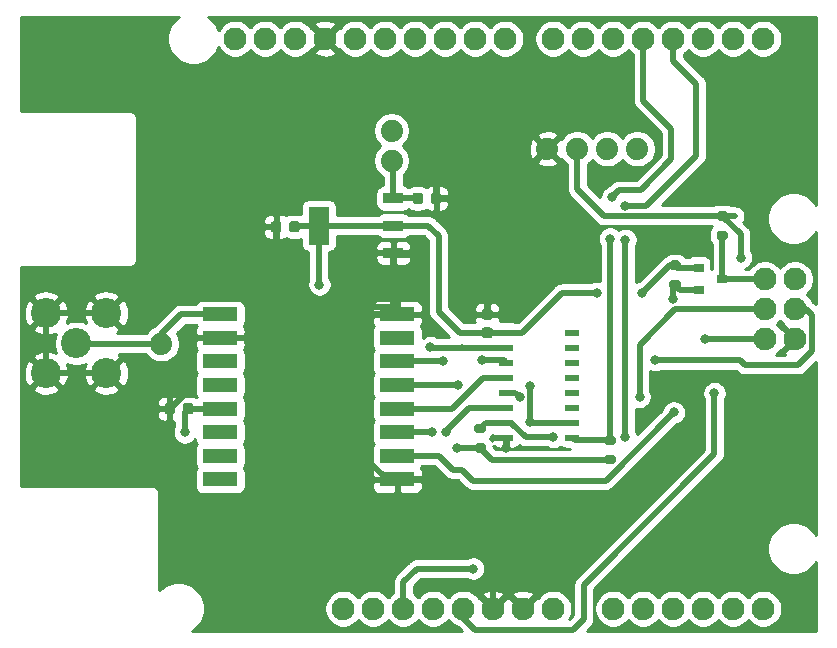
<source format=gbr>
%TF.GenerationSoftware,KiCad,Pcbnew,(5.1.9)-1*%
%TF.CreationDate,2021-01-06T17:38:29+00:00*%
%TF.ProjectId,RFMduino,52464d64-7569-46e6-9f2e-6b696361645f,rev?*%
%TF.SameCoordinates,Original*%
%TF.FileFunction,Copper,L1,Top*%
%TF.FilePolarity,Positive*%
%FSLAX46Y46*%
G04 Gerber Fmt 4.6, Leading zero omitted, Abs format (unit mm)*
G04 Created by KiCad (PCBNEW (5.1.9)-1) date 2021-01-06 17:38:29*
%MOMM*%
%LPD*%
G01*
G04 APERTURE LIST*
%TA.AperFunction,ComponentPad*%
%ADD10C,1.879600*%
%TD*%
%TA.AperFunction,ComponentPad*%
%ADD11C,2.550000*%
%TD*%
%TA.AperFunction,SMDPad,CuDef*%
%ADD12R,0.900000X0.800000*%
%TD*%
%TA.AperFunction,SMDPad,CuDef*%
%ADD13R,1.750000X0.950000*%
%TD*%
%TA.AperFunction,SMDPad,CuDef*%
%ADD14R,1.750000X3.200000*%
%TD*%
%TA.AperFunction,SMDPad,CuDef*%
%ADD15R,1.198880X0.599440*%
%TD*%
%TA.AperFunction,SMDPad,CuDef*%
%ADD16R,2.999740X1.198880*%
%TD*%
%TA.AperFunction,ComponentPad*%
%ADD17C,1.930400*%
%TD*%
%TA.AperFunction,ViaPad*%
%ADD18C,0.800000*%
%TD*%
%TA.AperFunction,Conductor*%
%ADD19C,0.500000*%
%TD*%
%TA.AperFunction,Conductor*%
%ADD20C,0.254000*%
%TD*%
%TA.AperFunction,Conductor*%
%ADD21C,0.100000*%
%TD*%
G04 APERTURE END LIST*
%TO.P,C1,1*%
%TO.N,Net-(C1-Pad1)*%
%TA.AperFunction,SMDPad,CuDef*%
G36*
G01*
X153275000Y-73450000D02*
X153275000Y-72950000D01*
G75*
G02*
X153500000Y-72725000I225000J0D01*
G01*
X153950000Y-72725000D01*
G75*
G02*
X154175000Y-72950000I0J-225000D01*
G01*
X154175000Y-73450000D01*
G75*
G02*
X153950000Y-73675000I-225000J0D01*
G01*
X153500000Y-73675000D01*
G75*
G02*
X153275000Y-73450000I0J225000D01*
G01*
G37*
%TD.AperFunction*%
%TO.P,C1,2*%
%TO.N,Earth*%
%TA.AperFunction,SMDPad,CuDef*%
G36*
G01*
X154825000Y-73450000D02*
X154825000Y-72950000D01*
G75*
G02*
X155050000Y-72725000I225000J0D01*
G01*
X155500000Y-72725000D01*
G75*
G02*
X155725000Y-72950000I0J-225000D01*
G01*
X155725000Y-73450000D01*
G75*
G02*
X155500000Y-73675000I-225000J0D01*
G01*
X155050000Y-73675000D01*
G75*
G02*
X154825000Y-73450000I0J225000D01*
G01*
G37*
%TD.AperFunction*%
%TD*%
%TO.P,C2,2*%
%TO.N,Earth*%
%TA.AperFunction,SMDPad,CuDef*%
G36*
G01*
X142175000Y-75350000D02*
X142175000Y-75850000D01*
G75*
G02*
X141950000Y-76075000I-225000J0D01*
G01*
X141500000Y-76075000D01*
G75*
G02*
X141275000Y-75850000I0J225000D01*
G01*
X141275000Y-75350000D01*
G75*
G02*
X141500000Y-75125000I225000J0D01*
G01*
X141950000Y-75125000D01*
G75*
G02*
X142175000Y-75350000I0J-225000D01*
G01*
G37*
%TD.AperFunction*%
%TO.P,C2,1*%
%TO.N,+3V3*%
%TA.AperFunction,SMDPad,CuDef*%
G36*
G01*
X143725000Y-75350000D02*
X143725000Y-75850000D01*
G75*
G02*
X143500000Y-76075000I-225000J0D01*
G01*
X143050000Y-76075000D01*
G75*
G02*
X142825000Y-75850000I0J225000D01*
G01*
X142825000Y-75350000D01*
G75*
G02*
X143050000Y-75125000I225000J0D01*
G01*
X143500000Y-75125000D01*
G75*
G02*
X143725000Y-75350000I0J-225000D01*
G01*
G37*
%TD.AperFunction*%
%TD*%
%TO.P,C3,2*%
%TO.N,Earth*%
%TA.AperFunction,SMDPad,CuDef*%
G36*
G01*
X159850000Y-83475000D02*
X159350000Y-83475000D01*
G75*
G02*
X159125000Y-83250000I0J225000D01*
G01*
X159125000Y-82800000D01*
G75*
G02*
X159350000Y-82575000I225000J0D01*
G01*
X159850000Y-82575000D01*
G75*
G02*
X160075000Y-82800000I0J-225000D01*
G01*
X160075000Y-83250000D01*
G75*
G02*
X159850000Y-83475000I-225000J0D01*
G01*
G37*
%TD.AperFunction*%
%TO.P,C3,1*%
%TO.N,+3V3*%
%TA.AperFunction,SMDPad,CuDef*%
G36*
G01*
X159850000Y-85025000D02*
X159350000Y-85025000D01*
G75*
G02*
X159125000Y-84800000I0J225000D01*
G01*
X159125000Y-84350000D01*
G75*
G02*
X159350000Y-84125000I225000J0D01*
G01*
X159850000Y-84125000D01*
G75*
G02*
X160075000Y-84350000I0J-225000D01*
G01*
X160075000Y-84800000D01*
G75*
G02*
X159850000Y-85025000I-225000J0D01*
G01*
G37*
%TD.AperFunction*%
%TD*%
%TO.P,C4,1*%
%TO.N,+3V3*%
%TA.AperFunction,SMDPad,CuDef*%
G36*
G01*
X134725000Y-90750000D02*
X134725000Y-91250000D01*
G75*
G02*
X134500000Y-91475000I-225000J0D01*
G01*
X134050000Y-91475000D01*
G75*
G02*
X133825000Y-91250000I0J225000D01*
G01*
X133825000Y-90750000D01*
G75*
G02*
X134050000Y-90525000I225000J0D01*
G01*
X134500000Y-90525000D01*
G75*
G02*
X134725000Y-90750000I0J-225000D01*
G01*
G37*
%TD.AperFunction*%
%TO.P,C4,2*%
%TO.N,Earth*%
%TA.AperFunction,SMDPad,CuDef*%
G36*
G01*
X133175000Y-90750000D02*
X133175000Y-91250000D01*
G75*
G02*
X132950000Y-91475000I-225000J0D01*
G01*
X132500000Y-91475000D01*
G75*
G02*
X132275000Y-91250000I0J225000D01*
G01*
X132275000Y-90750000D01*
G75*
G02*
X132500000Y-90525000I225000J0D01*
G01*
X132950000Y-90525000D01*
G75*
G02*
X133175000Y-90750000I0J-225000D01*
G01*
G37*
%TD.AperFunction*%
%TD*%
D10*
%TO.P,J1,1*%
%TO.N,Net-(C1-Pad1)*%
X151500000Y-70000000D03*
%TO.P,J1,2*%
%TO.N,VCC*%
X151500000Y-67460000D03*
%TD*%
%TO.P,J2,1*%
%TO.N,/SDA*%
X172310000Y-69000000D03*
%TO.P,J2,2*%
%TO.N,/SCL*%
X169770000Y-69000000D03*
%TO.P,J2,3*%
%TO.N,5V*%
X167230000Y-69000000D03*
%TO.P,J2,4*%
%TO.N,Earth*%
X164690000Y-69000000D03*
%TD*%
%TO.P,J3,1*%
%TO.N,/ANT*%
X132000000Y-85500000D03*
%TD*%
D11*
%TO.P,J4,1*%
%TO.N,/ANT*%
X124810000Y-85455000D03*
%TO.P,J4,2*%
%TO.N,Earth*%
X122261000Y-88005000D03*
%TO.P,J4,3*%
X127360000Y-88005000D03*
%TO.P,J4,4*%
X127360000Y-82905000D03*
%TO.P,J4,5*%
X122261000Y-82905000D03*
%TD*%
D12*
%TO.P,Q1,1*%
%TO.N,+3V3*%
X177500000Y-79050000D03*
%TO.P,Q1,2*%
%TO.N,/MISO_3V3*%
X177500000Y-80950000D03*
%TO.P,Q1,3*%
%TO.N,/MISO_5V*%
X179500000Y-80000000D03*
%TD*%
%TO.P,R1,2*%
%TO.N,5V*%
%TA.AperFunction,SMDPad,CuDef*%
G36*
G01*
X158725000Y-93925000D02*
X159275000Y-93925000D01*
G75*
G02*
X159475000Y-94125000I0J-200000D01*
G01*
X159475000Y-94525000D01*
G75*
G02*
X159275000Y-94725000I-200000J0D01*
G01*
X158725000Y-94725000D01*
G75*
G02*
X158525000Y-94525000I0J200000D01*
G01*
X158525000Y-94125000D01*
G75*
G02*
X158725000Y-93925000I200000J0D01*
G01*
G37*
%TD.AperFunction*%
%TO.P,R1,1*%
%TO.N,/RST_5V*%
%TA.AperFunction,SMDPad,CuDef*%
G36*
G01*
X158725000Y-92275000D02*
X159275000Y-92275000D01*
G75*
G02*
X159475000Y-92475000I0J-200000D01*
G01*
X159475000Y-92875000D01*
G75*
G02*
X159275000Y-93075000I-200000J0D01*
G01*
X158725000Y-93075000D01*
G75*
G02*
X158525000Y-92875000I0J200000D01*
G01*
X158525000Y-92475000D01*
G75*
G02*
X158725000Y-92275000I200000J0D01*
G01*
G37*
%TD.AperFunction*%
%TD*%
%TO.P,R2,1*%
%TO.N,/CS_5V*%
%TA.AperFunction,SMDPad,CuDef*%
G36*
G01*
X169725000Y-93275000D02*
X170275000Y-93275000D01*
G75*
G02*
X170475000Y-93475000I0J-200000D01*
G01*
X170475000Y-93875000D01*
G75*
G02*
X170275000Y-94075000I-200000J0D01*
G01*
X169725000Y-94075000D01*
G75*
G02*
X169525000Y-93875000I0J200000D01*
G01*
X169525000Y-93475000D01*
G75*
G02*
X169725000Y-93275000I200000J0D01*
G01*
G37*
%TD.AperFunction*%
%TO.P,R2,2*%
%TO.N,5V*%
%TA.AperFunction,SMDPad,CuDef*%
G36*
G01*
X169725000Y-94925000D02*
X170275000Y-94925000D01*
G75*
G02*
X170475000Y-95125000I0J-200000D01*
G01*
X170475000Y-95525000D01*
G75*
G02*
X170275000Y-95725000I-200000J0D01*
G01*
X169725000Y-95725000D01*
G75*
G02*
X169525000Y-95525000I0J200000D01*
G01*
X169525000Y-95125000D01*
G75*
G02*
X169725000Y-94925000I200000J0D01*
G01*
G37*
%TD.AperFunction*%
%TD*%
%TO.P,R3,1*%
%TO.N,5V*%
%TA.AperFunction,SMDPad,CuDef*%
G36*
G01*
X179225000Y-74275000D02*
X179775000Y-74275000D01*
G75*
G02*
X179975000Y-74475000I0J-200000D01*
G01*
X179975000Y-74875000D01*
G75*
G02*
X179775000Y-75075000I-200000J0D01*
G01*
X179225000Y-75075000D01*
G75*
G02*
X179025000Y-74875000I0J200000D01*
G01*
X179025000Y-74475000D01*
G75*
G02*
X179225000Y-74275000I200000J0D01*
G01*
G37*
%TD.AperFunction*%
%TO.P,R3,2*%
%TO.N,/MISO_5V*%
%TA.AperFunction,SMDPad,CuDef*%
G36*
G01*
X179225000Y-75925000D02*
X179775000Y-75925000D01*
G75*
G02*
X179975000Y-76125000I0J-200000D01*
G01*
X179975000Y-76525000D01*
G75*
G02*
X179775000Y-76725000I-200000J0D01*
G01*
X179225000Y-76725000D01*
G75*
G02*
X179025000Y-76525000I0J200000D01*
G01*
X179025000Y-76125000D01*
G75*
G02*
X179225000Y-75925000I200000J0D01*
G01*
G37*
%TD.AperFunction*%
%TD*%
%TO.P,R4,2*%
%TO.N,/MISO_3V3*%
%TA.AperFunction,SMDPad,CuDef*%
G36*
G01*
X175225000Y-80100000D02*
X175775000Y-80100000D01*
G75*
G02*
X175975000Y-80300000I0J-200000D01*
G01*
X175975000Y-80700000D01*
G75*
G02*
X175775000Y-80900000I-200000J0D01*
G01*
X175225000Y-80900000D01*
G75*
G02*
X175025000Y-80700000I0J200000D01*
G01*
X175025000Y-80300000D01*
G75*
G02*
X175225000Y-80100000I200000J0D01*
G01*
G37*
%TD.AperFunction*%
%TO.P,R4,1*%
%TO.N,+3V3*%
%TA.AperFunction,SMDPad,CuDef*%
G36*
G01*
X175225000Y-78450000D02*
X175775000Y-78450000D01*
G75*
G02*
X175975000Y-78650000I0J-200000D01*
G01*
X175975000Y-79050000D01*
G75*
G02*
X175775000Y-79250000I-200000J0D01*
G01*
X175225000Y-79250000D01*
G75*
G02*
X175025000Y-79050000I0J200000D01*
G01*
X175025000Y-78650000D01*
G75*
G02*
X175225000Y-78450000I200000J0D01*
G01*
G37*
%TD.AperFunction*%
%TD*%
D13*
%TO.P,U1,1*%
%TO.N,Earth*%
X151650000Y-77800000D03*
%TO.P,U1,2*%
%TO.N,+3V3*%
X151650000Y-75500000D03*
%TO.P,U1,3*%
%TO.N,Net-(C1-Pad1)*%
X151650000Y-73200000D03*
D14*
%TO.P,U1,2*%
%TO.N,+3V3*%
X145350000Y-75500000D03*
%TD*%
D15*
%TO.P,U2,1*%
%TO.N,+3V3*%
X161200920Y-84555000D03*
%TO.P,U2,2*%
%TO.N,/MOSI_3V3*%
X161200920Y-85825000D03*
%TO.P,U2,3*%
%TO.N,/MOSI_5V*%
X161200920Y-87095000D03*
%TO.P,U2,4*%
%TO.N,/SCK_3V3*%
X161200920Y-88365000D03*
%TO.P,U2,5*%
%TO.N,/SCK_5V*%
X161200920Y-89635000D03*
%TO.P,U2,6*%
%TO.N,/RST_3V3*%
X161200920Y-90905000D03*
%TO.P,U2,7*%
%TO.N,/RST_5V*%
X161200920Y-92175000D03*
%TO.P,U2,8*%
%TO.N,Earth*%
X161200920Y-93445000D03*
%TO.P,U2,9*%
%TO.N,/CS_5V*%
X166799080Y-93445000D03*
%TO.P,U2,10*%
%TO.N,/CS_3V3*%
X166799080Y-92175000D03*
%TO.P,U2,11*%
%TO.N,Net-(U2-Pad11)*%
X166799080Y-90905000D03*
%TO.P,U2,12*%
%TO.N,Net-(U2-Pad12)*%
X166799080Y-89635000D03*
%TO.P,U2,13*%
%TO.N,N/C*%
X166799080Y-88365000D03*
%TO.P,U2,14*%
%TO.N,Net-(U2-Pad14)*%
X166799080Y-87095000D03*
%TO.P,U2,15*%
%TO.N,Net-(U2-Pad15)*%
X166799080Y-85825000D03*
%TO.P,U2,16*%
%TO.N,N/C*%
X166799080Y-84555000D03*
%TD*%
D16*
%TO.P,U3,1*%
%TO.N,Earth*%
X151998080Y-96997700D03*
%TO.P,U3,2*%
%TO.N,/MISO_3V3*%
X151998080Y-94998720D03*
%TO.P,U3,3*%
%TO.N,/MOSI_3V3*%
X151998080Y-92999740D03*
%TO.P,U3,4*%
%TO.N,/SCK_3V3*%
X151998080Y-90998220D03*
%TO.P,U3,5*%
%TO.N,/CS_3V3*%
X151998080Y-89001780D03*
%TO.P,U3,6*%
%TO.N,/RST_3V3*%
X151998080Y-87000260D03*
%TO.P,U3,7*%
%TO.N,Net-(U3-Pad7)*%
X151998080Y-85001280D03*
%TO.P,U3,8*%
%TO.N,Earth*%
X151998080Y-83002300D03*
%TO.P,U3,9*%
%TO.N,/ANT*%
X137001920Y-83002300D03*
%TO.P,U3,10*%
%TO.N,Earth*%
X137001920Y-85001280D03*
%TO.P,U3,11*%
%TO.N,Net-(U3-Pad11)*%
X137001920Y-87000260D03*
%TO.P,U3,12*%
%TO.N,Net-(U3-Pad12)*%
X137001920Y-89001780D03*
%TO.P,U3,13*%
%TO.N,+3V3*%
X137001920Y-90998220D03*
%TO.P,U3,14*%
%TO.N,Net-(U3-Pad14)*%
X137001920Y-92999740D03*
%TO.P,U3,15*%
%TO.N,Net-(U3-Pad15)*%
X137001920Y-94998720D03*
%TO.P,U3,16*%
%TO.N,Net-(U3-Pad16)*%
X137001920Y-96997700D03*
%TD*%
D17*
%TO.P,B1,3.3V*%
%TO.N,Net-(B1-Pad3.3V)*%
X155040000Y-107930000D03*
%TO.P,B1,5V*%
%TO.N,5V*%
X157580000Y-107930000D03*
%TO.P,B1,A0*%
%TO.N,Net-(B1-PadA0)*%
X170280000Y-107930000D03*
%TO.P,B1,A1*%
%TO.N,Net-(B1-PadA1)*%
X172820000Y-107930000D03*
%TO.P,B1,A2*%
%TO.N,Net-(B1-PadA2)*%
X175360000Y-107930000D03*
%TO.P,B1,A3*%
%TO.N,Net-(B1-PadA3)*%
X177900000Y-107930000D03*
%TO.P,B1,A4*%
%TO.N,Net-(B1-PadA4)*%
X180440000Y-107930000D03*
%TO.P,B1,A5*%
%TO.N,Net-(B1-PadA5)*%
X182980000Y-107930000D03*
%TO.P,B1,AREF*%
%TO.N,Net-(B1-PadAREF)*%
X143356000Y-59670000D03*
%TO.P,B1,D0*%
%TO.N,Net-(B1-PadD0)*%
X182980000Y-59670000D03*
%TO.P,B1,D1*%
%TO.N,Net-(B1-PadD1)*%
X180440000Y-59670000D03*
%TO.P,B1,D2*%
%TO.N,Net-(B1-PadD2)*%
X177900000Y-59670000D03*
%TO.P,B1,D3*%
%TO.N,/RST_5V*%
X175360000Y-59670000D03*
%TO.P,B1,D4*%
%TO.N,/CS_5V*%
X172820000Y-59670000D03*
%TO.P,B1,D5*%
%TO.N,Net-(B1-PadD5)*%
X170280000Y-59670000D03*
%TO.P,B1,D6*%
%TO.N,Net-(B1-PadD6)*%
X167740000Y-59670000D03*
%TO.P,B1,D7*%
%TO.N,Net-(B1-PadD7)*%
X165200000Y-59670000D03*
%TO.P,B1,D8*%
%TO.N,Net-(B1-PadD8)*%
X161136000Y-59670000D03*
%TO.P,B1,D9*%
%TO.N,Net-(B1-PadD9)*%
X158596000Y-59670000D03*
%TO.P,B1,D10*%
%TO.N,Net-(B1-PadD10)*%
X156056000Y-59670000D03*
%TO.P,B1,D11*%
%TO.N,Net-(B1-PadD11)*%
X153516000Y-59670000D03*
%TO.P,B1,D12*%
%TO.N,Net-(B1-PadD12)*%
X150976000Y-59670000D03*
%TO.P,B1,D13*%
%TO.N,Net-(B1-PadD13)*%
X148436000Y-59670000D03*
%TO.P,B1,GND@*%
%TO.N,Earth*%
X160120000Y-107930000D03*
X162660000Y-107930000D03*
X145896000Y-59670000D03*
X185659700Y-85118260D03*
%TO.P,B1,IORE*%
%TO.N,Net-(B1-PadIORE)*%
X149960000Y-107930000D03*
%TO.P,B1,MISO*%
%TO.N,/MISO_5V*%
X183119700Y-80040800D03*
%TO.P,B1,MOSI*%
%TO.N,/MOSI_5V*%
X185659700Y-82580800D03*
%TO.P,B1,NC*%
%TO.N,N/C*%
X147420000Y-107930000D03*
%TO.P,B1,RESE*%
%TO.N,Net-(B1-PadRESE)*%
X152500000Y-107930000D03*
X183119700Y-85118260D03*
%TO.P,B1,SCK*%
%TO.N,/SCK_5V*%
X183119700Y-82580800D03*
%TO.P,B1,SCL*%
%TO.N,/SCL*%
X138276000Y-59670000D03*
%TO.P,B1,SDA*%
%TO.N,/SDA*%
X140816000Y-59670000D03*
%TO.P,B1,VCC*%
%TO.N,VCC*%
X185659700Y-80040800D03*
%TO.P,B1,VIN*%
%TO.N,Net-(B1-PadVIN)*%
X165200000Y-107930000D03*
%TD*%
D18*
%TO.N,5V*%
X157075000Y-94325000D03*
X181076600Y-78206600D03*
X178841400Y-89687400D03*
%TO.N,Net-(B1-PadRESE)*%
X178056860Y-85118260D03*
X158419800Y-104546400D03*
%TO.N,/RST_5V*%
X165200000Y-93400000D03*
X171300000Y-93400000D03*
X171300000Y-76700000D03*
X171300000Y-73825000D03*
%TO.N,/CS_5V*%
X170000000Y-76600000D03*
X170200000Y-73100000D03*
%TO.N,Earth*%
X158000000Y-75100000D03*
X153600000Y-78000000D03*
X161200000Y-94300000D03*
X160096200Y-98602800D03*
%TO.N,/MOSI_5V*%
X173800000Y-86900000D03*
X159200000Y-86900000D03*
%TO.N,/SCK_5V*%
X162350000Y-90000000D03*
X172500000Y-90000000D03*
%TO.N,+3V3*%
X145400000Y-80500000D03*
X134000000Y-93000000D03*
X172700000Y-81200000D03*
X168900000Y-81200000D03*
%TO.N,/MISO_3V3*%
X175400000Y-91319254D03*
X175300000Y-81700000D03*
%TO.N,/MOSI_3V3*%
X154900000Y-92999740D03*
X154800000Y-85800000D03*
%TO.N,/RST_3V3*%
X155900000Y-87000000D03*
X156100000Y-93000000D03*
%TO.N,/CS_3V3*%
X163200000Y-92100000D03*
X163200000Y-89100000D03*
X157100000Y-89000000D03*
%TD*%
D19*
%TO.N,5V*%
X179500000Y-74675000D02*
X169475000Y-74675000D01*
X167230000Y-72430000D02*
X167230000Y-69000000D01*
X169475000Y-74675000D02*
X167230000Y-72430000D01*
X160000000Y-95325000D02*
X159000000Y-94325000D01*
X170000000Y-95325000D02*
X160000000Y-95325000D01*
X159000000Y-94325000D02*
X157075000Y-94325000D01*
X179500000Y-74675000D02*
X180575000Y-74675000D01*
X181076600Y-76251600D02*
X181076600Y-78206600D01*
X179500000Y-74675000D02*
X181076600Y-76251600D01*
X178841400Y-89687400D02*
X178841400Y-94843600D01*
X178841400Y-94843600D02*
X167792400Y-105892600D01*
X167792400Y-105892600D02*
X167792400Y-108813600D01*
X167792400Y-108813600D02*
X166903400Y-109702600D01*
X166903400Y-109702600D02*
X158597600Y-109702600D01*
X157580000Y-108685000D02*
X157580000Y-107930000D01*
X158597600Y-109702600D02*
X157580000Y-108685000D01*
%TO.N,Net-(B1-PadRESE)*%
X183119700Y-85118260D02*
X178056860Y-85118260D01*
X158419800Y-104546400D02*
X153619200Y-104546400D01*
X152500000Y-105665600D02*
X152500000Y-107930000D01*
X153619200Y-104546400D02*
X152500000Y-105665600D01*
%TO.N,/RST_5V*%
X159500000Y-92175000D02*
X159000000Y-92675000D01*
X161200920Y-92175000D02*
X159500000Y-92175000D01*
X161640082Y-92175000D02*
X162865082Y-93400000D01*
X161200920Y-92175000D02*
X161640082Y-92175000D01*
X162865082Y-93400000D02*
X165200000Y-93400000D01*
X171300000Y-93400000D02*
X171300000Y-76700000D01*
X175360000Y-61560000D02*
X175360000Y-59670000D01*
X177300000Y-63500000D02*
X175360000Y-61560000D01*
X177300000Y-69600000D02*
X177300000Y-63500000D01*
X173075000Y-73825000D02*
X177300000Y-69600000D01*
X171300000Y-73825000D02*
X173075000Y-73825000D01*
%TO.N,/CS_5V*%
X167029080Y-93675000D02*
X166799080Y-93445000D01*
X170000000Y-93675000D02*
X167029080Y-93675000D01*
X170000000Y-93675000D02*
X170000000Y-76600000D01*
X172820000Y-59670000D02*
X172820000Y-64920000D01*
X172820000Y-64920000D02*
X175200000Y-67300000D01*
X175200000Y-67300000D02*
X175200000Y-69900000D01*
X170200000Y-73100000D02*
X170800000Y-72500000D01*
X172600000Y-72500000D02*
X175200000Y-69900000D01*
X170800000Y-72500000D02*
X172600000Y-72500000D01*
%TO.N,Earth*%
X130355000Y-91000000D02*
X127360000Y-88005000D01*
X132725000Y-91000000D02*
X130355000Y-91000000D01*
X127360000Y-88005000D02*
X122261000Y-88005000D01*
X122261000Y-88005000D02*
X122261000Y-82905000D01*
X122261000Y-82905000D02*
X127360000Y-82905000D01*
X137001920Y-85001280D02*
X135901280Y-85001280D01*
X129165000Y-81100000D02*
X127360000Y-82905000D01*
X139500000Y-81100000D02*
X129165000Y-81100000D01*
X140800000Y-82400000D02*
X139500000Y-81100000D01*
X140800000Y-84300000D02*
X140800000Y-82400000D01*
X140098720Y-85001280D02*
X140800000Y-84300000D01*
X137001920Y-85001280D02*
X140098720Y-85001280D01*
X135002050Y-85001280D02*
X133900000Y-86103330D01*
X137001920Y-85001280D02*
X135002050Y-85001280D01*
X133900000Y-89825000D02*
X132725000Y-91000000D01*
X133900000Y-86103330D02*
X133900000Y-89825000D01*
X141725000Y-78875000D02*
X139500000Y-81100000D01*
X141725000Y-75600000D02*
X141725000Y-78875000D01*
X151650000Y-82654220D02*
X151998080Y-83002300D01*
X151650000Y-77800000D02*
X151650000Y-82654220D01*
X160490000Y-73200000D02*
X164690000Y-69000000D01*
X155275000Y-73200000D02*
X160490000Y-73200000D01*
X155275000Y-73200000D02*
X155275000Y-67875000D01*
X155275000Y-67875000D02*
X150300000Y-62900000D01*
X149126000Y-62900000D02*
X145896000Y-59670000D01*
X150300000Y-62900000D02*
X149126000Y-62900000D01*
X159900000Y-73200000D02*
X158000000Y-75100000D01*
X160490000Y-73200000D02*
X159900000Y-73200000D01*
X151850000Y-78000000D02*
X151650000Y-77800000D01*
X153600000Y-78000000D02*
X151850000Y-78000000D01*
X159600000Y-76700000D02*
X158000000Y-75100000D01*
X159600000Y-83025000D02*
X159600000Y-76700000D01*
X161200920Y-94299080D02*
X161200000Y-94300000D01*
X161200920Y-93445000D02*
X161200920Y-94299080D01*
X151395780Y-82400000D02*
X151998080Y-83002300D01*
X140800000Y-82400000D02*
X151395780Y-82400000D01*
X149998210Y-83002300D02*
X148900000Y-84100510D01*
X151998080Y-83002300D02*
X149998210Y-83002300D01*
X151087748Y-96997700D02*
X151998080Y-96997700D01*
X148900000Y-94809952D02*
X151087748Y-96997700D01*
X148900000Y-84100510D02*
X148900000Y-94809952D01*
X151998080Y-96997700D02*
X155997700Y-96997700D01*
X160120000Y-101120000D02*
X160120000Y-107930000D01*
X155997700Y-96997700D02*
X160120000Y-101120000D01*
X160120000Y-98626600D02*
X160096200Y-98602800D01*
X160120000Y-101120000D02*
X160120000Y-98626600D01*
%TO.N,/MISO_5V*%
X179560800Y-80060800D02*
X179500000Y-80000000D01*
X183019700Y-80060800D02*
X179560800Y-80060800D01*
X179500000Y-80000000D02*
X179500000Y-76325000D01*
%TO.N,/MOSI_5V*%
X185659700Y-82580800D02*
X186580800Y-82580800D01*
X186580800Y-82580800D02*
X187074901Y-83074901D01*
X174000000Y-86900000D02*
X173800000Y-86900000D01*
X161005920Y-86900000D02*
X161200920Y-87095000D01*
X159200000Y-86900000D02*
X161005920Y-86900000D01*
X173800000Y-86900000D02*
X181000000Y-86900000D01*
X181000000Y-86900000D02*
X181400000Y-87300000D01*
X187074901Y-86125099D02*
X187074901Y-83074901D01*
X185900000Y-87300000D02*
X187074901Y-86125099D01*
X181400000Y-87300000D02*
X185900000Y-87300000D01*
%TO.N,/SCK_5V*%
X161985000Y-89635000D02*
X162350000Y-90000000D01*
X161200920Y-89635000D02*
X161985000Y-89635000D01*
X172500000Y-90000000D02*
X172500000Y-85600000D01*
X175519200Y-82580800D02*
X183119700Y-82580800D01*
X172500000Y-85600000D02*
X175519200Y-82580800D01*
%TO.N,Net-(C1-Pad1)*%
X153725000Y-73200000D02*
X151650000Y-73200000D01*
X151650000Y-70150000D02*
X151500000Y-70000000D01*
X151650000Y-73200000D02*
X151650000Y-70150000D01*
%TO.N,+3V3*%
X134276780Y-90998220D02*
X134275000Y-91000000D01*
X137001920Y-90998220D02*
X134276780Y-90998220D01*
X143375000Y-75500000D02*
X143275000Y-75600000D01*
X145350000Y-75500000D02*
X143375000Y-75500000D01*
X151650000Y-75500000D02*
X145350000Y-75500000D01*
X175700000Y-79050000D02*
X175500000Y-78850000D01*
X177500000Y-79050000D02*
X175700000Y-79050000D01*
X159620000Y-84555000D02*
X159600000Y-84575000D01*
X161200920Y-84555000D02*
X159620000Y-84555000D01*
X145350000Y-80450000D02*
X145400000Y-80500000D01*
X145350000Y-75500000D02*
X145350000Y-80450000D01*
X134000000Y-91275000D02*
X134275000Y-91000000D01*
X134000000Y-93000000D02*
X134000000Y-91275000D01*
X175050000Y-78850000D02*
X172700000Y-81200000D01*
X175500000Y-78850000D02*
X175050000Y-78850000D01*
X161200920Y-84555000D02*
X162545000Y-84555000D01*
X165900000Y-81200000D02*
X168900000Y-81200000D01*
X162545000Y-84555000D02*
X165900000Y-81200000D01*
X154600000Y-75500000D02*
X151650000Y-75500000D01*
X155500000Y-76400000D02*
X154600000Y-75500000D01*
X155500000Y-82800000D02*
X155500000Y-76400000D01*
X157275000Y-84575000D02*
X155500000Y-82800000D01*
X159600000Y-84575000D02*
X157275000Y-84575000D01*
%TO.N,/ANT*%
X124855000Y-85500000D02*
X124810000Y-85455000D01*
X132000000Y-85500000D02*
X124855000Y-85500000D01*
X137001920Y-83002300D02*
X133697700Y-83002300D01*
X132000000Y-84700000D02*
X132000000Y-85500000D01*
X133697700Y-83002300D02*
X132000000Y-84700000D01*
%TO.N,/MISO_3V3*%
X175950000Y-80950000D02*
X175500000Y-80500000D01*
X177500000Y-80950000D02*
X175950000Y-80950000D01*
X151998080Y-94998720D02*
X155498720Y-94998720D01*
X156675010Y-96175010D02*
X157475010Y-96175010D01*
X155498720Y-94998720D02*
X156675010Y-96175010D01*
X157475010Y-96175010D02*
X158400000Y-97100000D01*
X169619254Y-97100000D02*
X175400000Y-91319254D01*
X158400000Y-97100000D02*
X169619254Y-97100000D01*
X175300000Y-80700000D02*
X175500000Y-80500000D01*
X175300000Y-81700000D02*
X175300000Y-80700000D01*
%TO.N,/MOSI_3V3*%
X157525000Y-85825000D02*
X157500000Y-85800000D01*
X161200920Y-85825000D02*
X157525000Y-85825000D01*
X154900000Y-92999740D02*
X151998080Y-92999740D01*
X154825000Y-85825000D02*
X154800000Y-85800000D01*
X157525000Y-85825000D02*
X154825000Y-85825000D01*
%TO.N,/SCK_3V3*%
X159235000Y-88365000D02*
X161200920Y-88365000D01*
X156601780Y-90998220D02*
X159235000Y-88365000D01*
X151998080Y-90998220D02*
X156601780Y-90998220D01*
%TO.N,/RST_3V3*%
X161200920Y-90905000D02*
X158095000Y-90905000D01*
X156100000Y-92900000D02*
X156100000Y-93000000D01*
X158095000Y-90905000D02*
X156100000Y-92900000D01*
X155899740Y-87000260D02*
X155900000Y-87000000D01*
X151998080Y-87000260D02*
X155899740Y-87000260D01*
%TO.N,/CS_3V3*%
X163275000Y-92175000D02*
X163200000Y-92100000D01*
X166799080Y-92175000D02*
X163275000Y-92175000D01*
X163200000Y-92100000D02*
X163200000Y-89100000D01*
X151999860Y-89000000D02*
X151998080Y-89001780D01*
X157100000Y-89000000D02*
X151999860Y-89000000D01*
%TD*%
D20*
%TO.N,Earth*%
X133303239Y-57943671D02*
X132993671Y-58253239D01*
X132750446Y-58617251D01*
X132582909Y-59021721D01*
X132497500Y-59451103D01*
X132497500Y-59888897D01*
X132582909Y-60318279D01*
X132750446Y-60722749D01*
X132993671Y-61086761D01*
X133303239Y-61396329D01*
X133667251Y-61639554D01*
X134071721Y-61807091D01*
X134501103Y-61892500D01*
X134938897Y-61892500D01*
X135368279Y-61807091D01*
X135772749Y-61639554D01*
X136136761Y-61396329D01*
X136446329Y-61086761D01*
X136689554Y-60722749D01*
X136834786Y-60372127D01*
X136857921Y-60427979D01*
X137033043Y-60690068D01*
X137255932Y-60912957D01*
X137518021Y-61088079D01*
X137809239Y-61208706D01*
X138118394Y-61270200D01*
X138433606Y-61270200D01*
X138742761Y-61208706D01*
X139033979Y-61088079D01*
X139296068Y-60912957D01*
X139518957Y-60690068D01*
X139546000Y-60649595D01*
X139573043Y-60690068D01*
X139795932Y-60912957D01*
X140058021Y-61088079D01*
X140349239Y-61208706D01*
X140658394Y-61270200D01*
X140973606Y-61270200D01*
X141282761Y-61208706D01*
X141573979Y-61088079D01*
X141836068Y-60912957D01*
X142058957Y-60690068D01*
X142086000Y-60649595D01*
X142113043Y-60690068D01*
X142335932Y-60912957D01*
X142598021Y-61088079D01*
X142889239Y-61208706D01*
X143198394Y-61270200D01*
X143513606Y-61270200D01*
X143822761Y-61208706D01*
X144113979Y-61088079D01*
X144376068Y-60912957D01*
X144508431Y-60780594D01*
X144965011Y-60780594D01*
X145056572Y-61041438D01*
X145340256Y-61178851D01*
X145645296Y-61258279D01*
X145959971Y-61276670D01*
X146272188Y-61233318D01*
X146569948Y-61129888D01*
X146735428Y-61041438D01*
X146826989Y-60780594D01*
X145896000Y-59849605D01*
X144965011Y-60780594D01*
X144508431Y-60780594D01*
X144598957Y-60690068D01*
X144682592Y-60564899D01*
X144785406Y-60600989D01*
X145716395Y-59670000D01*
X146075605Y-59670000D01*
X147006594Y-60600989D01*
X147109408Y-60564899D01*
X147193043Y-60690068D01*
X147415932Y-60912957D01*
X147678021Y-61088079D01*
X147969239Y-61208706D01*
X148278394Y-61270200D01*
X148593606Y-61270200D01*
X148902761Y-61208706D01*
X149193979Y-61088079D01*
X149456068Y-60912957D01*
X149678957Y-60690068D01*
X149706000Y-60649595D01*
X149733043Y-60690068D01*
X149955932Y-60912957D01*
X150218021Y-61088079D01*
X150509239Y-61208706D01*
X150818394Y-61270200D01*
X151133606Y-61270200D01*
X151442761Y-61208706D01*
X151733979Y-61088079D01*
X151996068Y-60912957D01*
X152218957Y-60690068D01*
X152246000Y-60649595D01*
X152273043Y-60690068D01*
X152495932Y-60912957D01*
X152758021Y-61088079D01*
X153049239Y-61208706D01*
X153358394Y-61270200D01*
X153673606Y-61270200D01*
X153982761Y-61208706D01*
X154273979Y-61088079D01*
X154536068Y-60912957D01*
X154758957Y-60690068D01*
X154786000Y-60649595D01*
X154813043Y-60690068D01*
X155035932Y-60912957D01*
X155298021Y-61088079D01*
X155589239Y-61208706D01*
X155898394Y-61270200D01*
X156213606Y-61270200D01*
X156522761Y-61208706D01*
X156813979Y-61088079D01*
X157076068Y-60912957D01*
X157298957Y-60690068D01*
X157326000Y-60649595D01*
X157353043Y-60690068D01*
X157575932Y-60912957D01*
X157838021Y-61088079D01*
X158129239Y-61208706D01*
X158438394Y-61270200D01*
X158753606Y-61270200D01*
X159062761Y-61208706D01*
X159353979Y-61088079D01*
X159616068Y-60912957D01*
X159838957Y-60690068D01*
X159866000Y-60649595D01*
X159893043Y-60690068D01*
X160115932Y-60912957D01*
X160378021Y-61088079D01*
X160669239Y-61208706D01*
X160978394Y-61270200D01*
X161293606Y-61270200D01*
X161602761Y-61208706D01*
X161893979Y-61088079D01*
X162156068Y-60912957D01*
X162378957Y-60690068D01*
X162554079Y-60427979D01*
X162674706Y-60136761D01*
X162736200Y-59827606D01*
X162736200Y-59512394D01*
X162674706Y-59203239D01*
X162554079Y-58912021D01*
X162378957Y-58649932D01*
X162156068Y-58427043D01*
X161893979Y-58251921D01*
X161602761Y-58131294D01*
X161293606Y-58069800D01*
X160978394Y-58069800D01*
X160669239Y-58131294D01*
X160378021Y-58251921D01*
X160115932Y-58427043D01*
X159893043Y-58649932D01*
X159866000Y-58690405D01*
X159838957Y-58649932D01*
X159616068Y-58427043D01*
X159353979Y-58251921D01*
X159062761Y-58131294D01*
X158753606Y-58069800D01*
X158438394Y-58069800D01*
X158129239Y-58131294D01*
X157838021Y-58251921D01*
X157575932Y-58427043D01*
X157353043Y-58649932D01*
X157326000Y-58690405D01*
X157298957Y-58649932D01*
X157076068Y-58427043D01*
X156813979Y-58251921D01*
X156522761Y-58131294D01*
X156213606Y-58069800D01*
X155898394Y-58069800D01*
X155589239Y-58131294D01*
X155298021Y-58251921D01*
X155035932Y-58427043D01*
X154813043Y-58649932D01*
X154786000Y-58690405D01*
X154758957Y-58649932D01*
X154536068Y-58427043D01*
X154273979Y-58251921D01*
X153982761Y-58131294D01*
X153673606Y-58069800D01*
X153358394Y-58069800D01*
X153049239Y-58131294D01*
X152758021Y-58251921D01*
X152495932Y-58427043D01*
X152273043Y-58649932D01*
X152246000Y-58690405D01*
X152218957Y-58649932D01*
X151996068Y-58427043D01*
X151733979Y-58251921D01*
X151442761Y-58131294D01*
X151133606Y-58069800D01*
X150818394Y-58069800D01*
X150509239Y-58131294D01*
X150218021Y-58251921D01*
X149955932Y-58427043D01*
X149733043Y-58649932D01*
X149706000Y-58690405D01*
X149678957Y-58649932D01*
X149456068Y-58427043D01*
X149193979Y-58251921D01*
X148902761Y-58131294D01*
X148593606Y-58069800D01*
X148278394Y-58069800D01*
X147969239Y-58131294D01*
X147678021Y-58251921D01*
X147415932Y-58427043D01*
X147193043Y-58649932D01*
X147109408Y-58775101D01*
X147006594Y-58739011D01*
X146075605Y-59670000D01*
X145716395Y-59670000D01*
X144785406Y-58739011D01*
X144682592Y-58775101D01*
X144598957Y-58649932D01*
X144508431Y-58559406D01*
X144965011Y-58559406D01*
X145896000Y-59490395D01*
X146826989Y-58559406D01*
X146735428Y-58298562D01*
X146451744Y-58161149D01*
X146146704Y-58081721D01*
X145832029Y-58063330D01*
X145519812Y-58106682D01*
X145222052Y-58210112D01*
X145056572Y-58298562D01*
X144965011Y-58559406D01*
X144508431Y-58559406D01*
X144376068Y-58427043D01*
X144113979Y-58251921D01*
X143822761Y-58131294D01*
X143513606Y-58069800D01*
X143198394Y-58069800D01*
X142889239Y-58131294D01*
X142598021Y-58251921D01*
X142335932Y-58427043D01*
X142113043Y-58649932D01*
X142086000Y-58690405D01*
X142058957Y-58649932D01*
X141836068Y-58427043D01*
X141573979Y-58251921D01*
X141282761Y-58131294D01*
X140973606Y-58069800D01*
X140658394Y-58069800D01*
X140349239Y-58131294D01*
X140058021Y-58251921D01*
X139795932Y-58427043D01*
X139573043Y-58649932D01*
X139546000Y-58690405D01*
X139518957Y-58649932D01*
X139296068Y-58427043D01*
X139033979Y-58251921D01*
X138742761Y-58131294D01*
X138433606Y-58069800D01*
X138118394Y-58069800D01*
X137809239Y-58131294D01*
X137518021Y-58251921D01*
X137255932Y-58427043D01*
X137033043Y-58649932D01*
X136857921Y-58912021D01*
X136834786Y-58967873D01*
X136689554Y-58617251D01*
X136446329Y-58253239D01*
X136136761Y-57943671D01*
X135936708Y-57810000D01*
X187427000Y-57810000D01*
X187427000Y-73763633D01*
X187246329Y-73493239D01*
X186936761Y-73183671D01*
X186572749Y-72940446D01*
X186168279Y-72772909D01*
X185738897Y-72687500D01*
X185301103Y-72687500D01*
X184871721Y-72772909D01*
X184467251Y-72940446D01*
X184103239Y-73183671D01*
X183793671Y-73493239D01*
X183550446Y-73857251D01*
X183382909Y-74261721D01*
X183297500Y-74691103D01*
X183297500Y-75128897D01*
X183382909Y-75558279D01*
X183550446Y-75962749D01*
X183793671Y-76326761D01*
X184103239Y-76636329D01*
X184467251Y-76879554D01*
X184871721Y-77047091D01*
X185301103Y-77132500D01*
X185738897Y-77132500D01*
X186168279Y-77047091D01*
X186572749Y-76879554D01*
X186936761Y-76636329D01*
X187246329Y-76326761D01*
X187427000Y-76056367D01*
X187427000Y-82175422D01*
X187237334Y-81985756D01*
X187209617Y-81951983D01*
X187090935Y-81854582D01*
X187077779Y-81822821D01*
X186902657Y-81560732D01*
X186679768Y-81337843D01*
X186639295Y-81310800D01*
X186679768Y-81283757D01*
X186902657Y-81060868D01*
X187077779Y-80798779D01*
X187198406Y-80507561D01*
X187259900Y-80198406D01*
X187259900Y-79883194D01*
X187198406Y-79574039D01*
X187077779Y-79282821D01*
X186902657Y-79020732D01*
X186679768Y-78797843D01*
X186417679Y-78622721D01*
X186126461Y-78502094D01*
X185817306Y-78440600D01*
X185502094Y-78440600D01*
X185192939Y-78502094D01*
X184901721Y-78622721D01*
X184639632Y-78797843D01*
X184416743Y-79020732D01*
X184389700Y-79061205D01*
X184362657Y-79020732D01*
X184139768Y-78797843D01*
X183877679Y-78622721D01*
X183586461Y-78502094D01*
X183277306Y-78440600D01*
X182962094Y-78440600D01*
X182652939Y-78502094D01*
X182361721Y-78622721D01*
X182099632Y-78797843D01*
X181876743Y-79020732D01*
X181773130Y-79175800D01*
X181441330Y-79175800D01*
X181566856Y-79123805D01*
X181736374Y-79010537D01*
X181880537Y-78866374D01*
X181993805Y-78696856D01*
X182071826Y-78508498D01*
X182111600Y-78308539D01*
X182111600Y-78104661D01*
X182071826Y-77904702D01*
X181993805Y-77716344D01*
X181961600Y-77668146D01*
X181961600Y-76295065D01*
X181965881Y-76251599D01*
X181961600Y-76208133D01*
X181961600Y-76208123D01*
X181948795Y-76078110D01*
X181898189Y-75911287D01*
X181816011Y-75757541D01*
X181772706Y-75704774D01*
X181733132Y-75656553D01*
X181733130Y-75656551D01*
X181705417Y-75622783D01*
X181671650Y-75595071D01*
X181283411Y-75206832D01*
X181314411Y-75169059D01*
X181396589Y-75015313D01*
X181447195Y-74848490D01*
X181464282Y-74675000D01*
X181447195Y-74501510D01*
X181396589Y-74334687D01*
X181314411Y-74180941D01*
X181203817Y-74046183D01*
X181069059Y-73935589D01*
X180915313Y-73853411D01*
X180748490Y-73802805D01*
X180618477Y-73790000D01*
X180255024Y-73790000D01*
X180240608Y-73778169D01*
X180095716Y-73700722D01*
X179938500Y-73653031D01*
X179775000Y-73636928D01*
X179225000Y-73636928D01*
X179061500Y-73653031D01*
X178904284Y-73700722D01*
X178759392Y-73778169D01*
X178744976Y-73790000D01*
X174361578Y-73790000D01*
X177895050Y-70256528D01*
X177928817Y-70228817D01*
X178039411Y-70094059D01*
X178121589Y-69940313D01*
X178172195Y-69773490D01*
X178185000Y-69643477D01*
X178185000Y-69643467D01*
X178189281Y-69600001D01*
X178185000Y-69556535D01*
X178185000Y-63543465D01*
X178189281Y-63499999D01*
X178185000Y-63456533D01*
X178185000Y-63456523D01*
X178172195Y-63326510D01*
X178121589Y-63159687D01*
X178039411Y-63005941D01*
X177928817Y-62871183D01*
X177895049Y-62843470D01*
X176245000Y-61193422D01*
X176245000Y-61003206D01*
X176380068Y-60912957D01*
X176602957Y-60690068D01*
X176630000Y-60649595D01*
X176657043Y-60690068D01*
X176879932Y-60912957D01*
X177142021Y-61088079D01*
X177433239Y-61208706D01*
X177742394Y-61270200D01*
X178057606Y-61270200D01*
X178366761Y-61208706D01*
X178657979Y-61088079D01*
X178920068Y-60912957D01*
X179142957Y-60690068D01*
X179170000Y-60649595D01*
X179197043Y-60690068D01*
X179419932Y-60912957D01*
X179682021Y-61088079D01*
X179973239Y-61208706D01*
X180282394Y-61270200D01*
X180597606Y-61270200D01*
X180906761Y-61208706D01*
X181197979Y-61088079D01*
X181460068Y-60912957D01*
X181682957Y-60690068D01*
X181710000Y-60649595D01*
X181737043Y-60690068D01*
X181959932Y-60912957D01*
X182222021Y-61088079D01*
X182513239Y-61208706D01*
X182822394Y-61270200D01*
X183137606Y-61270200D01*
X183446761Y-61208706D01*
X183737979Y-61088079D01*
X184000068Y-60912957D01*
X184222957Y-60690068D01*
X184398079Y-60427979D01*
X184518706Y-60136761D01*
X184580200Y-59827606D01*
X184580200Y-59512394D01*
X184518706Y-59203239D01*
X184398079Y-58912021D01*
X184222957Y-58649932D01*
X184000068Y-58427043D01*
X183737979Y-58251921D01*
X183446761Y-58131294D01*
X183137606Y-58069800D01*
X182822394Y-58069800D01*
X182513239Y-58131294D01*
X182222021Y-58251921D01*
X181959932Y-58427043D01*
X181737043Y-58649932D01*
X181710000Y-58690405D01*
X181682957Y-58649932D01*
X181460068Y-58427043D01*
X181197979Y-58251921D01*
X180906761Y-58131294D01*
X180597606Y-58069800D01*
X180282394Y-58069800D01*
X179973239Y-58131294D01*
X179682021Y-58251921D01*
X179419932Y-58427043D01*
X179197043Y-58649932D01*
X179170000Y-58690405D01*
X179142957Y-58649932D01*
X178920068Y-58427043D01*
X178657979Y-58251921D01*
X178366761Y-58131294D01*
X178057606Y-58069800D01*
X177742394Y-58069800D01*
X177433239Y-58131294D01*
X177142021Y-58251921D01*
X176879932Y-58427043D01*
X176657043Y-58649932D01*
X176630000Y-58690405D01*
X176602957Y-58649932D01*
X176380068Y-58427043D01*
X176117979Y-58251921D01*
X175826761Y-58131294D01*
X175517606Y-58069800D01*
X175202394Y-58069800D01*
X174893239Y-58131294D01*
X174602021Y-58251921D01*
X174339932Y-58427043D01*
X174117043Y-58649932D01*
X174090000Y-58690405D01*
X174062957Y-58649932D01*
X173840068Y-58427043D01*
X173577979Y-58251921D01*
X173286761Y-58131294D01*
X172977606Y-58069800D01*
X172662394Y-58069800D01*
X172353239Y-58131294D01*
X172062021Y-58251921D01*
X171799932Y-58427043D01*
X171577043Y-58649932D01*
X171550000Y-58690405D01*
X171522957Y-58649932D01*
X171300068Y-58427043D01*
X171037979Y-58251921D01*
X170746761Y-58131294D01*
X170437606Y-58069800D01*
X170122394Y-58069800D01*
X169813239Y-58131294D01*
X169522021Y-58251921D01*
X169259932Y-58427043D01*
X169037043Y-58649932D01*
X169010000Y-58690405D01*
X168982957Y-58649932D01*
X168760068Y-58427043D01*
X168497979Y-58251921D01*
X168206761Y-58131294D01*
X167897606Y-58069800D01*
X167582394Y-58069800D01*
X167273239Y-58131294D01*
X166982021Y-58251921D01*
X166719932Y-58427043D01*
X166497043Y-58649932D01*
X166470000Y-58690405D01*
X166442957Y-58649932D01*
X166220068Y-58427043D01*
X165957979Y-58251921D01*
X165666761Y-58131294D01*
X165357606Y-58069800D01*
X165042394Y-58069800D01*
X164733239Y-58131294D01*
X164442021Y-58251921D01*
X164179932Y-58427043D01*
X163957043Y-58649932D01*
X163781921Y-58912021D01*
X163661294Y-59203239D01*
X163599800Y-59512394D01*
X163599800Y-59827606D01*
X163661294Y-60136761D01*
X163781921Y-60427979D01*
X163957043Y-60690068D01*
X164179932Y-60912957D01*
X164442021Y-61088079D01*
X164733239Y-61208706D01*
X165042394Y-61270200D01*
X165357606Y-61270200D01*
X165666761Y-61208706D01*
X165957979Y-61088079D01*
X166220068Y-60912957D01*
X166442957Y-60690068D01*
X166470000Y-60649595D01*
X166497043Y-60690068D01*
X166719932Y-60912957D01*
X166982021Y-61088079D01*
X167273239Y-61208706D01*
X167582394Y-61270200D01*
X167897606Y-61270200D01*
X168206761Y-61208706D01*
X168497979Y-61088079D01*
X168760068Y-60912957D01*
X168982957Y-60690068D01*
X169010000Y-60649595D01*
X169037043Y-60690068D01*
X169259932Y-60912957D01*
X169522021Y-61088079D01*
X169813239Y-61208706D01*
X170122394Y-61270200D01*
X170437606Y-61270200D01*
X170746761Y-61208706D01*
X171037979Y-61088079D01*
X171300068Y-60912957D01*
X171522957Y-60690068D01*
X171550000Y-60649595D01*
X171577043Y-60690068D01*
X171799932Y-60912957D01*
X171935000Y-61003207D01*
X171935001Y-64876521D01*
X171930719Y-64920000D01*
X171947805Y-65093490D01*
X171998412Y-65260313D01*
X172080590Y-65414059D01*
X172163468Y-65515046D01*
X172163471Y-65515049D01*
X172191184Y-65548817D01*
X172224951Y-65576529D01*
X174315000Y-67666579D01*
X174315001Y-69533420D01*
X172233422Y-71615000D01*
X170843465Y-71615000D01*
X170799999Y-71610719D01*
X170756533Y-71615000D01*
X170756523Y-71615000D01*
X170626510Y-71627805D01*
X170459687Y-71678411D01*
X170305941Y-71760589D01*
X170305939Y-71760590D01*
X170305940Y-71760590D01*
X170204953Y-71843468D01*
X170204951Y-71843470D01*
X170171183Y-71871183D01*
X170143470Y-71904951D01*
X169954956Y-72093465D01*
X169898102Y-72104774D01*
X169709744Y-72182795D01*
X169540226Y-72296063D01*
X169396063Y-72440226D01*
X169282795Y-72609744D01*
X169204774Y-72798102D01*
X169165000Y-72998061D01*
X169165000Y-73113421D01*
X168115000Y-72063422D01*
X168115000Y-70302658D01*
X168233877Y-70223227D01*
X168453227Y-70003877D01*
X168500000Y-69933876D01*
X168546773Y-70003877D01*
X168766123Y-70223227D01*
X169024052Y-70395570D01*
X169310648Y-70514282D01*
X169614896Y-70574800D01*
X169925104Y-70574800D01*
X170229352Y-70514282D01*
X170515948Y-70395570D01*
X170773877Y-70223227D01*
X170993227Y-70003877D01*
X171040000Y-69933876D01*
X171086773Y-70003877D01*
X171306123Y-70223227D01*
X171564052Y-70395570D01*
X171850648Y-70514282D01*
X172154896Y-70574800D01*
X172465104Y-70574800D01*
X172769352Y-70514282D01*
X173055948Y-70395570D01*
X173313877Y-70223227D01*
X173533227Y-70003877D01*
X173705570Y-69745948D01*
X173824282Y-69459352D01*
X173884800Y-69155104D01*
X173884800Y-68844896D01*
X173824282Y-68540648D01*
X173705570Y-68254052D01*
X173533227Y-67996123D01*
X173313877Y-67776773D01*
X173055948Y-67604430D01*
X172769352Y-67485718D01*
X172465104Y-67425200D01*
X172154896Y-67425200D01*
X171850648Y-67485718D01*
X171564052Y-67604430D01*
X171306123Y-67776773D01*
X171086773Y-67996123D01*
X171040000Y-68066124D01*
X170993227Y-67996123D01*
X170773877Y-67776773D01*
X170515948Y-67604430D01*
X170229352Y-67485718D01*
X169925104Y-67425200D01*
X169614896Y-67425200D01*
X169310648Y-67485718D01*
X169024052Y-67604430D01*
X168766123Y-67776773D01*
X168546773Y-67996123D01*
X168500000Y-68066124D01*
X168453227Y-67996123D01*
X168233877Y-67776773D01*
X167975948Y-67604430D01*
X167689352Y-67485718D01*
X167385104Y-67425200D01*
X167074896Y-67425200D01*
X166770648Y-67485718D01*
X166484052Y-67604430D01*
X166226123Y-67776773D01*
X166006773Y-67996123D01*
X165915505Y-68132714D01*
X165782476Y-68087129D01*
X164869605Y-69000000D01*
X165782476Y-69912871D01*
X165915505Y-69867286D01*
X166006773Y-70003877D01*
X166226123Y-70223227D01*
X166345001Y-70302659D01*
X166345000Y-72386531D01*
X166340719Y-72430000D01*
X166345000Y-72473469D01*
X166345000Y-72473476D01*
X166357805Y-72603489D01*
X166408411Y-72770312D01*
X166490589Y-72924058D01*
X166601183Y-73058817D01*
X166634956Y-73086534D01*
X168818470Y-75270049D01*
X168846183Y-75303817D01*
X168879951Y-75331530D01*
X168879953Y-75331532D01*
X168903336Y-75350722D01*
X168980941Y-75414411D01*
X169134687Y-75496589D01*
X169301510Y-75547195D01*
X169431523Y-75560000D01*
X169431533Y-75560000D01*
X169474999Y-75564281D01*
X169518465Y-75560000D01*
X178609738Y-75560000D01*
X178528169Y-75659392D01*
X178450722Y-75804284D01*
X178403031Y-75961500D01*
X178386928Y-76125000D01*
X178386928Y-76525000D01*
X178403031Y-76688500D01*
X178450722Y-76845716D01*
X178528169Y-76990608D01*
X178615001Y-77096412D01*
X178615000Y-79135532D01*
X178598815Y-79148815D01*
X178588072Y-79161905D01*
X178588072Y-78650000D01*
X178575812Y-78525518D01*
X178539502Y-78405820D01*
X178480537Y-78295506D01*
X178401185Y-78198815D01*
X178304494Y-78119463D01*
X178194180Y-78060498D01*
X178074482Y-78024188D01*
X177950000Y-78011928D01*
X177050000Y-78011928D01*
X176925518Y-78024188D01*
X176805820Y-78060498D01*
X176695506Y-78119463D01*
X176640019Y-78165000D01*
X176455916Y-78165000D01*
X176367606Y-78057394D01*
X176240608Y-77953169D01*
X176095716Y-77875722D01*
X175938500Y-77828031D01*
X175775000Y-77811928D01*
X175225000Y-77811928D01*
X175061500Y-77828031D01*
X174904284Y-77875722D01*
X174759392Y-77953169D01*
X174632394Y-78057394D01*
X174614367Y-78079360D01*
X174555941Y-78110589D01*
X174454953Y-78193468D01*
X174454951Y-78193470D01*
X174421183Y-78221183D01*
X174393470Y-78254951D01*
X172454957Y-80193465D01*
X172398102Y-80204774D01*
X172209744Y-80282795D01*
X172185000Y-80299328D01*
X172185000Y-77238454D01*
X172217205Y-77190256D01*
X172295226Y-77001898D01*
X172335000Y-76801939D01*
X172335000Y-76598061D01*
X172295226Y-76398102D01*
X172217205Y-76209744D01*
X172103937Y-76040226D01*
X171959774Y-75896063D01*
X171790256Y-75782795D01*
X171601898Y-75704774D01*
X171401939Y-75665000D01*
X171198061Y-75665000D01*
X170998102Y-75704774D01*
X170809744Y-75782795D01*
X170711890Y-75848179D01*
X170659774Y-75796063D01*
X170490256Y-75682795D01*
X170301898Y-75604774D01*
X170101939Y-75565000D01*
X169898061Y-75565000D01*
X169698102Y-75604774D01*
X169509744Y-75682795D01*
X169340226Y-75796063D01*
X169196063Y-75940226D01*
X169082795Y-76109744D01*
X169004774Y-76298102D01*
X168965000Y-76498061D01*
X168965000Y-76701939D01*
X169004774Y-76901898D01*
X169082795Y-77090256D01*
X169115001Y-77138456D01*
X169115001Y-80187489D01*
X169001939Y-80165000D01*
X168798061Y-80165000D01*
X168598102Y-80204774D01*
X168409744Y-80282795D01*
X168361546Y-80315000D01*
X165943469Y-80315000D01*
X165900000Y-80310719D01*
X165856531Y-80315000D01*
X165856523Y-80315000D01*
X165726510Y-80327805D01*
X165559686Y-80378411D01*
X165405941Y-80460589D01*
X165304953Y-80543468D01*
X165304951Y-80543470D01*
X165271183Y-80571183D01*
X165243470Y-80604951D01*
X162178422Y-83670000D01*
X162052439Y-83670000D01*
X162044540Y-83665778D01*
X161924842Y-83629468D01*
X161800360Y-83617208D01*
X160695435Y-83617208D01*
X160700812Y-83599482D01*
X160713072Y-83475000D01*
X160710000Y-83310750D01*
X160551250Y-83152000D01*
X159727000Y-83152000D01*
X159727000Y-83172000D01*
X159473000Y-83172000D01*
X159473000Y-83152000D01*
X158648750Y-83152000D01*
X158490000Y-83310750D01*
X158486928Y-83475000D01*
X158499188Y-83599482D01*
X158526646Y-83690000D01*
X157641579Y-83690000D01*
X156526579Y-82575000D01*
X158486928Y-82575000D01*
X158490000Y-82739250D01*
X158648750Y-82898000D01*
X159473000Y-82898000D01*
X159473000Y-82098750D01*
X159727000Y-82098750D01*
X159727000Y-82898000D01*
X160551250Y-82898000D01*
X160710000Y-82739250D01*
X160713072Y-82575000D01*
X160700812Y-82450518D01*
X160664502Y-82330820D01*
X160605537Y-82220506D01*
X160526185Y-82123815D01*
X160429494Y-82044463D01*
X160319180Y-81985498D01*
X160199482Y-81949188D01*
X160075000Y-81936928D01*
X159885750Y-81940000D01*
X159727000Y-82098750D01*
X159473000Y-82098750D01*
X159314250Y-81940000D01*
X159125000Y-81936928D01*
X159000518Y-81949188D01*
X158880820Y-81985498D01*
X158770506Y-82044463D01*
X158673815Y-82123815D01*
X158594463Y-82220506D01*
X158535498Y-82330820D01*
X158499188Y-82450518D01*
X158486928Y-82575000D01*
X156526579Y-82575000D01*
X156385000Y-82433422D01*
X156385000Y-76443465D01*
X156389281Y-76399999D01*
X156385000Y-76356533D01*
X156385000Y-76356523D01*
X156372195Y-76226510D01*
X156321589Y-76059687D01*
X156239411Y-75905941D01*
X156128817Y-75771183D01*
X156095049Y-75743470D01*
X155256534Y-74904956D01*
X155228817Y-74871183D01*
X155094059Y-74760589D01*
X154940313Y-74678411D01*
X154773490Y-74627805D01*
X154643477Y-74615000D01*
X154643469Y-74615000D01*
X154600000Y-74610719D01*
X154556531Y-74615000D01*
X153009985Y-74615000D01*
X152976185Y-74573815D01*
X152879494Y-74494463D01*
X152769180Y-74435498D01*
X152649482Y-74399188D01*
X152525000Y-74386928D01*
X150775000Y-74386928D01*
X150650518Y-74399188D01*
X150530820Y-74435498D01*
X150420506Y-74494463D01*
X150323815Y-74573815D01*
X150290015Y-74615000D01*
X146863072Y-74615000D01*
X146863072Y-73900000D01*
X146850812Y-73775518D01*
X146814502Y-73655820D01*
X146755537Y-73545506D01*
X146676185Y-73448815D01*
X146579494Y-73369463D01*
X146469180Y-73310498D01*
X146349482Y-73274188D01*
X146225000Y-73261928D01*
X144475000Y-73261928D01*
X144350518Y-73274188D01*
X144230820Y-73310498D01*
X144120506Y-73369463D01*
X144023815Y-73448815D01*
X143944463Y-73545506D01*
X143885498Y-73655820D01*
X143849188Y-73775518D01*
X143836928Y-73900000D01*
X143836928Y-74556177D01*
X143830283Y-74552625D01*
X143668377Y-74503512D01*
X143500000Y-74486928D01*
X143050000Y-74486928D01*
X142881623Y-74503512D01*
X142719717Y-74552625D01*
X142573649Y-74630700D01*
X142529494Y-74594463D01*
X142419180Y-74535498D01*
X142299482Y-74499188D01*
X142175000Y-74486928D01*
X142010750Y-74490000D01*
X141852000Y-74648750D01*
X141852000Y-75473000D01*
X141872000Y-75473000D01*
X141872000Y-75727000D01*
X141852000Y-75727000D01*
X141852000Y-76551250D01*
X142010750Y-76710000D01*
X142175000Y-76713072D01*
X142299482Y-76700812D01*
X142419180Y-76664502D01*
X142529494Y-76605537D01*
X142573649Y-76569300D01*
X142719717Y-76647375D01*
X142881623Y-76696488D01*
X143050000Y-76713072D01*
X143500000Y-76713072D01*
X143668377Y-76696488D01*
X143830283Y-76647375D01*
X143836928Y-76643823D01*
X143836928Y-77100000D01*
X143849188Y-77224482D01*
X143885498Y-77344180D01*
X143944463Y-77454494D01*
X144023815Y-77551185D01*
X144120506Y-77630537D01*
X144230820Y-77689502D01*
X144350518Y-77725812D01*
X144465000Y-77737087D01*
X144465001Y-80052702D01*
X144404774Y-80198102D01*
X144365000Y-80398061D01*
X144365000Y-80601939D01*
X144404774Y-80801898D01*
X144482795Y-80990256D01*
X144596063Y-81159774D01*
X144740226Y-81303937D01*
X144909744Y-81417205D01*
X145098102Y-81495226D01*
X145298061Y-81535000D01*
X145501939Y-81535000D01*
X145701898Y-81495226D01*
X145890256Y-81417205D01*
X146059774Y-81303937D01*
X146203937Y-81159774D01*
X146317205Y-80990256D01*
X146395226Y-80801898D01*
X146435000Y-80601939D01*
X146435000Y-80398061D01*
X146395226Y-80198102D01*
X146317205Y-80009744D01*
X146235000Y-79886715D01*
X146235000Y-78275000D01*
X150136928Y-78275000D01*
X150149188Y-78399482D01*
X150185498Y-78519180D01*
X150244463Y-78629494D01*
X150323815Y-78726185D01*
X150420506Y-78805537D01*
X150530820Y-78864502D01*
X150650518Y-78900812D01*
X150775000Y-78913072D01*
X151364250Y-78910000D01*
X151523000Y-78751250D01*
X151523000Y-77927000D01*
X151777000Y-77927000D01*
X151777000Y-78751250D01*
X151935750Y-78910000D01*
X152525000Y-78913072D01*
X152649482Y-78900812D01*
X152769180Y-78864502D01*
X152879494Y-78805537D01*
X152976185Y-78726185D01*
X153055537Y-78629494D01*
X153114502Y-78519180D01*
X153150812Y-78399482D01*
X153163072Y-78275000D01*
X153160000Y-78085750D01*
X153001250Y-77927000D01*
X151777000Y-77927000D01*
X151523000Y-77927000D01*
X150298750Y-77927000D01*
X150140000Y-78085750D01*
X150136928Y-78275000D01*
X146235000Y-78275000D01*
X146235000Y-77737087D01*
X146349482Y-77725812D01*
X146469180Y-77689502D01*
X146579494Y-77630537D01*
X146676185Y-77551185D01*
X146755537Y-77454494D01*
X146814502Y-77344180D01*
X146820320Y-77325000D01*
X150136928Y-77325000D01*
X150140000Y-77514250D01*
X150298750Y-77673000D01*
X151523000Y-77673000D01*
X151523000Y-76848750D01*
X151777000Y-76848750D01*
X151777000Y-77673000D01*
X153001250Y-77673000D01*
X153160000Y-77514250D01*
X153163072Y-77325000D01*
X153150812Y-77200518D01*
X153114502Y-77080820D01*
X153055537Y-76970506D01*
X152976185Y-76873815D01*
X152879494Y-76794463D01*
X152769180Y-76735498D01*
X152649482Y-76699188D01*
X152525000Y-76686928D01*
X151935750Y-76690000D01*
X151777000Y-76848750D01*
X151523000Y-76848750D01*
X151364250Y-76690000D01*
X150775000Y-76686928D01*
X150650518Y-76699188D01*
X150530820Y-76735498D01*
X150420506Y-76794463D01*
X150323815Y-76873815D01*
X150244463Y-76970506D01*
X150185498Y-77080820D01*
X150149188Y-77200518D01*
X150136928Y-77325000D01*
X146820320Y-77325000D01*
X146850812Y-77224482D01*
X146863072Y-77100000D01*
X146863072Y-76385000D01*
X150290015Y-76385000D01*
X150323815Y-76426185D01*
X150420506Y-76505537D01*
X150530820Y-76564502D01*
X150650518Y-76600812D01*
X150775000Y-76613072D01*
X152525000Y-76613072D01*
X152649482Y-76600812D01*
X152769180Y-76564502D01*
X152879494Y-76505537D01*
X152976185Y-76426185D01*
X153009985Y-76385000D01*
X154233422Y-76385000D01*
X154615001Y-76766580D01*
X154615000Y-82756531D01*
X154610719Y-82800000D01*
X154615000Y-82843469D01*
X154615000Y-82843476D01*
X154627805Y-82973489D01*
X154678411Y-83140312D01*
X154760589Y-83294058D01*
X154871183Y-83428817D01*
X154904956Y-83456534D01*
X156388421Y-84940000D01*
X155375870Y-84940000D01*
X155290256Y-84882795D01*
X155101898Y-84804774D01*
X154901939Y-84765000D01*
X154698061Y-84765000D01*
X154498102Y-84804774D01*
X154309744Y-84882795D01*
X154140226Y-84996063D01*
X154136022Y-85000267D01*
X154136022Y-84401840D01*
X154123762Y-84277358D01*
X154087452Y-84157660D01*
X154028487Y-84047346D01*
X153991100Y-84001790D01*
X154028487Y-83956234D01*
X154087452Y-83845920D01*
X154123762Y-83726222D01*
X154136022Y-83601740D01*
X154132950Y-83288050D01*
X153974200Y-83129300D01*
X152125080Y-83129300D01*
X152125080Y-83149300D01*
X151871080Y-83149300D01*
X151871080Y-83129300D01*
X150021960Y-83129300D01*
X149863210Y-83288050D01*
X149860138Y-83601740D01*
X149872398Y-83726222D01*
X149908708Y-83845920D01*
X149967673Y-83956234D01*
X150005060Y-84001790D01*
X149967673Y-84047346D01*
X149908708Y-84157660D01*
X149872398Y-84277358D01*
X149860138Y-84401840D01*
X149860138Y-85600720D01*
X149872398Y-85725202D01*
X149908708Y-85844900D01*
X149967673Y-85955214D01*
X150005060Y-86000770D01*
X149967673Y-86046326D01*
X149908708Y-86156640D01*
X149872398Y-86276338D01*
X149860138Y-86400820D01*
X149860138Y-87599700D01*
X149872398Y-87724182D01*
X149908708Y-87843880D01*
X149967673Y-87954194D01*
X150006102Y-88001020D01*
X149967673Y-88047846D01*
X149908708Y-88158160D01*
X149872398Y-88277858D01*
X149860138Y-88402340D01*
X149860138Y-89601220D01*
X149872398Y-89725702D01*
X149908708Y-89845400D01*
X149967673Y-89955714D01*
X150004017Y-90000000D01*
X149967673Y-90044286D01*
X149908708Y-90154600D01*
X149872398Y-90274298D01*
X149860138Y-90398780D01*
X149860138Y-91597660D01*
X149872398Y-91722142D01*
X149908708Y-91841840D01*
X149967673Y-91952154D01*
X150006102Y-91998980D01*
X149967673Y-92045806D01*
X149908708Y-92156120D01*
X149872398Y-92275818D01*
X149860138Y-92400300D01*
X149860138Y-93599180D01*
X149872398Y-93723662D01*
X149908708Y-93843360D01*
X149967673Y-93953674D01*
X150005060Y-93999230D01*
X149967673Y-94044786D01*
X149908708Y-94155100D01*
X149872398Y-94274798D01*
X149860138Y-94399280D01*
X149860138Y-95598160D01*
X149872398Y-95722642D01*
X149908708Y-95842340D01*
X149967673Y-95952654D01*
X150005060Y-95998210D01*
X149967673Y-96043766D01*
X149908708Y-96154080D01*
X149872398Y-96273778D01*
X149860138Y-96398260D01*
X149863210Y-96711950D01*
X150021960Y-96870700D01*
X151871080Y-96870700D01*
X151871080Y-96850700D01*
X152125080Y-96850700D01*
X152125080Y-96870700D01*
X153974200Y-96870700D01*
X154132950Y-96711950D01*
X154136022Y-96398260D01*
X154123762Y-96273778D01*
X154087452Y-96154080D01*
X154028487Y-96043766D01*
X153991100Y-95998210D01*
X154028487Y-95952654D01*
X154065334Y-95883720D01*
X155132142Y-95883720D01*
X156018480Y-96770059D01*
X156046193Y-96803827D01*
X156079961Y-96831540D01*
X156079963Y-96831542D01*
X156127677Y-96870700D01*
X156180951Y-96914421D01*
X156334697Y-96996599D01*
X156501520Y-97047205D01*
X156631533Y-97060010D01*
X156631543Y-97060010D01*
X156675009Y-97064291D01*
X156718475Y-97060010D01*
X157108432Y-97060010D01*
X157743470Y-97695049D01*
X157771183Y-97728817D01*
X157804951Y-97756530D01*
X157804953Y-97756532D01*
X157861026Y-97802550D01*
X157905941Y-97839411D01*
X158059687Y-97921589D01*
X158226510Y-97972195D01*
X158356523Y-97985000D01*
X158356533Y-97985000D01*
X158399999Y-97989281D01*
X158443465Y-97985000D01*
X169575785Y-97985000D01*
X169619254Y-97989281D01*
X169662723Y-97985000D01*
X169662731Y-97985000D01*
X169792744Y-97972195D01*
X169959567Y-97921589D01*
X170113313Y-97839411D01*
X170248071Y-97728817D01*
X170275788Y-97695044D01*
X175645044Y-92325789D01*
X175701898Y-92314480D01*
X175890256Y-92236459D01*
X176059774Y-92123191D01*
X176203937Y-91979028D01*
X176317205Y-91809510D01*
X176395226Y-91621152D01*
X176435000Y-91421193D01*
X176435000Y-91217315D01*
X176395226Y-91017356D01*
X176317205Y-90828998D01*
X176203937Y-90659480D01*
X176059774Y-90515317D01*
X175890256Y-90402049D01*
X175701898Y-90324028D01*
X175501939Y-90284254D01*
X175298061Y-90284254D01*
X175098102Y-90324028D01*
X174909744Y-90402049D01*
X174740226Y-90515317D01*
X174596063Y-90659480D01*
X174482795Y-90828998D01*
X174404774Y-91017356D01*
X174393465Y-91074210D01*
X172307561Y-93160114D01*
X172295226Y-93098102D01*
X172217205Y-92909744D01*
X172185000Y-92861546D01*
X172185000Y-90989799D01*
X172198102Y-90995226D01*
X172398061Y-91035000D01*
X172601939Y-91035000D01*
X172801898Y-90995226D01*
X172990256Y-90917205D01*
X173159774Y-90803937D01*
X173303937Y-90659774D01*
X173417205Y-90490256D01*
X173495226Y-90301898D01*
X173535000Y-90101939D01*
X173535000Y-89898061D01*
X173495226Y-89698102D01*
X173417205Y-89509744D01*
X173385000Y-89461546D01*
X173385000Y-87848377D01*
X173498102Y-87895226D01*
X173698061Y-87935000D01*
X173901939Y-87935000D01*
X174101898Y-87895226D01*
X174290256Y-87817205D01*
X174338454Y-87785000D01*
X180633422Y-87785000D01*
X180743466Y-87895044D01*
X180771183Y-87928817D01*
X180905941Y-88039411D01*
X181059687Y-88121589D01*
X181226510Y-88172195D01*
X181356523Y-88185000D01*
X181356533Y-88185000D01*
X181399999Y-88189281D01*
X181443465Y-88185000D01*
X185856531Y-88185000D01*
X185900000Y-88189281D01*
X185943469Y-88185000D01*
X185943477Y-88185000D01*
X186073490Y-88172195D01*
X186240313Y-88121589D01*
X186394059Y-88039411D01*
X186528817Y-87928817D01*
X186556534Y-87895044D01*
X187427001Y-87024578D01*
X187427001Y-101703634D01*
X187246329Y-101433239D01*
X186936761Y-101123671D01*
X186572749Y-100880446D01*
X186168279Y-100712909D01*
X185738897Y-100627500D01*
X185301103Y-100627500D01*
X184871721Y-100712909D01*
X184467251Y-100880446D01*
X184103239Y-101123671D01*
X183793671Y-101433239D01*
X183550446Y-101797251D01*
X183382909Y-102201721D01*
X183297500Y-102631103D01*
X183297500Y-103068897D01*
X183382909Y-103498279D01*
X183550446Y-103902749D01*
X183793671Y-104266761D01*
X184103239Y-104576329D01*
X184467251Y-104819554D01*
X184871721Y-104987091D01*
X185301103Y-105072500D01*
X185738897Y-105072500D01*
X186168279Y-104987091D01*
X186572749Y-104819554D01*
X186936761Y-104576329D01*
X187246329Y-104266761D01*
X187427001Y-103996366D01*
X187427001Y-109830000D01*
X168027579Y-109830000D01*
X168387449Y-109470130D01*
X168421217Y-109442417D01*
X168486980Y-109362286D01*
X168531811Y-109307659D01*
X168600548Y-109179059D01*
X168613989Y-109153913D01*
X168664595Y-108987090D01*
X168677400Y-108857077D01*
X168677400Y-108857069D01*
X168681681Y-108813600D01*
X168677400Y-108770131D01*
X168677400Y-107772394D01*
X168679800Y-107772394D01*
X168679800Y-108087606D01*
X168741294Y-108396761D01*
X168861921Y-108687979D01*
X169037043Y-108950068D01*
X169259932Y-109172957D01*
X169522021Y-109348079D01*
X169813239Y-109468706D01*
X170122394Y-109530200D01*
X170437606Y-109530200D01*
X170746761Y-109468706D01*
X171037979Y-109348079D01*
X171300068Y-109172957D01*
X171522957Y-108950068D01*
X171550000Y-108909595D01*
X171577043Y-108950068D01*
X171799932Y-109172957D01*
X172062021Y-109348079D01*
X172353239Y-109468706D01*
X172662394Y-109530200D01*
X172977606Y-109530200D01*
X173286761Y-109468706D01*
X173577979Y-109348079D01*
X173840068Y-109172957D01*
X174062957Y-108950068D01*
X174090000Y-108909595D01*
X174117043Y-108950068D01*
X174339932Y-109172957D01*
X174602021Y-109348079D01*
X174893239Y-109468706D01*
X175202394Y-109530200D01*
X175517606Y-109530200D01*
X175826761Y-109468706D01*
X176117979Y-109348079D01*
X176380068Y-109172957D01*
X176602957Y-108950068D01*
X176630000Y-108909595D01*
X176657043Y-108950068D01*
X176879932Y-109172957D01*
X177142021Y-109348079D01*
X177433239Y-109468706D01*
X177742394Y-109530200D01*
X178057606Y-109530200D01*
X178366761Y-109468706D01*
X178657979Y-109348079D01*
X178920068Y-109172957D01*
X179142957Y-108950068D01*
X179170000Y-108909595D01*
X179197043Y-108950068D01*
X179419932Y-109172957D01*
X179682021Y-109348079D01*
X179973239Y-109468706D01*
X180282394Y-109530200D01*
X180597606Y-109530200D01*
X180906761Y-109468706D01*
X181197979Y-109348079D01*
X181460068Y-109172957D01*
X181682957Y-108950068D01*
X181710000Y-108909595D01*
X181737043Y-108950068D01*
X181959932Y-109172957D01*
X182222021Y-109348079D01*
X182513239Y-109468706D01*
X182822394Y-109530200D01*
X183137606Y-109530200D01*
X183446761Y-109468706D01*
X183737979Y-109348079D01*
X184000068Y-109172957D01*
X184222957Y-108950068D01*
X184398079Y-108687979D01*
X184518706Y-108396761D01*
X184580200Y-108087606D01*
X184580200Y-107772394D01*
X184518706Y-107463239D01*
X184398079Y-107172021D01*
X184222957Y-106909932D01*
X184000068Y-106687043D01*
X183737979Y-106511921D01*
X183446761Y-106391294D01*
X183137606Y-106329800D01*
X182822394Y-106329800D01*
X182513239Y-106391294D01*
X182222021Y-106511921D01*
X181959932Y-106687043D01*
X181737043Y-106909932D01*
X181710000Y-106950405D01*
X181682957Y-106909932D01*
X181460068Y-106687043D01*
X181197979Y-106511921D01*
X180906761Y-106391294D01*
X180597606Y-106329800D01*
X180282394Y-106329800D01*
X179973239Y-106391294D01*
X179682021Y-106511921D01*
X179419932Y-106687043D01*
X179197043Y-106909932D01*
X179170000Y-106950405D01*
X179142957Y-106909932D01*
X178920068Y-106687043D01*
X178657979Y-106511921D01*
X178366761Y-106391294D01*
X178057606Y-106329800D01*
X177742394Y-106329800D01*
X177433239Y-106391294D01*
X177142021Y-106511921D01*
X176879932Y-106687043D01*
X176657043Y-106909932D01*
X176630000Y-106950405D01*
X176602957Y-106909932D01*
X176380068Y-106687043D01*
X176117979Y-106511921D01*
X175826761Y-106391294D01*
X175517606Y-106329800D01*
X175202394Y-106329800D01*
X174893239Y-106391294D01*
X174602021Y-106511921D01*
X174339932Y-106687043D01*
X174117043Y-106909932D01*
X174090000Y-106950405D01*
X174062957Y-106909932D01*
X173840068Y-106687043D01*
X173577979Y-106511921D01*
X173286761Y-106391294D01*
X172977606Y-106329800D01*
X172662394Y-106329800D01*
X172353239Y-106391294D01*
X172062021Y-106511921D01*
X171799932Y-106687043D01*
X171577043Y-106909932D01*
X171550000Y-106950405D01*
X171522957Y-106909932D01*
X171300068Y-106687043D01*
X171037979Y-106511921D01*
X170746761Y-106391294D01*
X170437606Y-106329800D01*
X170122394Y-106329800D01*
X169813239Y-106391294D01*
X169522021Y-106511921D01*
X169259932Y-106687043D01*
X169037043Y-106909932D01*
X168861921Y-107172021D01*
X168741294Y-107463239D01*
X168679800Y-107772394D01*
X168677400Y-107772394D01*
X168677400Y-106259178D01*
X179436449Y-95500130D01*
X179470217Y-95472417D01*
X179500433Y-95435600D01*
X179580811Y-95337659D01*
X179662989Y-95183914D01*
X179713595Y-95017090D01*
X179719070Y-94961500D01*
X179726400Y-94887077D01*
X179726400Y-94887069D01*
X179730681Y-94843600D01*
X179726400Y-94800131D01*
X179726400Y-90225854D01*
X179758605Y-90177656D01*
X179836626Y-89989298D01*
X179876400Y-89789339D01*
X179876400Y-89585461D01*
X179836626Y-89385502D01*
X179758605Y-89197144D01*
X179645337Y-89027626D01*
X179501174Y-88883463D01*
X179331656Y-88770195D01*
X179143298Y-88692174D01*
X178943339Y-88652400D01*
X178739461Y-88652400D01*
X178539502Y-88692174D01*
X178351144Y-88770195D01*
X178181626Y-88883463D01*
X178037463Y-89027626D01*
X177924195Y-89197144D01*
X177846174Y-89385502D01*
X177806400Y-89585461D01*
X177806400Y-89789339D01*
X177846174Y-89989298D01*
X177924195Y-90177656D01*
X177956400Y-90225854D01*
X177956401Y-94477020D01*
X167197356Y-105236066D01*
X167163583Y-105263783D01*
X167052989Y-105398542D01*
X166970811Y-105552288D01*
X166920205Y-105719111D01*
X166907400Y-105849124D01*
X166907400Y-105849131D01*
X166903119Y-105892600D01*
X166907400Y-105936069D01*
X166907401Y-108447020D01*
X166536822Y-108817600D01*
X166531469Y-108817600D01*
X166618079Y-108687979D01*
X166738706Y-108396761D01*
X166800200Y-108087606D01*
X166800200Y-107772394D01*
X166738706Y-107463239D01*
X166618079Y-107172021D01*
X166442957Y-106909932D01*
X166220068Y-106687043D01*
X165957979Y-106511921D01*
X165666761Y-106391294D01*
X165357606Y-106329800D01*
X165042394Y-106329800D01*
X164733239Y-106391294D01*
X164442021Y-106511921D01*
X164179932Y-106687043D01*
X163957043Y-106909932D01*
X163873408Y-107035101D01*
X163770594Y-106999011D01*
X162839605Y-107930000D01*
X162853748Y-107944143D01*
X162674143Y-108123748D01*
X162660000Y-108109605D01*
X162645858Y-108123748D01*
X162466253Y-107944143D01*
X162480395Y-107930000D01*
X161549406Y-106999011D01*
X161390000Y-107054965D01*
X161230594Y-106999011D01*
X160299605Y-107930000D01*
X160313748Y-107944143D01*
X160134143Y-108123748D01*
X160120000Y-108109605D01*
X160105858Y-108123748D01*
X159926253Y-107944143D01*
X159940395Y-107930000D01*
X159009406Y-106999011D01*
X158906592Y-107035101D01*
X158822957Y-106909932D01*
X158732431Y-106819406D01*
X159189011Y-106819406D01*
X160120000Y-107750395D01*
X161050989Y-106819406D01*
X161729011Y-106819406D01*
X162660000Y-107750395D01*
X163590989Y-106819406D01*
X163499428Y-106558562D01*
X163215744Y-106421149D01*
X162910704Y-106341721D01*
X162596029Y-106323330D01*
X162283812Y-106366682D01*
X161986052Y-106470112D01*
X161820572Y-106558562D01*
X161729011Y-106819406D01*
X161050989Y-106819406D01*
X160959428Y-106558562D01*
X160675744Y-106421149D01*
X160370704Y-106341721D01*
X160056029Y-106323330D01*
X159743812Y-106366682D01*
X159446052Y-106470112D01*
X159280572Y-106558562D01*
X159189011Y-106819406D01*
X158732431Y-106819406D01*
X158600068Y-106687043D01*
X158337979Y-106511921D01*
X158046761Y-106391294D01*
X157737606Y-106329800D01*
X157422394Y-106329800D01*
X157113239Y-106391294D01*
X156822021Y-106511921D01*
X156559932Y-106687043D01*
X156337043Y-106909932D01*
X156310000Y-106950405D01*
X156282957Y-106909932D01*
X156060068Y-106687043D01*
X155797979Y-106511921D01*
X155506761Y-106391294D01*
X155197606Y-106329800D01*
X154882394Y-106329800D01*
X154573239Y-106391294D01*
X154282021Y-106511921D01*
X154019932Y-106687043D01*
X153797043Y-106909932D01*
X153770000Y-106950405D01*
X153742957Y-106909932D01*
X153520068Y-106687043D01*
X153385000Y-106596794D01*
X153385000Y-106032178D01*
X153985779Y-105431400D01*
X157881346Y-105431400D01*
X157929544Y-105463605D01*
X158117902Y-105541626D01*
X158317861Y-105581400D01*
X158521739Y-105581400D01*
X158721698Y-105541626D01*
X158910056Y-105463605D01*
X159079574Y-105350337D01*
X159223737Y-105206174D01*
X159337005Y-105036656D01*
X159415026Y-104848298D01*
X159454800Y-104648339D01*
X159454800Y-104444461D01*
X159415026Y-104244502D01*
X159337005Y-104056144D01*
X159223737Y-103886626D01*
X159079574Y-103742463D01*
X158910056Y-103629195D01*
X158721698Y-103551174D01*
X158521739Y-103511400D01*
X158317861Y-103511400D01*
X158117902Y-103551174D01*
X157929544Y-103629195D01*
X157881346Y-103661400D01*
X153662669Y-103661400D01*
X153619200Y-103657119D01*
X153575731Y-103661400D01*
X153575723Y-103661400D01*
X153445710Y-103674205D01*
X153278887Y-103724811D01*
X153125141Y-103806989D01*
X153024153Y-103889868D01*
X153024151Y-103889870D01*
X152990383Y-103917583D01*
X152962670Y-103951351D01*
X151904956Y-105009066D01*
X151871183Y-105036783D01*
X151760589Y-105171542D01*
X151678411Y-105325288D01*
X151627805Y-105492111D01*
X151615000Y-105622124D01*
X151615000Y-105622131D01*
X151610719Y-105665600D01*
X151615000Y-105709069D01*
X151615000Y-106596793D01*
X151479932Y-106687043D01*
X151257043Y-106909932D01*
X151230000Y-106950405D01*
X151202957Y-106909932D01*
X150980068Y-106687043D01*
X150717979Y-106511921D01*
X150426761Y-106391294D01*
X150117606Y-106329800D01*
X149802394Y-106329800D01*
X149493239Y-106391294D01*
X149202021Y-106511921D01*
X148939932Y-106687043D01*
X148717043Y-106909932D01*
X148690000Y-106950405D01*
X148662957Y-106909932D01*
X148440068Y-106687043D01*
X148177979Y-106511921D01*
X147886761Y-106391294D01*
X147577606Y-106329800D01*
X147262394Y-106329800D01*
X146953239Y-106391294D01*
X146662021Y-106511921D01*
X146399932Y-106687043D01*
X146177043Y-106909932D01*
X146001921Y-107172021D01*
X145881294Y-107463239D01*
X145819800Y-107772394D01*
X145819800Y-108087606D01*
X145881294Y-108396761D01*
X146001921Y-108687979D01*
X146177043Y-108950068D01*
X146399932Y-109172957D01*
X146662021Y-109348079D01*
X146953239Y-109468706D01*
X147262394Y-109530200D01*
X147577606Y-109530200D01*
X147886761Y-109468706D01*
X148177979Y-109348079D01*
X148440068Y-109172957D01*
X148662957Y-108950068D01*
X148690000Y-108909595D01*
X148717043Y-108950068D01*
X148939932Y-109172957D01*
X149202021Y-109348079D01*
X149493239Y-109468706D01*
X149802394Y-109530200D01*
X150117606Y-109530200D01*
X150426761Y-109468706D01*
X150717979Y-109348079D01*
X150980068Y-109172957D01*
X151202957Y-108950068D01*
X151230000Y-108909595D01*
X151257043Y-108950068D01*
X151479932Y-109172957D01*
X151742021Y-109348079D01*
X152033239Y-109468706D01*
X152342394Y-109530200D01*
X152657606Y-109530200D01*
X152966761Y-109468706D01*
X153257979Y-109348079D01*
X153520068Y-109172957D01*
X153742957Y-108950068D01*
X153770000Y-108909595D01*
X153797043Y-108950068D01*
X154019932Y-109172957D01*
X154282021Y-109348079D01*
X154573239Y-109468706D01*
X154882394Y-109530200D01*
X155197606Y-109530200D01*
X155506761Y-109468706D01*
X155797979Y-109348079D01*
X156060068Y-109172957D01*
X156282957Y-108950068D01*
X156310000Y-108909595D01*
X156337043Y-108950068D01*
X156559932Y-109172957D01*
X156822021Y-109348079D01*
X157111342Y-109467920D01*
X157473421Y-109830000D01*
X134606844Y-109830000D01*
X134866761Y-109656329D01*
X135176329Y-109346761D01*
X135419554Y-108982749D01*
X135587091Y-108578279D01*
X135672500Y-108148897D01*
X135672500Y-107711103D01*
X135587091Y-107281721D01*
X135419554Y-106877251D01*
X135176329Y-106513239D01*
X134866761Y-106203671D01*
X134502749Y-105960446D01*
X134098279Y-105792909D01*
X133668897Y-105707500D01*
X133231103Y-105707500D01*
X132801721Y-105792909D01*
X132397251Y-105960446D01*
X132033239Y-106203671D01*
X131851000Y-106385910D01*
X131851000Y-98203418D01*
X131854193Y-98171000D01*
X131841450Y-98041617D01*
X131803710Y-97917207D01*
X131742425Y-97802550D01*
X131659948Y-97702052D01*
X131559450Y-97619575D01*
X131444793Y-97558290D01*
X131320383Y-97520550D01*
X131223419Y-97511000D01*
X131191000Y-97507807D01*
X131158581Y-97511000D01*
X120167000Y-97511000D01*
X120167000Y-91475000D01*
X131636928Y-91475000D01*
X131649188Y-91599482D01*
X131685498Y-91719180D01*
X131744463Y-91829494D01*
X131823815Y-91926185D01*
X131920506Y-92005537D01*
X132030820Y-92064502D01*
X132150518Y-92100812D01*
X132275000Y-92113072D01*
X132439250Y-92110000D01*
X132598000Y-91951250D01*
X132598000Y-91127000D01*
X131798750Y-91127000D01*
X131640000Y-91285750D01*
X131636928Y-91475000D01*
X120167000Y-91475000D01*
X120167000Y-90525000D01*
X131636928Y-90525000D01*
X131640000Y-90714250D01*
X131798750Y-90873000D01*
X132598000Y-90873000D01*
X132598000Y-90048750D01*
X132852000Y-90048750D01*
X132852000Y-90873000D01*
X132872000Y-90873000D01*
X132872000Y-91127000D01*
X132852000Y-91127000D01*
X132852000Y-91951250D01*
X133010750Y-92110000D01*
X133115001Y-92111950D01*
X133115000Y-92461545D01*
X133082795Y-92509744D01*
X133004774Y-92698102D01*
X132965000Y-92898061D01*
X132965000Y-93101939D01*
X133004774Y-93301898D01*
X133082795Y-93490256D01*
X133196063Y-93659774D01*
X133340226Y-93803937D01*
X133509744Y-93917205D01*
X133698102Y-93995226D01*
X133898061Y-94035000D01*
X134101939Y-94035000D01*
X134301898Y-93995226D01*
X134490256Y-93917205D01*
X134659774Y-93803937D01*
X134803937Y-93659774D01*
X134863978Y-93569916D01*
X134863978Y-93599180D01*
X134876238Y-93723662D01*
X134912548Y-93843360D01*
X134971513Y-93953674D01*
X135008900Y-93999230D01*
X134971513Y-94044786D01*
X134912548Y-94155100D01*
X134876238Y-94274798D01*
X134863978Y-94399280D01*
X134863978Y-95598160D01*
X134876238Y-95722642D01*
X134912548Y-95842340D01*
X134971513Y-95952654D01*
X135008900Y-95998210D01*
X134971513Y-96043766D01*
X134912548Y-96154080D01*
X134876238Y-96273778D01*
X134863978Y-96398260D01*
X134863978Y-97597140D01*
X134876238Y-97721622D01*
X134912548Y-97841320D01*
X134971513Y-97951634D01*
X135050865Y-98048325D01*
X135147556Y-98127677D01*
X135257870Y-98186642D01*
X135377568Y-98222952D01*
X135502050Y-98235212D01*
X138501790Y-98235212D01*
X138626272Y-98222952D01*
X138745970Y-98186642D01*
X138856284Y-98127677D01*
X138952975Y-98048325D01*
X139032327Y-97951634D01*
X139091292Y-97841320D01*
X139127602Y-97721622D01*
X139139862Y-97597140D01*
X149860138Y-97597140D01*
X149872398Y-97721622D01*
X149908708Y-97841320D01*
X149967673Y-97951634D01*
X150047025Y-98048325D01*
X150143716Y-98127677D01*
X150254030Y-98186642D01*
X150373728Y-98222952D01*
X150498210Y-98235212D01*
X151712330Y-98232140D01*
X151871080Y-98073390D01*
X151871080Y-97124700D01*
X152125080Y-97124700D01*
X152125080Y-98073390D01*
X152283830Y-98232140D01*
X153497950Y-98235212D01*
X153622432Y-98222952D01*
X153742130Y-98186642D01*
X153852444Y-98127677D01*
X153949135Y-98048325D01*
X154028487Y-97951634D01*
X154087452Y-97841320D01*
X154123762Y-97721622D01*
X154136022Y-97597140D01*
X154132950Y-97283450D01*
X153974200Y-97124700D01*
X152125080Y-97124700D01*
X151871080Y-97124700D01*
X150021960Y-97124700D01*
X149863210Y-97283450D01*
X149860138Y-97597140D01*
X139139862Y-97597140D01*
X139139862Y-96398260D01*
X139127602Y-96273778D01*
X139091292Y-96154080D01*
X139032327Y-96043766D01*
X138994940Y-95998210D01*
X139032327Y-95952654D01*
X139091292Y-95842340D01*
X139127602Y-95722642D01*
X139139862Y-95598160D01*
X139139862Y-94399280D01*
X139127602Y-94274798D01*
X139091292Y-94155100D01*
X139032327Y-94044786D01*
X138994940Y-93999230D01*
X139032327Y-93953674D01*
X139091292Y-93843360D01*
X139127602Y-93723662D01*
X139139862Y-93599180D01*
X139139862Y-92400300D01*
X139127602Y-92275818D01*
X139091292Y-92156120D01*
X139032327Y-92045806D01*
X138993898Y-91998980D01*
X139032327Y-91952154D01*
X139091292Y-91841840D01*
X139127602Y-91722142D01*
X139139862Y-91597660D01*
X139139862Y-90398780D01*
X139127602Y-90274298D01*
X139091292Y-90154600D01*
X139032327Y-90044286D01*
X138995983Y-90000000D01*
X139032327Y-89955714D01*
X139091292Y-89845400D01*
X139127602Y-89725702D01*
X139139862Y-89601220D01*
X139139862Y-88402340D01*
X139127602Y-88277858D01*
X139091292Y-88158160D01*
X139032327Y-88047846D01*
X138993898Y-88001020D01*
X139032327Y-87954194D01*
X139091292Y-87843880D01*
X139127602Y-87724182D01*
X139139862Y-87599700D01*
X139139862Y-86400820D01*
X139127602Y-86276338D01*
X139091292Y-86156640D01*
X139032327Y-86046326D01*
X138994940Y-86000770D01*
X139032327Y-85955214D01*
X139091292Y-85844900D01*
X139127602Y-85725202D01*
X139139862Y-85600720D01*
X139136790Y-85287030D01*
X138978040Y-85128280D01*
X137128920Y-85128280D01*
X137128920Y-85148280D01*
X136874920Y-85148280D01*
X136874920Y-85128280D01*
X135025800Y-85128280D01*
X134867050Y-85287030D01*
X134863978Y-85600720D01*
X134876238Y-85725202D01*
X134912548Y-85844900D01*
X134971513Y-85955214D01*
X135008900Y-86000770D01*
X134971513Y-86046326D01*
X134912548Y-86156640D01*
X134876238Y-86276338D01*
X134863978Y-86400820D01*
X134863978Y-87599700D01*
X134876238Y-87724182D01*
X134912548Y-87843880D01*
X134971513Y-87954194D01*
X135009942Y-88001020D01*
X134971513Y-88047846D01*
X134912548Y-88158160D01*
X134876238Y-88277858D01*
X134863978Y-88402340D01*
X134863978Y-89601220D01*
X134876238Y-89725702D01*
X134912548Y-89845400D01*
X134971513Y-89955714D01*
X135007857Y-90000000D01*
X134980564Y-90033258D01*
X134979497Y-90032382D01*
X134830283Y-89952625D01*
X134668377Y-89903512D01*
X134500000Y-89886928D01*
X134050000Y-89886928D01*
X133881623Y-89903512D01*
X133719717Y-89952625D01*
X133573649Y-90030700D01*
X133529494Y-89994463D01*
X133419180Y-89935498D01*
X133299482Y-89899188D01*
X133175000Y-89886928D01*
X133010750Y-89890000D01*
X132852000Y-90048750D01*
X132598000Y-90048750D01*
X132439250Y-89890000D01*
X132275000Y-89886928D01*
X132150518Y-89899188D01*
X132030820Y-89935498D01*
X131920506Y-89994463D01*
X131823815Y-90073815D01*
X131744463Y-90170506D01*
X131685498Y-90280820D01*
X131649188Y-90400518D01*
X131636928Y-90525000D01*
X120167000Y-90525000D01*
X120167000Y-89336415D01*
X121109190Y-89336415D01*
X121238116Y-89628945D01*
X121574586Y-89797296D01*
X121937435Y-89896771D01*
X122312718Y-89923545D01*
X122686015Y-89876591D01*
X123042978Y-89757713D01*
X123283884Y-89628945D01*
X123412810Y-89336415D01*
X126208190Y-89336415D01*
X126337116Y-89628945D01*
X126673586Y-89797296D01*
X127036435Y-89896771D01*
X127411718Y-89923545D01*
X127785015Y-89876591D01*
X128141978Y-89757713D01*
X128382884Y-89628945D01*
X128511810Y-89336415D01*
X127360000Y-88184605D01*
X126208190Y-89336415D01*
X123412810Y-89336415D01*
X122261000Y-88184605D01*
X121109190Y-89336415D01*
X120167000Y-89336415D01*
X120167000Y-88056718D01*
X120342455Y-88056718D01*
X120389409Y-88430015D01*
X120508287Y-88786978D01*
X120637055Y-89027884D01*
X120929585Y-89156810D01*
X122081395Y-88005000D01*
X120929585Y-86853190D01*
X120637055Y-86982116D01*
X120468704Y-87318586D01*
X120369229Y-87681435D01*
X120342455Y-88056718D01*
X120167000Y-88056718D01*
X120167000Y-84236415D01*
X121109190Y-84236415D01*
X121238116Y-84528945D01*
X121574586Y-84697296D01*
X121937435Y-84796771D01*
X122312718Y-84823545D01*
X122686015Y-84776591D01*
X123042978Y-84657713D01*
X123081380Y-84637186D01*
X122973400Y-84897873D01*
X122900000Y-85266881D01*
X122900000Y-85643119D01*
X122973400Y-86012127D01*
X123084996Y-86281542D01*
X122947414Y-86212704D01*
X122584565Y-86113229D01*
X122209282Y-86086455D01*
X121835985Y-86133409D01*
X121479022Y-86252287D01*
X121238116Y-86381055D01*
X121109190Y-86673585D01*
X122261000Y-87825395D01*
X122275143Y-87811253D01*
X122454748Y-87990858D01*
X122440605Y-88005000D01*
X123592415Y-89156810D01*
X123884945Y-89027884D01*
X124053296Y-88691414D01*
X124152771Y-88328565D01*
X124179545Y-87953282D01*
X124132591Y-87579985D01*
X124013713Y-87223022D01*
X123992784Y-87183867D01*
X124252873Y-87291600D01*
X124621881Y-87365000D01*
X124998119Y-87365000D01*
X125367127Y-87291600D01*
X125637174Y-87179743D01*
X125567704Y-87318586D01*
X125468229Y-87681435D01*
X125441455Y-88056718D01*
X125488409Y-88430015D01*
X125607287Y-88786978D01*
X125736055Y-89027884D01*
X126028585Y-89156810D01*
X127180395Y-88005000D01*
X127539605Y-88005000D01*
X128691415Y-89156810D01*
X128983945Y-89027884D01*
X129152296Y-88691414D01*
X129251771Y-88328565D01*
X129278545Y-87953282D01*
X129231591Y-87579985D01*
X129112713Y-87223022D01*
X128983945Y-86982116D01*
X128691415Y-86853190D01*
X127539605Y-88005000D01*
X127180395Y-88005000D01*
X127166253Y-87990858D01*
X127345858Y-87811253D01*
X127360000Y-87825395D01*
X128511810Y-86673585D01*
X128384623Y-86385000D01*
X130697342Y-86385000D01*
X130776773Y-86503877D01*
X130996123Y-86723227D01*
X131254052Y-86895570D01*
X131540648Y-87014282D01*
X131844896Y-87074800D01*
X132155104Y-87074800D01*
X132459352Y-87014282D01*
X132745948Y-86895570D01*
X133003877Y-86723227D01*
X133223227Y-86503877D01*
X133395570Y-86245948D01*
X133514282Y-85959352D01*
X133574800Y-85655104D01*
X133574800Y-85344896D01*
X133514282Y-85040648D01*
X133395570Y-84754052D01*
X133316245Y-84635334D01*
X134064279Y-83887300D01*
X134934666Y-83887300D01*
X134971513Y-83956234D01*
X135008900Y-84001790D01*
X134971513Y-84047346D01*
X134912548Y-84157660D01*
X134876238Y-84277358D01*
X134863978Y-84401840D01*
X134867050Y-84715530D01*
X135025800Y-84874280D01*
X136874920Y-84874280D01*
X136874920Y-84854280D01*
X137128920Y-84854280D01*
X137128920Y-84874280D01*
X138978040Y-84874280D01*
X139136790Y-84715530D01*
X139139862Y-84401840D01*
X139127602Y-84277358D01*
X139091292Y-84157660D01*
X139032327Y-84047346D01*
X138994940Y-84001790D01*
X139032327Y-83956234D01*
X139091292Y-83845920D01*
X139127602Y-83726222D01*
X139139862Y-83601740D01*
X139139862Y-82402860D01*
X149860138Y-82402860D01*
X149863210Y-82716550D01*
X150021960Y-82875300D01*
X151871080Y-82875300D01*
X151871080Y-81926610D01*
X152125080Y-81926610D01*
X152125080Y-82875300D01*
X153974200Y-82875300D01*
X154132950Y-82716550D01*
X154136022Y-82402860D01*
X154123762Y-82278378D01*
X154087452Y-82158680D01*
X154028487Y-82048366D01*
X153949135Y-81951675D01*
X153852444Y-81872323D01*
X153742130Y-81813358D01*
X153622432Y-81777048D01*
X153497950Y-81764788D01*
X152283830Y-81767860D01*
X152125080Y-81926610D01*
X151871080Y-81926610D01*
X151712330Y-81767860D01*
X150498210Y-81764788D01*
X150373728Y-81777048D01*
X150254030Y-81813358D01*
X150143716Y-81872323D01*
X150047025Y-81951675D01*
X149967673Y-82048366D01*
X149908708Y-82158680D01*
X149872398Y-82278378D01*
X149860138Y-82402860D01*
X139139862Y-82402860D01*
X139127602Y-82278378D01*
X139091292Y-82158680D01*
X139032327Y-82048366D01*
X138952975Y-81951675D01*
X138856284Y-81872323D01*
X138745970Y-81813358D01*
X138626272Y-81777048D01*
X138501790Y-81764788D01*
X135502050Y-81764788D01*
X135377568Y-81777048D01*
X135257870Y-81813358D01*
X135147556Y-81872323D01*
X135050865Y-81951675D01*
X134971513Y-82048366D01*
X134934666Y-82117300D01*
X133741165Y-82117300D01*
X133697699Y-82113019D01*
X133654233Y-82117300D01*
X133654223Y-82117300D01*
X133524210Y-82130105D01*
X133357387Y-82180711D01*
X133203641Y-82262889D01*
X133203639Y-82262890D01*
X133203640Y-82262890D01*
X133102653Y-82345768D01*
X133102651Y-82345770D01*
X133068883Y-82373483D01*
X133041170Y-82407251D01*
X131407589Y-84040833D01*
X131254052Y-84104430D01*
X130996123Y-84276773D01*
X130776773Y-84496123D01*
X130697342Y-84615000D01*
X128221888Y-84615000D01*
X128382884Y-84528945D01*
X128511810Y-84236415D01*
X127360000Y-83084605D01*
X127345858Y-83098748D01*
X127166253Y-82919143D01*
X127180395Y-82905000D01*
X127539605Y-82905000D01*
X128691415Y-84056810D01*
X128983945Y-83927884D01*
X129152296Y-83591414D01*
X129251771Y-83228565D01*
X129278545Y-82853282D01*
X129231591Y-82479985D01*
X129112713Y-82123022D01*
X128983945Y-81882116D01*
X128691415Y-81753190D01*
X127539605Y-82905000D01*
X127180395Y-82905000D01*
X126028585Y-81753190D01*
X125736055Y-81882116D01*
X125567704Y-82218586D01*
X125468229Y-82581435D01*
X125441455Y-82956718D01*
X125488409Y-83330015D01*
X125607287Y-83686978D01*
X125628500Y-83726665D01*
X125367127Y-83618400D01*
X124998119Y-83545000D01*
X124621881Y-83545000D01*
X124252873Y-83618400D01*
X123984088Y-83729735D01*
X124053296Y-83591414D01*
X124152771Y-83228565D01*
X124179545Y-82853282D01*
X124132591Y-82479985D01*
X124013713Y-82123022D01*
X123884945Y-81882116D01*
X123592415Y-81753190D01*
X122440605Y-82905000D01*
X122454748Y-82919143D01*
X122275143Y-83098748D01*
X122261000Y-83084605D01*
X121109190Y-84236415D01*
X120167000Y-84236415D01*
X120167000Y-82956718D01*
X120342455Y-82956718D01*
X120389409Y-83330015D01*
X120508287Y-83686978D01*
X120637055Y-83927884D01*
X120929585Y-84056810D01*
X122081395Y-82905000D01*
X120929585Y-81753190D01*
X120637055Y-81882116D01*
X120468704Y-82218586D01*
X120369229Y-82581435D01*
X120342455Y-82956718D01*
X120167000Y-82956718D01*
X120167000Y-81573585D01*
X121109190Y-81573585D01*
X122261000Y-82725395D01*
X123412810Y-81573585D01*
X126208190Y-81573585D01*
X127360000Y-82725395D01*
X128511810Y-81573585D01*
X128382884Y-81281055D01*
X128046414Y-81112704D01*
X127683565Y-81013229D01*
X127308282Y-80986455D01*
X126934985Y-81033409D01*
X126578022Y-81152287D01*
X126337116Y-81281055D01*
X126208190Y-81573585D01*
X123412810Y-81573585D01*
X123283884Y-81281055D01*
X122947414Y-81112704D01*
X122584565Y-81013229D01*
X122209282Y-80986455D01*
X121835985Y-81033409D01*
X121479022Y-81152287D01*
X121238116Y-81281055D01*
X121109190Y-81573585D01*
X120167000Y-81573585D01*
X120167000Y-79019000D01*
X129253581Y-79019000D01*
X129286000Y-79022193D01*
X129318419Y-79019000D01*
X129415383Y-79009450D01*
X129539793Y-78971710D01*
X129654450Y-78910425D01*
X129754948Y-78827948D01*
X129837425Y-78727450D01*
X129898710Y-78612793D01*
X129936450Y-78488383D01*
X129949193Y-78359000D01*
X129946000Y-78326581D01*
X129946000Y-76075000D01*
X140636928Y-76075000D01*
X140649188Y-76199482D01*
X140685498Y-76319180D01*
X140744463Y-76429494D01*
X140823815Y-76526185D01*
X140920506Y-76605537D01*
X141030820Y-76664502D01*
X141150518Y-76700812D01*
X141275000Y-76713072D01*
X141439250Y-76710000D01*
X141598000Y-76551250D01*
X141598000Y-75727000D01*
X140798750Y-75727000D01*
X140640000Y-75885750D01*
X140636928Y-76075000D01*
X129946000Y-76075000D01*
X129946000Y-75125000D01*
X140636928Y-75125000D01*
X140640000Y-75314250D01*
X140798750Y-75473000D01*
X141598000Y-75473000D01*
X141598000Y-74648750D01*
X141439250Y-74490000D01*
X141275000Y-74486928D01*
X141150518Y-74499188D01*
X141030820Y-74535498D01*
X140920506Y-74594463D01*
X140823815Y-74673815D01*
X140744463Y-74770506D01*
X140685498Y-74880820D01*
X140649188Y-75000518D01*
X140636928Y-75125000D01*
X129946000Y-75125000D01*
X129946000Y-67304896D01*
X149925200Y-67304896D01*
X149925200Y-67615104D01*
X149985718Y-67919352D01*
X150104430Y-68205948D01*
X150276773Y-68463877D01*
X150496123Y-68683227D01*
X150566124Y-68730000D01*
X150496123Y-68776773D01*
X150276773Y-68996123D01*
X150104430Y-69254052D01*
X149985718Y-69540648D01*
X149925200Y-69844896D01*
X149925200Y-70155104D01*
X149985718Y-70459352D01*
X150104430Y-70745948D01*
X150276773Y-71003877D01*
X150496123Y-71223227D01*
X150754052Y-71395570D01*
X150765001Y-71400105D01*
X150765000Y-72087913D01*
X150650518Y-72099188D01*
X150530820Y-72135498D01*
X150420506Y-72194463D01*
X150323815Y-72273815D01*
X150244463Y-72370506D01*
X150185498Y-72480820D01*
X150149188Y-72600518D01*
X150136928Y-72725000D01*
X150136928Y-73675000D01*
X150149188Y-73799482D01*
X150185498Y-73919180D01*
X150244463Y-74029494D01*
X150323815Y-74126185D01*
X150420506Y-74205537D01*
X150530820Y-74264502D01*
X150650518Y-74300812D01*
X150775000Y-74313072D01*
X152525000Y-74313072D01*
X152649482Y-74300812D01*
X152769180Y-74264502D01*
X152879494Y-74205537D01*
X152973101Y-74128716D01*
X153020503Y-74167618D01*
X153169717Y-74247375D01*
X153331623Y-74296488D01*
X153500000Y-74313072D01*
X153950000Y-74313072D01*
X154118377Y-74296488D01*
X154280283Y-74247375D01*
X154426351Y-74169300D01*
X154470506Y-74205537D01*
X154580820Y-74264502D01*
X154700518Y-74300812D01*
X154825000Y-74313072D01*
X154989250Y-74310000D01*
X155148000Y-74151250D01*
X155148000Y-73327000D01*
X155402000Y-73327000D01*
X155402000Y-74151250D01*
X155560750Y-74310000D01*
X155725000Y-74313072D01*
X155849482Y-74300812D01*
X155969180Y-74264502D01*
X156079494Y-74205537D01*
X156176185Y-74126185D01*
X156255537Y-74029494D01*
X156314502Y-73919180D01*
X156350812Y-73799482D01*
X156363072Y-73675000D01*
X156360000Y-73485750D01*
X156201250Y-73327000D01*
X155402000Y-73327000D01*
X155148000Y-73327000D01*
X155128000Y-73327000D01*
X155128000Y-73073000D01*
X155148000Y-73073000D01*
X155148000Y-72248750D01*
X155402000Y-72248750D01*
X155402000Y-73073000D01*
X156201250Y-73073000D01*
X156360000Y-72914250D01*
X156363072Y-72725000D01*
X156350812Y-72600518D01*
X156314502Y-72480820D01*
X156255537Y-72370506D01*
X156176185Y-72273815D01*
X156079494Y-72194463D01*
X155969180Y-72135498D01*
X155849482Y-72099188D01*
X155725000Y-72086928D01*
X155560750Y-72090000D01*
X155402000Y-72248750D01*
X155148000Y-72248750D01*
X154989250Y-72090000D01*
X154825000Y-72086928D01*
X154700518Y-72099188D01*
X154580820Y-72135498D01*
X154470506Y-72194463D01*
X154426351Y-72230700D01*
X154280283Y-72152625D01*
X154118377Y-72103512D01*
X153950000Y-72086928D01*
X153500000Y-72086928D01*
X153331623Y-72103512D01*
X153169717Y-72152625D01*
X153020503Y-72232382D01*
X152973101Y-72271284D01*
X152879494Y-72194463D01*
X152769180Y-72135498D01*
X152649482Y-72099188D01*
X152535000Y-72087913D01*
X152535000Y-71192104D01*
X152723227Y-71003877D01*
X152895570Y-70745948D01*
X153014282Y-70459352D01*
X153074800Y-70155104D01*
X153074800Y-70092476D01*
X163777129Y-70092476D01*
X163865623Y-70350723D01*
X164144976Y-70485597D01*
X164445275Y-70563381D01*
X164754977Y-70581084D01*
X165062184Y-70538027D01*
X165355086Y-70435865D01*
X165514377Y-70350723D01*
X165602871Y-70092476D01*
X164690000Y-69179605D01*
X163777129Y-70092476D01*
X153074800Y-70092476D01*
X153074800Y-69844896D01*
X153014282Y-69540648D01*
X152895570Y-69254052D01*
X152769234Y-69064977D01*
X163108916Y-69064977D01*
X163151973Y-69372184D01*
X163254135Y-69665086D01*
X163339277Y-69824377D01*
X163597524Y-69912871D01*
X164510395Y-69000000D01*
X163597524Y-68087129D01*
X163339277Y-68175623D01*
X163204403Y-68454976D01*
X163126619Y-68755275D01*
X163108916Y-69064977D01*
X152769234Y-69064977D01*
X152723227Y-68996123D01*
X152503877Y-68776773D01*
X152433876Y-68730000D01*
X152503877Y-68683227D01*
X152723227Y-68463877D01*
X152895570Y-68205948D01*
X153014282Y-67919352D01*
X153016634Y-67907524D01*
X163777129Y-67907524D01*
X164690000Y-68820395D01*
X165602871Y-67907524D01*
X165514377Y-67649277D01*
X165235024Y-67514403D01*
X164934725Y-67436619D01*
X164625023Y-67418916D01*
X164317816Y-67461973D01*
X164024914Y-67564135D01*
X163865623Y-67649277D01*
X163777129Y-67907524D01*
X153016634Y-67907524D01*
X153074800Y-67615104D01*
X153074800Y-67304896D01*
X153014282Y-67000648D01*
X152895570Y-66714052D01*
X152723227Y-66456123D01*
X152503877Y-66236773D01*
X152245948Y-66064430D01*
X151959352Y-65945718D01*
X151655104Y-65885200D01*
X151344896Y-65885200D01*
X151040648Y-65945718D01*
X150754052Y-66064430D01*
X150496123Y-66236773D01*
X150276773Y-66456123D01*
X150104430Y-66714052D01*
X149985718Y-67000648D01*
X149925200Y-67304896D01*
X129946000Y-67304896D01*
X129946000Y-66453418D01*
X129949193Y-66421000D01*
X129936450Y-66291617D01*
X129898710Y-66167207D01*
X129837425Y-66052550D01*
X129754948Y-65952052D01*
X129654450Y-65869575D01*
X129539793Y-65808290D01*
X129415383Y-65770550D01*
X129318419Y-65761000D01*
X129286000Y-65757807D01*
X129253581Y-65761000D01*
X120167000Y-65761000D01*
X120167000Y-57810000D01*
X133503292Y-57810000D01*
X133303239Y-57943671D01*
%TA.AperFunction,Conductor*%
D21*
G36*
X133303239Y-57943671D02*
G01*
X132993671Y-58253239D01*
X132750446Y-58617251D01*
X132582909Y-59021721D01*
X132497500Y-59451103D01*
X132497500Y-59888897D01*
X132582909Y-60318279D01*
X132750446Y-60722749D01*
X132993671Y-61086761D01*
X133303239Y-61396329D01*
X133667251Y-61639554D01*
X134071721Y-61807091D01*
X134501103Y-61892500D01*
X134938897Y-61892500D01*
X135368279Y-61807091D01*
X135772749Y-61639554D01*
X136136761Y-61396329D01*
X136446329Y-61086761D01*
X136689554Y-60722749D01*
X136834786Y-60372127D01*
X136857921Y-60427979D01*
X137033043Y-60690068D01*
X137255932Y-60912957D01*
X137518021Y-61088079D01*
X137809239Y-61208706D01*
X138118394Y-61270200D01*
X138433606Y-61270200D01*
X138742761Y-61208706D01*
X139033979Y-61088079D01*
X139296068Y-60912957D01*
X139518957Y-60690068D01*
X139546000Y-60649595D01*
X139573043Y-60690068D01*
X139795932Y-60912957D01*
X140058021Y-61088079D01*
X140349239Y-61208706D01*
X140658394Y-61270200D01*
X140973606Y-61270200D01*
X141282761Y-61208706D01*
X141573979Y-61088079D01*
X141836068Y-60912957D01*
X142058957Y-60690068D01*
X142086000Y-60649595D01*
X142113043Y-60690068D01*
X142335932Y-60912957D01*
X142598021Y-61088079D01*
X142889239Y-61208706D01*
X143198394Y-61270200D01*
X143513606Y-61270200D01*
X143822761Y-61208706D01*
X144113979Y-61088079D01*
X144376068Y-60912957D01*
X144508431Y-60780594D01*
X144965011Y-60780594D01*
X145056572Y-61041438D01*
X145340256Y-61178851D01*
X145645296Y-61258279D01*
X145959971Y-61276670D01*
X146272188Y-61233318D01*
X146569948Y-61129888D01*
X146735428Y-61041438D01*
X146826989Y-60780594D01*
X145896000Y-59849605D01*
X144965011Y-60780594D01*
X144508431Y-60780594D01*
X144598957Y-60690068D01*
X144682592Y-60564899D01*
X144785406Y-60600989D01*
X145716395Y-59670000D01*
X146075605Y-59670000D01*
X147006594Y-60600989D01*
X147109408Y-60564899D01*
X147193043Y-60690068D01*
X147415932Y-60912957D01*
X147678021Y-61088079D01*
X147969239Y-61208706D01*
X148278394Y-61270200D01*
X148593606Y-61270200D01*
X148902761Y-61208706D01*
X149193979Y-61088079D01*
X149456068Y-60912957D01*
X149678957Y-60690068D01*
X149706000Y-60649595D01*
X149733043Y-60690068D01*
X149955932Y-60912957D01*
X150218021Y-61088079D01*
X150509239Y-61208706D01*
X150818394Y-61270200D01*
X151133606Y-61270200D01*
X151442761Y-61208706D01*
X151733979Y-61088079D01*
X151996068Y-60912957D01*
X152218957Y-60690068D01*
X152246000Y-60649595D01*
X152273043Y-60690068D01*
X152495932Y-60912957D01*
X152758021Y-61088079D01*
X153049239Y-61208706D01*
X153358394Y-61270200D01*
X153673606Y-61270200D01*
X153982761Y-61208706D01*
X154273979Y-61088079D01*
X154536068Y-60912957D01*
X154758957Y-60690068D01*
X154786000Y-60649595D01*
X154813043Y-60690068D01*
X155035932Y-60912957D01*
X155298021Y-61088079D01*
X155589239Y-61208706D01*
X155898394Y-61270200D01*
X156213606Y-61270200D01*
X156522761Y-61208706D01*
X156813979Y-61088079D01*
X157076068Y-60912957D01*
X157298957Y-60690068D01*
X157326000Y-60649595D01*
X157353043Y-60690068D01*
X157575932Y-60912957D01*
X157838021Y-61088079D01*
X158129239Y-61208706D01*
X158438394Y-61270200D01*
X158753606Y-61270200D01*
X159062761Y-61208706D01*
X159353979Y-61088079D01*
X159616068Y-60912957D01*
X159838957Y-60690068D01*
X159866000Y-60649595D01*
X159893043Y-60690068D01*
X160115932Y-60912957D01*
X160378021Y-61088079D01*
X160669239Y-61208706D01*
X160978394Y-61270200D01*
X161293606Y-61270200D01*
X161602761Y-61208706D01*
X161893979Y-61088079D01*
X162156068Y-60912957D01*
X162378957Y-60690068D01*
X162554079Y-60427979D01*
X162674706Y-60136761D01*
X162736200Y-59827606D01*
X162736200Y-59512394D01*
X162674706Y-59203239D01*
X162554079Y-58912021D01*
X162378957Y-58649932D01*
X162156068Y-58427043D01*
X161893979Y-58251921D01*
X161602761Y-58131294D01*
X161293606Y-58069800D01*
X160978394Y-58069800D01*
X160669239Y-58131294D01*
X160378021Y-58251921D01*
X160115932Y-58427043D01*
X159893043Y-58649932D01*
X159866000Y-58690405D01*
X159838957Y-58649932D01*
X159616068Y-58427043D01*
X159353979Y-58251921D01*
X159062761Y-58131294D01*
X158753606Y-58069800D01*
X158438394Y-58069800D01*
X158129239Y-58131294D01*
X157838021Y-58251921D01*
X157575932Y-58427043D01*
X157353043Y-58649932D01*
X157326000Y-58690405D01*
X157298957Y-58649932D01*
X157076068Y-58427043D01*
X156813979Y-58251921D01*
X156522761Y-58131294D01*
X156213606Y-58069800D01*
X155898394Y-58069800D01*
X155589239Y-58131294D01*
X155298021Y-58251921D01*
X155035932Y-58427043D01*
X154813043Y-58649932D01*
X154786000Y-58690405D01*
X154758957Y-58649932D01*
X154536068Y-58427043D01*
X154273979Y-58251921D01*
X153982761Y-58131294D01*
X153673606Y-58069800D01*
X153358394Y-58069800D01*
X153049239Y-58131294D01*
X152758021Y-58251921D01*
X152495932Y-58427043D01*
X152273043Y-58649932D01*
X152246000Y-58690405D01*
X152218957Y-58649932D01*
X151996068Y-58427043D01*
X151733979Y-58251921D01*
X151442761Y-58131294D01*
X151133606Y-58069800D01*
X150818394Y-58069800D01*
X150509239Y-58131294D01*
X150218021Y-58251921D01*
X149955932Y-58427043D01*
X149733043Y-58649932D01*
X149706000Y-58690405D01*
X149678957Y-58649932D01*
X149456068Y-58427043D01*
X149193979Y-58251921D01*
X148902761Y-58131294D01*
X148593606Y-58069800D01*
X148278394Y-58069800D01*
X147969239Y-58131294D01*
X147678021Y-58251921D01*
X147415932Y-58427043D01*
X147193043Y-58649932D01*
X147109408Y-58775101D01*
X147006594Y-58739011D01*
X146075605Y-59670000D01*
X145716395Y-59670000D01*
X144785406Y-58739011D01*
X144682592Y-58775101D01*
X144598957Y-58649932D01*
X144508431Y-58559406D01*
X144965011Y-58559406D01*
X145896000Y-59490395D01*
X146826989Y-58559406D01*
X146735428Y-58298562D01*
X146451744Y-58161149D01*
X146146704Y-58081721D01*
X145832029Y-58063330D01*
X145519812Y-58106682D01*
X145222052Y-58210112D01*
X145056572Y-58298562D01*
X144965011Y-58559406D01*
X144508431Y-58559406D01*
X144376068Y-58427043D01*
X144113979Y-58251921D01*
X143822761Y-58131294D01*
X143513606Y-58069800D01*
X143198394Y-58069800D01*
X142889239Y-58131294D01*
X142598021Y-58251921D01*
X142335932Y-58427043D01*
X142113043Y-58649932D01*
X142086000Y-58690405D01*
X142058957Y-58649932D01*
X141836068Y-58427043D01*
X141573979Y-58251921D01*
X141282761Y-58131294D01*
X140973606Y-58069800D01*
X140658394Y-58069800D01*
X140349239Y-58131294D01*
X140058021Y-58251921D01*
X139795932Y-58427043D01*
X139573043Y-58649932D01*
X139546000Y-58690405D01*
X139518957Y-58649932D01*
X139296068Y-58427043D01*
X139033979Y-58251921D01*
X138742761Y-58131294D01*
X138433606Y-58069800D01*
X138118394Y-58069800D01*
X137809239Y-58131294D01*
X137518021Y-58251921D01*
X137255932Y-58427043D01*
X137033043Y-58649932D01*
X136857921Y-58912021D01*
X136834786Y-58967873D01*
X136689554Y-58617251D01*
X136446329Y-58253239D01*
X136136761Y-57943671D01*
X135936708Y-57810000D01*
X187427000Y-57810000D01*
X187427000Y-73763633D01*
X187246329Y-73493239D01*
X186936761Y-73183671D01*
X186572749Y-72940446D01*
X186168279Y-72772909D01*
X185738897Y-72687500D01*
X185301103Y-72687500D01*
X184871721Y-72772909D01*
X184467251Y-72940446D01*
X184103239Y-73183671D01*
X183793671Y-73493239D01*
X183550446Y-73857251D01*
X183382909Y-74261721D01*
X183297500Y-74691103D01*
X183297500Y-75128897D01*
X183382909Y-75558279D01*
X183550446Y-75962749D01*
X183793671Y-76326761D01*
X184103239Y-76636329D01*
X184467251Y-76879554D01*
X184871721Y-77047091D01*
X185301103Y-77132500D01*
X185738897Y-77132500D01*
X186168279Y-77047091D01*
X186572749Y-76879554D01*
X186936761Y-76636329D01*
X187246329Y-76326761D01*
X187427000Y-76056367D01*
X187427000Y-82175422D01*
X187237334Y-81985756D01*
X187209617Y-81951983D01*
X187090935Y-81854582D01*
X187077779Y-81822821D01*
X186902657Y-81560732D01*
X186679768Y-81337843D01*
X186639295Y-81310800D01*
X186679768Y-81283757D01*
X186902657Y-81060868D01*
X187077779Y-80798779D01*
X187198406Y-80507561D01*
X187259900Y-80198406D01*
X187259900Y-79883194D01*
X187198406Y-79574039D01*
X187077779Y-79282821D01*
X186902657Y-79020732D01*
X186679768Y-78797843D01*
X186417679Y-78622721D01*
X186126461Y-78502094D01*
X185817306Y-78440600D01*
X185502094Y-78440600D01*
X185192939Y-78502094D01*
X184901721Y-78622721D01*
X184639632Y-78797843D01*
X184416743Y-79020732D01*
X184389700Y-79061205D01*
X184362657Y-79020732D01*
X184139768Y-78797843D01*
X183877679Y-78622721D01*
X183586461Y-78502094D01*
X183277306Y-78440600D01*
X182962094Y-78440600D01*
X182652939Y-78502094D01*
X182361721Y-78622721D01*
X182099632Y-78797843D01*
X181876743Y-79020732D01*
X181773130Y-79175800D01*
X181441330Y-79175800D01*
X181566856Y-79123805D01*
X181736374Y-79010537D01*
X181880537Y-78866374D01*
X181993805Y-78696856D01*
X182071826Y-78508498D01*
X182111600Y-78308539D01*
X182111600Y-78104661D01*
X182071826Y-77904702D01*
X181993805Y-77716344D01*
X181961600Y-77668146D01*
X181961600Y-76295065D01*
X181965881Y-76251599D01*
X181961600Y-76208133D01*
X181961600Y-76208123D01*
X181948795Y-76078110D01*
X181898189Y-75911287D01*
X181816011Y-75757541D01*
X181772706Y-75704774D01*
X181733132Y-75656553D01*
X181733130Y-75656551D01*
X181705417Y-75622783D01*
X181671650Y-75595071D01*
X181283411Y-75206832D01*
X181314411Y-75169059D01*
X181396589Y-75015313D01*
X181447195Y-74848490D01*
X181464282Y-74675000D01*
X181447195Y-74501510D01*
X181396589Y-74334687D01*
X181314411Y-74180941D01*
X181203817Y-74046183D01*
X181069059Y-73935589D01*
X180915313Y-73853411D01*
X180748490Y-73802805D01*
X180618477Y-73790000D01*
X180255024Y-73790000D01*
X180240608Y-73778169D01*
X180095716Y-73700722D01*
X179938500Y-73653031D01*
X179775000Y-73636928D01*
X179225000Y-73636928D01*
X179061500Y-73653031D01*
X178904284Y-73700722D01*
X178759392Y-73778169D01*
X178744976Y-73790000D01*
X174361578Y-73790000D01*
X177895050Y-70256528D01*
X177928817Y-70228817D01*
X178039411Y-70094059D01*
X178121589Y-69940313D01*
X178172195Y-69773490D01*
X178185000Y-69643477D01*
X178185000Y-69643467D01*
X178189281Y-69600001D01*
X178185000Y-69556535D01*
X178185000Y-63543465D01*
X178189281Y-63499999D01*
X178185000Y-63456533D01*
X178185000Y-63456523D01*
X178172195Y-63326510D01*
X178121589Y-63159687D01*
X178039411Y-63005941D01*
X177928817Y-62871183D01*
X177895049Y-62843470D01*
X176245000Y-61193422D01*
X176245000Y-61003206D01*
X176380068Y-60912957D01*
X176602957Y-60690068D01*
X176630000Y-60649595D01*
X176657043Y-60690068D01*
X176879932Y-60912957D01*
X177142021Y-61088079D01*
X177433239Y-61208706D01*
X177742394Y-61270200D01*
X178057606Y-61270200D01*
X178366761Y-61208706D01*
X178657979Y-61088079D01*
X178920068Y-60912957D01*
X179142957Y-60690068D01*
X179170000Y-60649595D01*
X179197043Y-60690068D01*
X179419932Y-60912957D01*
X179682021Y-61088079D01*
X179973239Y-61208706D01*
X180282394Y-61270200D01*
X180597606Y-61270200D01*
X180906761Y-61208706D01*
X181197979Y-61088079D01*
X181460068Y-60912957D01*
X181682957Y-60690068D01*
X181710000Y-60649595D01*
X181737043Y-60690068D01*
X181959932Y-60912957D01*
X182222021Y-61088079D01*
X182513239Y-61208706D01*
X182822394Y-61270200D01*
X183137606Y-61270200D01*
X183446761Y-61208706D01*
X183737979Y-61088079D01*
X184000068Y-60912957D01*
X184222957Y-60690068D01*
X184398079Y-60427979D01*
X184518706Y-60136761D01*
X184580200Y-59827606D01*
X184580200Y-59512394D01*
X184518706Y-59203239D01*
X184398079Y-58912021D01*
X184222957Y-58649932D01*
X184000068Y-58427043D01*
X183737979Y-58251921D01*
X183446761Y-58131294D01*
X183137606Y-58069800D01*
X182822394Y-58069800D01*
X182513239Y-58131294D01*
X182222021Y-58251921D01*
X181959932Y-58427043D01*
X181737043Y-58649932D01*
X181710000Y-58690405D01*
X181682957Y-58649932D01*
X181460068Y-58427043D01*
X181197979Y-58251921D01*
X180906761Y-58131294D01*
X180597606Y-58069800D01*
X180282394Y-58069800D01*
X179973239Y-58131294D01*
X179682021Y-58251921D01*
X179419932Y-58427043D01*
X179197043Y-58649932D01*
X179170000Y-58690405D01*
X179142957Y-58649932D01*
X178920068Y-58427043D01*
X178657979Y-58251921D01*
X178366761Y-58131294D01*
X178057606Y-58069800D01*
X177742394Y-58069800D01*
X177433239Y-58131294D01*
X177142021Y-58251921D01*
X176879932Y-58427043D01*
X176657043Y-58649932D01*
X176630000Y-58690405D01*
X176602957Y-58649932D01*
X176380068Y-58427043D01*
X176117979Y-58251921D01*
X175826761Y-58131294D01*
X175517606Y-58069800D01*
X175202394Y-58069800D01*
X174893239Y-58131294D01*
X174602021Y-58251921D01*
X174339932Y-58427043D01*
X174117043Y-58649932D01*
X174090000Y-58690405D01*
X174062957Y-58649932D01*
X173840068Y-58427043D01*
X173577979Y-58251921D01*
X173286761Y-58131294D01*
X172977606Y-58069800D01*
X172662394Y-58069800D01*
X172353239Y-58131294D01*
X172062021Y-58251921D01*
X171799932Y-58427043D01*
X171577043Y-58649932D01*
X171550000Y-58690405D01*
X171522957Y-58649932D01*
X171300068Y-58427043D01*
X171037979Y-58251921D01*
X170746761Y-58131294D01*
X170437606Y-58069800D01*
X170122394Y-58069800D01*
X169813239Y-58131294D01*
X169522021Y-58251921D01*
X169259932Y-58427043D01*
X169037043Y-58649932D01*
X169010000Y-58690405D01*
X168982957Y-58649932D01*
X168760068Y-58427043D01*
X168497979Y-58251921D01*
X168206761Y-58131294D01*
X167897606Y-58069800D01*
X167582394Y-58069800D01*
X167273239Y-58131294D01*
X166982021Y-58251921D01*
X166719932Y-58427043D01*
X166497043Y-58649932D01*
X166470000Y-58690405D01*
X166442957Y-58649932D01*
X166220068Y-58427043D01*
X165957979Y-58251921D01*
X165666761Y-58131294D01*
X165357606Y-58069800D01*
X165042394Y-58069800D01*
X164733239Y-58131294D01*
X164442021Y-58251921D01*
X164179932Y-58427043D01*
X163957043Y-58649932D01*
X163781921Y-58912021D01*
X163661294Y-59203239D01*
X163599800Y-59512394D01*
X163599800Y-59827606D01*
X163661294Y-60136761D01*
X163781921Y-60427979D01*
X163957043Y-60690068D01*
X164179932Y-60912957D01*
X164442021Y-61088079D01*
X164733239Y-61208706D01*
X165042394Y-61270200D01*
X165357606Y-61270200D01*
X165666761Y-61208706D01*
X165957979Y-61088079D01*
X166220068Y-60912957D01*
X166442957Y-60690068D01*
X166470000Y-60649595D01*
X166497043Y-60690068D01*
X166719932Y-60912957D01*
X166982021Y-61088079D01*
X167273239Y-61208706D01*
X167582394Y-61270200D01*
X167897606Y-61270200D01*
X168206761Y-61208706D01*
X168497979Y-61088079D01*
X168760068Y-60912957D01*
X168982957Y-60690068D01*
X169010000Y-60649595D01*
X169037043Y-60690068D01*
X169259932Y-60912957D01*
X169522021Y-61088079D01*
X169813239Y-61208706D01*
X170122394Y-61270200D01*
X170437606Y-61270200D01*
X170746761Y-61208706D01*
X171037979Y-61088079D01*
X171300068Y-60912957D01*
X171522957Y-60690068D01*
X171550000Y-60649595D01*
X171577043Y-60690068D01*
X171799932Y-60912957D01*
X171935000Y-61003207D01*
X171935001Y-64876521D01*
X171930719Y-64920000D01*
X171947805Y-65093490D01*
X171998412Y-65260313D01*
X172080590Y-65414059D01*
X172163468Y-65515046D01*
X172163471Y-65515049D01*
X172191184Y-65548817D01*
X172224951Y-65576529D01*
X174315000Y-67666579D01*
X174315001Y-69533420D01*
X172233422Y-71615000D01*
X170843465Y-71615000D01*
X170799999Y-71610719D01*
X170756533Y-71615000D01*
X170756523Y-71615000D01*
X170626510Y-71627805D01*
X170459687Y-71678411D01*
X170305941Y-71760589D01*
X170305939Y-71760590D01*
X170305940Y-71760590D01*
X170204953Y-71843468D01*
X170204951Y-71843470D01*
X170171183Y-71871183D01*
X170143470Y-71904951D01*
X169954956Y-72093465D01*
X169898102Y-72104774D01*
X169709744Y-72182795D01*
X169540226Y-72296063D01*
X169396063Y-72440226D01*
X169282795Y-72609744D01*
X169204774Y-72798102D01*
X169165000Y-72998061D01*
X169165000Y-73113421D01*
X168115000Y-72063422D01*
X168115000Y-70302658D01*
X168233877Y-70223227D01*
X168453227Y-70003877D01*
X168500000Y-69933876D01*
X168546773Y-70003877D01*
X168766123Y-70223227D01*
X169024052Y-70395570D01*
X169310648Y-70514282D01*
X169614896Y-70574800D01*
X169925104Y-70574800D01*
X170229352Y-70514282D01*
X170515948Y-70395570D01*
X170773877Y-70223227D01*
X170993227Y-70003877D01*
X171040000Y-69933876D01*
X171086773Y-70003877D01*
X171306123Y-70223227D01*
X171564052Y-70395570D01*
X171850648Y-70514282D01*
X172154896Y-70574800D01*
X172465104Y-70574800D01*
X172769352Y-70514282D01*
X173055948Y-70395570D01*
X173313877Y-70223227D01*
X173533227Y-70003877D01*
X173705570Y-69745948D01*
X173824282Y-69459352D01*
X173884800Y-69155104D01*
X173884800Y-68844896D01*
X173824282Y-68540648D01*
X173705570Y-68254052D01*
X173533227Y-67996123D01*
X173313877Y-67776773D01*
X173055948Y-67604430D01*
X172769352Y-67485718D01*
X172465104Y-67425200D01*
X172154896Y-67425200D01*
X171850648Y-67485718D01*
X171564052Y-67604430D01*
X171306123Y-67776773D01*
X171086773Y-67996123D01*
X171040000Y-68066124D01*
X170993227Y-67996123D01*
X170773877Y-67776773D01*
X170515948Y-67604430D01*
X170229352Y-67485718D01*
X169925104Y-67425200D01*
X169614896Y-67425200D01*
X169310648Y-67485718D01*
X169024052Y-67604430D01*
X168766123Y-67776773D01*
X168546773Y-67996123D01*
X168500000Y-68066124D01*
X168453227Y-67996123D01*
X168233877Y-67776773D01*
X167975948Y-67604430D01*
X167689352Y-67485718D01*
X167385104Y-67425200D01*
X167074896Y-67425200D01*
X166770648Y-67485718D01*
X166484052Y-67604430D01*
X166226123Y-67776773D01*
X166006773Y-67996123D01*
X165915505Y-68132714D01*
X165782476Y-68087129D01*
X164869605Y-69000000D01*
X165782476Y-69912871D01*
X165915505Y-69867286D01*
X166006773Y-70003877D01*
X166226123Y-70223227D01*
X166345001Y-70302659D01*
X166345000Y-72386531D01*
X166340719Y-72430000D01*
X166345000Y-72473469D01*
X166345000Y-72473476D01*
X166357805Y-72603489D01*
X166408411Y-72770312D01*
X166490589Y-72924058D01*
X166601183Y-73058817D01*
X166634956Y-73086534D01*
X168818470Y-75270049D01*
X168846183Y-75303817D01*
X168879951Y-75331530D01*
X168879953Y-75331532D01*
X168903336Y-75350722D01*
X168980941Y-75414411D01*
X169134687Y-75496589D01*
X169301510Y-75547195D01*
X169431523Y-75560000D01*
X169431533Y-75560000D01*
X169474999Y-75564281D01*
X169518465Y-75560000D01*
X178609738Y-75560000D01*
X178528169Y-75659392D01*
X178450722Y-75804284D01*
X178403031Y-75961500D01*
X178386928Y-76125000D01*
X178386928Y-76525000D01*
X178403031Y-76688500D01*
X178450722Y-76845716D01*
X178528169Y-76990608D01*
X178615001Y-77096412D01*
X178615000Y-79135532D01*
X178598815Y-79148815D01*
X178588072Y-79161905D01*
X178588072Y-78650000D01*
X178575812Y-78525518D01*
X178539502Y-78405820D01*
X178480537Y-78295506D01*
X178401185Y-78198815D01*
X178304494Y-78119463D01*
X178194180Y-78060498D01*
X178074482Y-78024188D01*
X177950000Y-78011928D01*
X177050000Y-78011928D01*
X176925518Y-78024188D01*
X176805820Y-78060498D01*
X176695506Y-78119463D01*
X176640019Y-78165000D01*
X176455916Y-78165000D01*
X176367606Y-78057394D01*
X176240608Y-77953169D01*
X176095716Y-77875722D01*
X175938500Y-77828031D01*
X175775000Y-77811928D01*
X175225000Y-77811928D01*
X175061500Y-77828031D01*
X174904284Y-77875722D01*
X174759392Y-77953169D01*
X174632394Y-78057394D01*
X174614367Y-78079360D01*
X174555941Y-78110589D01*
X174454953Y-78193468D01*
X174454951Y-78193470D01*
X174421183Y-78221183D01*
X174393470Y-78254951D01*
X172454957Y-80193465D01*
X172398102Y-80204774D01*
X172209744Y-80282795D01*
X172185000Y-80299328D01*
X172185000Y-77238454D01*
X172217205Y-77190256D01*
X172295226Y-77001898D01*
X172335000Y-76801939D01*
X172335000Y-76598061D01*
X172295226Y-76398102D01*
X172217205Y-76209744D01*
X172103937Y-76040226D01*
X171959774Y-75896063D01*
X171790256Y-75782795D01*
X171601898Y-75704774D01*
X171401939Y-75665000D01*
X171198061Y-75665000D01*
X170998102Y-75704774D01*
X170809744Y-75782795D01*
X170711890Y-75848179D01*
X170659774Y-75796063D01*
X170490256Y-75682795D01*
X170301898Y-75604774D01*
X170101939Y-75565000D01*
X169898061Y-75565000D01*
X169698102Y-75604774D01*
X169509744Y-75682795D01*
X169340226Y-75796063D01*
X169196063Y-75940226D01*
X169082795Y-76109744D01*
X169004774Y-76298102D01*
X168965000Y-76498061D01*
X168965000Y-76701939D01*
X169004774Y-76901898D01*
X169082795Y-77090256D01*
X169115001Y-77138456D01*
X169115001Y-80187489D01*
X169001939Y-80165000D01*
X168798061Y-80165000D01*
X168598102Y-80204774D01*
X168409744Y-80282795D01*
X168361546Y-80315000D01*
X165943469Y-80315000D01*
X165900000Y-80310719D01*
X165856531Y-80315000D01*
X165856523Y-80315000D01*
X165726510Y-80327805D01*
X165559686Y-80378411D01*
X165405941Y-80460589D01*
X165304953Y-80543468D01*
X165304951Y-80543470D01*
X165271183Y-80571183D01*
X165243470Y-80604951D01*
X162178422Y-83670000D01*
X162052439Y-83670000D01*
X162044540Y-83665778D01*
X161924842Y-83629468D01*
X161800360Y-83617208D01*
X160695435Y-83617208D01*
X160700812Y-83599482D01*
X160713072Y-83475000D01*
X160710000Y-83310750D01*
X160551250Y-83152000D01*
X159727000Y-83152000D01*
X159727000Y-83172000D01*
X159473000Y-83172000D01*
X159473000Y-83152000D01*
X158648750Y-83152000D01*
X158490000Y-83310750D01*
X158486928Y-83475000D01*
X158499188Y-83599482D01*
X158526646Y-83690000D01*
X157641579Y-83690000D01*
X156526579Y-82575000D01*
X158486928Y-82575000D01*
X158490000Y-82739250D01*
X158648750Y-82898000D01*
X159473000Y-82898000D01*
X159473000Y-82098750D01*
X159727000Y-82098750D01*
X159727000Y-82898000D01*
X160551250Y-82898000D01*
X160710000Y-82739250D01*
X160713072Y-82575000D01*
X160700812Y-82450518D01*
X160664502Y-82330820D01*
X160605537Y-82220506D01*
X160526185Y-82123815D01*
X160429494Y-82044463D01*
X160319180Y-81985498D01*
X160199482Y-81949188D01*
X160075000Y-81936928D01*
X159885750Y-81940000D01*
X159727000Y-82098750D01*
X159473000Y-82098750D01*
X159314250Y-81940000D01*
X159125000Y-81936928D01*
X159000518Y-81949188D01*
X158880820Y-81985498D01*
X158770506Y-82044463D01*
X158673815Y-82123815D01*
X158594463Y-82220506D01*
X158535498Y-82330820D01*
X158499188Y-82450518D01*
X158486928Y-82575000D01*
X156526579Y-82575000D01*
X156385000Y-82433422D01*
X156385000Y-76443465D01*
X156389281Y-76399999D01*
X156385000Y-76356533D01*
X156385000Y-76356523D01*
X156372195Y-76226510D01*
X156321589Y-76059687D01*
X156239411Y-75905941D01*
X156128817Y-75771183D01*
X156095049Y-75743470D01*
X155256534Y-74904956D01*
X155228817Y-74871183D01*
X155094059Y-74760589D01*
X154940313Y-74678411D01*
X154773490Y-74627805D01*
X154643477Y-74615000D01*
X154643469Y-74615000D01*
X154600000Y-74610719D01*
X154556531Y-74615000D01*
X153009985Y-74615000D01*
X152976185Y-74573815D01*
X152879494Y-74494463D01*
X152769180Y-74435498D01*
X152649482Y-74399188D01*
X152525000Y-74386928D01*
X150775000Y-74386928D01*
X150650518Y-74399188D01*
X150530820Y-74435498D01*
X150420506Y-74494463D01*
X150323815Y-74573815D01*
X150290015Y-74615000D01*
X146863072Y-74615000D01*
X146863072Y-73900000D01*
X146850812Y-73775518D01*
X146814502Y-73655820D01*
X146755537Y-73545506D01*
X146676185Y-73448815D01*
X146579494Y-73369463D01*
X146469180Y-73310498D01*
X146349482Y-73274188D01*
X146225000Y-73261928D01*
X144475000Y-73261928D01*
X144350518Y-73274188D01*
X144230820Y-73310498D01*
X144120506Y-73369463D01*
X144023815Y-73448815D01*
X143944463Y-73545506D01*
X143885498Y-73655820D01*
X143849188Y-73775518D01*
X143836928Y-73900000D01*
X143836928Y-74556177D01*
X143830283Y-74552625D01*
X143668377Y-74503512D01*
X143500000Y-74486928D01*
X143050000Y-74486928D01*
X142881623Y-74503512D01*
X142719717Y-74552625D01*
X142573649Y-74630700D01*
X142529494Y-74594463D01*
X142419180Y-74535498D01*
X142299482Y-74499188D01*
X142175000Y-74486928D01*
X142010750Y-74490000D01*
X141852000Y-74648750D01*
X141852000Y-75473000D01*
X141872000Y-75473000D01*
X141872000Y-75727000D01*
X141852000Y-75727000D01*
X141852000Y-76551250D01*
X142010750Y-76710000D01*
X142175000Y-76713072D01*
X142299482Y-76700812D01*
X142419180Y-76664502D01*
X142529494Y-76605537D01*
X142573649Y-76569300D01*
X142719717Y-76647375D01*
X142881623Y-76696488D01*
X143050000Y-76713072D01*
X143500000Y-76713072D01*
X143668377Y-76696488D01*
X143830283Y-76647375D01*
X143836928Y-76643823D01*
X143836928Y-77100000D01*
X143849188Y-77224482D01*
X143885498Y-77344180D01*
X143944463Y-77454494D01*
X144023815Y-77551185D01*
X144120506Y-77630537D01*
X144230820Y-77689502D01*
X144350518Y-77725812D01*
X144465000Y-77737087D01*
X144465001Y-80052702D01*
X144404774Y-80198102D01*
X144365000Y-80398061D01*
X144365000Y-80601939D01*
X144404774Y-80801898D01*
X144482795Y-80990256D01*
X144596063Y-81159774D01*
X144740226Y-81303937D01*
X144909744Y-81417205D01*
X145098102Y-81495226D01*
X145298061Y-81535000D01*
X145501939Y-81535000D01*
X145701898Y-81495226D01*
X145890256Y-81417205D01*
X146059774Y-81303937D01*
X146203937Y-81159774D01*
X146317205Y-80990256D01*
X146395226Y-80801898D01*
X146435000Y-80601939D01*
X146435000Y-80398061D01*
X146395226Y-80198102D01*
X146317205Y-80009744D01*
X146235000Y-79886715D01*
X146235000Y-78275000D01*
X150136928Y-78275000D01*
X150149188Y-78399482D01*
X150185498Y-78519180D01*
X150244463Y-78629494D01*
X150323815Y-78726185D01*
X150420506Y-78805537D01*
X150530820Y-78864502D01*
X150650518Y-78900812D01*
X150775000Y-78913072D01*
X151364250Y-78910000D01*
X151523000Y-78751250D01*
X151523000Y-77927000D01*
X151777000Y-77927000D01*
X151777000Y-78751250D01*
X151935750Y-78910000D01*
X152525000Y-78913072D01*
X152649482Y-78900812D01*
X152769180Y-78864502D01*
X152879494Y-78805537D01*
X152976185Y-78726185D01*
X153055537Y-78629494D01*
X153114502Y-78519180D01*
X153150812Y-78399482D01*
X153163072Y-78275000D01*
X153160000Y-78085750D01*
X153001250Y-77927000D01*
X151777000Y-77927000D01*
X151523000Y-77927000D01*
X150298750Y-77927000D01*
X150140000Y-78085750D01*
X150136928Y-78275000D01*
X146235000Y-78275000D01*
X146235000Y-77737087D01*
X146349482Y-77725812D01*
X146469180Y-77689502D01*
X146579494Y-77630537D01*
X146676185Y-77551185D01*
X146755537Y-77454494D01*
X146814502Y-77344180D01*
X146820320Y-77325000D01*
X150136928Y-77325000D01*
X150140000Y-77514250D01*
X150298750Y-77673000D01*
X151523000Y-77673000D01*
X151523000Y-76848750D01*
X151777000Y-76848750D01*
X151777000Y-77673000D01*
X153001250Y-77673000D01*
X153160000Y-77514250D01*
X153163072Y-77325000D01*
X153150812Y-77200518D01*
X153114502Y-77080820D01*
X153055537Y-76970506D01*
X152976185Y-76873815D01*
X152879494Y-76794463D01*
X152769180Y-76735498D01*
X152649482Y-76699188D01*
X152525000Y-76686928D01*
X151935750Y-76690000D01*
X151777000Y-76848750D01*
X151523000Y-76848750D01*
X151364250Y-76690000D01*
X150775000Y-76686928D01*
X150650518Y-76699188D01*
X150530820Y-76735498D01*
X150420506Y-76794463D01*
X150323815Y-76873815D01*
X150244463Y-76970506D01*
X150185498Y-77080820D01*
X150149188Y-77200518D01*
X150136928Y-77325000D01*
X146820320Y-77325000D01*
X146850812Y-77224482D01*
X146863072Y-77100000D01*
X146863072Y-76385000D01*
X150290015Y-76385000D01*
X150323815Y-76426185D01*
X150420506Y-76505537D01*
X150530820Y-76564502D01*
X150650518Y-76600812D01*
X150775000Y-76613072D01*
X152525000Y-76613072D01*
X152649482Y-76600812D01*
X152769180Y-76564502D01*
X152879494Y-76505537D01*
X152976185Y-76426185D01*
X153009985Y-76385000D01*
X154233422Y-76385000D01*
X154615001Y-76766580D01*
X154615000Y-82756531D01*
X154610719Y-82800000D01*
X154615000Y-82843469D01*
X154615000Y-82843476D01*
X154627805Y-82973489D01*
X154678411Y-83140312D01*
X154760589Y-83294058D01*
X154871183Y-83428817D01*
X154904956Y-83456534D01*
X156388421Y-84940000D01*
X155375870Y-84940000D01*
X155290256Y-84882795D01*
X155101898Y-84804774D01*
X154901939Y-84765000D01*
X154698061Y-84765000D01*
X154498102Y-84804774D01*
X154309744Y-84882795D01*
X154140226Y-84996063D01*
X154136022Y-85000267D01*
X154136022Y-84401840D01*
X154123762Y-84277358D01*
X154087452Y-84157660D01*
X154028487Y-84047346D01*
X153991100Y-84001790D01*
X154028487Y-83956234D01*
X154087452Y-83845920D01*
X154123762Y-83726222D01*
X154136022Y-83601740D01*
X154132950Y-83288050D01*
X153974200Y-83129300D01*
X152125080Y-83129300D01*
X152125080Y-83149300D01*
X151871080Y-83149300D01*
X151871080Y-83129300D01*
X150021960Y-83129300D01*
X149863210Y-83288050D01*
X149860138Y-83601740D01*
X149872398Y-83726222D01*
X149908708Y-83845920D01*
X149967673Y-83956234D01*
X150005060Y-84001790D01*
X149967673Y-84047346D01*
X149908708Y-84157660D01*
X149872398Y-84277358D01*
X149860138Y-84401840D01*
X149860138Y-85600720D01*
X149872398Y-85725202D01*
X149908708Y-85844900D01*
X149967673Y-85955214D01*
X150005060Y-86000770D01*
X149967673Y-86046326D01*
X149908708Y-86156640D01*
X149872398Y-86276338D01*
X149860138Y-86400820D01*
X149860138Y-87599700D01*
X149872398Y-87724182D01*
X149908708Y-87843880D01*
X149967673Y-87954194D01*
X150006102Y-88001020D01*
X149967673Y-88047846D01*
X149908708Y-88158160D01*
X149872398Y-88277858D01*
X149860138Y-88402340D01*
X149860138Y-89601220D01*
X149872398Y-89725702D01*
X149908708Y-89845400D01*
X149967673Y-89955714D01*
X150004017Y-90000000D01*
X149967673Y-90044286D01*
X149908708Y-90154600D01*
X149872398Y-90274298D01*
X149860138Y-90398780D01*
X149860138Y-91597660D01*
X149872398Y-91722142D01*
X149908708Y-91841840D01*
X149967673Y-91952154D01*
X150006102Y-91998980D01*
X149967673Y-92045806D01*
X149908708Y-92156120D01*
X149872398Y-92275818D01*
X149860138Y-92400300D01*
X149860138Y-93599180D01*
X149872398Y-93723662D01*
X149908708Y-93843360D01*
X149967673Y-93953674D01*
X150005060Y-93999230D01*
X149967673Y-94044786D01*
X149908708Y-94155100D01*
X149872398Y-94274798D01*
X149860138Y-94399280D01*
X149860138Y-95598160D01*
X149872398Y-95722642D01*
X149908708Y-95842340D01*
X149967673Y-95952654D01*
X150005060Y-95998210D01*
X149967673Y-96043766D01*
X149908708Y-96154080D01*
X149872398Y-96273778D01*
X149860138Y-96398260D01*
X149863210Y-96711950D01*
X150021960Y-96870700D01*
X151871080Y-96870700D01*
X151871080Y-96850700D01*
X152125080Y-96850700D01*
X152125080Y-96870700D01*
X153974200Y-96870700D01*
X154132950Y-96711950D01*
X154136022Y-96398260D01*
X154123762Y-96273778D01*
X154087452Y-96154080D01*
X154028487Y-96043766D01*
X153991100Y-95998210D01*
X154028487Y-95952654D01*
X154065334Y-95883720D01*
X155132142Y-95883720D01*
X156018480Y-96770059D01*
X156046193Y-96803827D01*
X156079961Y-96831540D01*
X156079963Y-96831542D01*
X156127677Y-96870700D01*
X156180951Y-96914421D01*
X156334697Y-96996599D01*
X156501520Y-97047205D01*
X156631533Y-97060010D01*
X156631543Y-97060010D01*
X156675009Y-97064291D01*
X156718475Y-97060010D01*
X157108432Y-97060010D01*
X157743470Y-97695049D01*
X157771183Y-97728817D01*
X157804951Y-97756530D01*
X157804953Y-97756532D01*
X157861026Y-97802550D01*
X157905941Y-97839411D01*
X158059687Y-97921589D01*
X158226510Y-97972195D01*
X158356523Y-97985000D01*
X158356533Y-97985000D01*
X158399999Y-97989281D01*
X158443465Y-97985000D01*
X169575785Y-97985000D01*
X169619254Y-97989281D01*
X169662723Y-97985000D01*
X169662731Y-97985000D01*
X169792744Y-97972195D01*
X169959567Y-97921589D01*
X170113313Y-97839411D01*
X170248071Y-97728817D01*
X170275788Y-97695044D01*
X175645044Y-92325789D01*
X175701898Y-92314480D01*
X175890256Y-92236459D01*
X176059774Y-92123191D01*
X176203937Y-91979028D01*
X176317205Y-91809510D01*
X176395226Y-91621152D01*
X176435000Y-91421193D01*
X176435000Y-91217315D01*
X176395226Y-91017356D01*
X176317205Y-90828998D01*
X176203937Y-90659480D01*
X176059774Y-90515317D01*
X175890256Y-90402049D01*
X175701898Y-90324028D01*
X175501939Y-90284254D01*
X175298061Y-90284254D01*
X175098102Y-90324028D01*
X174909744Y-90402049D01*
X174740226Y-90515317D01*
X174596063Y-90659480D01*
X174482795Y-90828998D01*
X174404774Y-91017356D01*
X174393465Y-91074210D01*
X172307561Y-93160114D01*
X172295226Y-93098102D01*
X172217205Y-92909744D01*
X172185000Y-92861546D01*
X172185000Y-90989799D01*
X172198102Y-90995226D01*
X172398061Y-91035000D01*
X172601939Y-91035000D01*
X172801898Y-90995226D01*
X172990256Y-90917205D01*
X173159774Y-90803937D01*
X173303937Y-90659774D01*
X173417205Y-90490256D01*
X173495226Y-90301898D01*
X173535000Y-90101939D01*
X173535000Y-89898061D01*
X173495226Y-89698102D01*
X173417205Y-89509744D01*
X173385000Y-89461546D01*
X173385000Y-87848377D01*
X173498102Y-87895226D01*
X173698061Y-87935000D01*
X173901939Y-87935000D01*
X174101898Y-87895226D01*
X174290256Y-87817205D01*
X174338454Y-87785000D01*
X180633422Y-87785000D01*
X180743466Y-87895044D01*
X180771183Y-87928817D01*
X180905941Y-88039411D01*
X181059687Y-88121589D01*
X181226510Y-88172195D01*
X181356523Y-88185000D01*
X181356533Y-88185000D01*
X181399999Y-88189281D01*
X181443465Y-88185000D01*
X185856531Y-88185000D01*
X185900000Y-88189281D01*
X185943469Y-88185000D01*
X185943477Y-88185000D01*
X186073490Y-88172195D01*
X186240313Y-88121589D01*
X186394059Y-88039411D01*
X186528817Y-87928817D01*
X186556534Y-87895044D01*
X187427001Y-87024578D01*
X187427001Y-101703634D01*
X187246329Y-101433239D01*
X186936761Y-101123671D01*
X186572749Y-100880446D01*
X186168279Y-100712909D01*
X185738897Y-100627500D01*
X185301103Y-100627500D01*
X184871721Y-100712909D01*
X184467251Y-100880446D01*
X184103239Y-101123671D01*
X183793671Y-101433239D01*
X183550446Y-101797251D01*
X183382909Y-102201721D01*
X183297500Y-102631103D01*
X183297500Y-103068897D01*
X183382909Y-103498279D01*
X183550446Y-103902749D01*
X183793671Y-104266761D01*
X184103239Y-104576329D01*
X184467251Y-104819554D01*
X184871721Y-104987091D01*
X185301103Y-105072500D01*
X185738897Y-105072500D01*
X186168279Y-104987091D01*
X186572749Y-104819554D01*
X186936761Y-104576329D01*
X187246329Y-104266761D01*
X187427001Y-103996366D01*
X187427001Y-109830000D01*
X168027579Y-109830000D01*
X168387449Y-109470130D01*
X168421217Y-109442417D01*
X168486980Y-109362286D01*
X168531811Y-109307659D01*
X168600548Y-109179059D01*
X168613989Y-109153913D01*
X168664595Y-108987090D01*
X168677400Y-108857077D01*
X168677400Y-108857069D01*
X168681681Y-108813600D01*
X168677400Y-108770131D01*
X168677400Y-107772394D01*
X168679800Y-107772394D01*
X168679800Y-108087606D01*
X168741294Y-108396761D01*
X168861921Y-108687979D01*
X169037043Y-108950068D01*
X169259932Y-109172957D01*
X169522021Y-109348079D01*
X169813239Y-109468706D01*
X170122394Y-109530200D01*
X170437606Y-109530200D01*
X170746761Y-109468706D01*
X171037979Y-109348079D01*
X171300068Y-109172957D01*
X171522957Y-108950068D01*
X171550000Y-108909595D01*
X171577043Y-108950068D01*
X171799932Y-109172957D01*
X172062021Y-109348079D01*
X172353239Y-109468706D01*
X172662394Y-109530200D01*
X172977606Y-109530200D01*
X173286761Y-109468706D01*
X173577979Y-109348079D01*
X173840068Y-109172957D01*
X174062957Y-108950068D01*
X174090000Y-108909595D01*
X174117043Y-108950068D01*
X174339932Y-109172957D01*
X174602021Y-109348079D01*
X174893239Y-109468706D01*
X175202394Y-109530200D01*
X175517606Y-109530200D01*
X175826761Y-109468706D01*
X176117979Y-109348079D01*
X176380068Y-109172957D01*
X176602957Y-108950068D01*
X176630000Y-108909595D01*
X176657043Y-108950068D01*
X176879932Y-109172957D01*
X177142021Y-109348079D01*
X177433239Y-109468706D01*
X177742394Y-109530200D01*
X178057606Y-109530200D01*
X178366761Y-109468706D01*
X178657979Y-109348079D01*
X178920068Y-109172957D01*
X179142957Y-108950068D01*
X179170000Y-108909595D01*
X179197043Y-108950068D01*
X179419932Y-109172957D01*
X179682021Y-109348079D01*
X179973239Y-109468706D01*
X180282394Y-109530200D01*
X180597606Y-109530200D01*
X180906761Y-109468706D01*
X181197979Y-109348079D01*
X181460068Y-109172957D01*
X181682957Y-108950068D01*
X181710000Y-108909595D01*
X181737043Y-108950068D01*
X181959932Y-109172957D01*
X182222021Y-109348079D01*
X182513239Y-109468706D01*
X182822394Y-109530200D01*
X183137606Y-109530200D01*
X183446761Y-109468706D01*
X183737979Y-109348079D01*
X184000068Y-109172957D01*
X184222957Y-108950068D01*
X184398079Y-108687979D01*
X184518706Y-108396761D01*
X184580200Y-108087606D01*
X184580200Y-107772394D01*
X184518706Y-107463239D01*
X184398079Y-107172021D01*
X184222957Y-106909932D01*
X184000068Y-106687043D01*
X183737979Y-106511921D01*
X183446761Y-106391294D01*
X183137606Y-106329800D01*
X182822394Y-106329800D01*
X182513239Y-106391294D01*
X182222021Y-106511921D01*
X181959932Y-106687043D01*
X181737043Y-106909932D01*
X181710000Y-106950405D01*
X181682957Y-106909932D01*
X181460068Y-106687043D01*
X181197979Y-106511921D01*
X180906761Y-106391294D01*
X180597606Y-106329800D01*
X180282394Y-106329800D01*
X179973239Y-106391294D01*
X179682021Y-106511921D01*
X179419932Y-106687043D01*
X179197043Y-106909932D01*
X179170000Y-106950405D01*
X179142957Y-106909932D01*
X178920068Y-106687043D01*
X178657979Y-106511921D01*
X178366761Y-106391294D01*
X178057606Y-106329800D01*
X177742394Y-106329800D01*
X177433239Y-106391294D01*
X177142021Y-106511921D01*
X176879932Y-106687043D01*
X176657043Y-106909932D01*
X176630000Y-106950405D01*
X176602957Y-106909932D01*
X176380068Y-106687043D01*
X176117979Y-106511921D01*
X175826761Y-106391294D01*
X175517606Y-106329800D01*
X175202394Y-106329800D01*
X174893239Y-106391294D01*
X174602021Y-106511921D01*
X174339932Y-106687043D01*
X174117043Y-106909932D01*
X174090000Y-106950405D01*
X174062957Y-106909932D01*
X173840068Y-106687043D01*
X173577979Y-106511921D01*
X173286761Y-106391294D01*
X172977606Y-106329800D01*
X172662394Y-106329800D01*
X172353239Y-106391294D01*
X172062021Y-106511921D01*
X171799932Y-106687043D01*
X171577043Y-106909932D01*
X171550000Y-106950405D01*
X171522957Y-106909932D01*
X171300068Y-106687043D01*
X171037979Y-106511921D01*
X170746761Y-106391294D01*
X170437606Y-106329800D01*
X170122394Y-106329800D01*
X169813239Y-106391294D01*
X169522021Y-106511921D01*
X169259932Y-106687043D01*
X169037043Y-106909932D01*
X168861921Y-107172021D01*
X168741294Y-107463239D01*
X168679800Y-107772394D01*
X168677400Y-107772394D01*
X168677400Y-106259178D01*
X179436449Y-95500130D01*
X179470217Y-95472417D01*
X179500433Y-95435600D01*
X179580811Y-95337659D01*
X179662989Y-95183914D01*
X179713595Y-95017090D01*
X179719070Y-94961500D01*
X179726400Y-94887077D01*
X179726400Y-94887069D01*
X179730681Y-94843600D01*
X179726400Y-94800131D01*
X179726400Y-90225854D01*
X179758605Y-90177656D01*
X179836626Y-89989298D01*
X179876400Y-89789339D01*
X179876400Y-89585461D01*
X179836626Y-89385502D01*
X179758605Y-89197144D01*
X179645337Y-89027626D01*
X179501174Y-88883463D01*
X179331656Y-88770195D01*
X179143298Y-88692174D01*
X178943339Y-88652400D01*
X178739461Y-88652400D01*
X178539502Y-88692174D01*
X178351144Y-88770195D01*
X178181626Y-88883463D01*
X178037463Y-89027626D01*
X177924195Y-89197144D01*
X177846174Y-89385502D01*
X177806400Y-89585461D01*
X177806400Y-89789339D01*
X177846174Y-89989298D01*
X177924195Y-90177656D01*
X177956400Y-90225854D01*
X177956401Y-94477020D01*
X167197356Y-105236066D01*
X167163583Y-105263783D01*
X167052989Y-105398542D01*
X166970811Y-105552288D01*
X166920205Y-105719111D01*
X166907400Y-105849124D01*
X166907400Y-105849131D01*
X166903119Y-105892600D01*
X166907400Y-105936069D01*
X166907401Y-108447020D01*
X166536822Y-108817600D01*
X166531469Y-108817600D01*
X166618079Y-108687979D01*
X166738706Y-108396761D01*
X166800200Y-108087606D01*
X166800200Y-107772394D01*
X166738706Y-107463239D01*
X166618079Y-107172021D01*
X166442957Y-106909932D01*
X166220068Y-106687043D01*
X165957979Y-106511921D01*
X165666761Y-106391294D01*
X165357606Y-106329800D01*
X165042394Y-106329800D01*
X164733239Y-106391294D01*
X164442021Y-106511921D01*
X164179932Y-106687043D01*
X163957043Y-106909932D01*
X163873408Y-107035101D01*
X163770594Y-106999011D01*
X162839605Y-107930000D01*
X162853748Y-107944143D01*
X162674143Y-108123748D01*
X162660000Y-108109605D01*
X162645858Y-108123748D01*
X162466253Y-107944143D01*
X162480395Y-107930000D01*
X161549406Y-106999011D01*
X161390000Y-107054965D01*
X161230594Y-106999011D01*
X160299605Y-107930000D01*
X160313748Y-107944143D01*
X160134143Y-108123748D01*
X160120000Y-108109605D01*
X160105858Y-108123748D01*
X159926253Y-107944143D01*
X159940395Y-107930000D01*
X159009406Y-106999011D01*
X158906592Y-107035101D01*
X158822957Y-106909932D01*
X158732431Y-106819406D01*
X159189011Y-106819406D01*
X160120000Y-107750395D01*
X161050989Y-106819406D01*
X161729011Y-106819406D01*
X162660000Y-107750395D01*
X163590989Y-106819406D01*
X163499428Y-106558562D01*
X163215744Y-106421149D01*
X162910704Y-106341721D01*
X162596029Y-106323330D01*
X162283812Y-106366682D01*
X161986052Y-106470112D01*
X161820572Y-106558562D01*
X161729011Y-106819406D01*
X161050989Y-106819406D01*
X160959428Y-106558562D01*
X160675744Y-106421149D01*
X160370704Y-106341721D01*
X160056029Y-106323330D01*
X159743812Y-106366682D01*
X159446052Y-106470112D01*
X159280572Y-106558562D01*
X159189011Y-106819406D01*
X158732431Y-106819406D01*
X158600068Y-106687043D01*
X158337979Y-106511921D01*
X158046761Y-106391294D01*
X157737606Y-106329800D01*
X157422394Y-106329800D01*
X157113239Y-106391294D01*
X156822021Y-106511921D01*
X156559932Y-106687043D01*
X156337043Y-106909932D01*
X156310000Y-106950405D01*
X156282957Y-106909932D01*
X156060068Y-106687043D01*
X155797979Y-106511921D01*
X155506761Y-106391294D01*
X155197606Y-106329800D01*
X154882394Y-106329800D01*
X154573239Y-106391294D01*
X154282021Y-106511921D01*
X154019932Y-106687043D01*
X153797043Y-106909932D01*
X153770000Y-106950405D01*
X153742957Y-106909932D01*
X153520068Y-106687043D01*
X153385000Y-106596794D01*
X153385000Y-106032178D01*
X153985779Y-105431400D01*
X157881346Y-105431400D01*
X157929544Y-105463605D01*
X158117902Y-105541626D01*
X158317861Y-105581400D01*
X158521739Y-105581400D01*
X158721698Y-105541626D01*
X158910056Y-105463605D01*
X159079574Y-105350337D01*
X159223737Y-105206174D01*
X159337005Y-105036656D01*
X159415026Y-104848298D01*
X159454800Y-104648339D01*
X159454800Y-104444461D01*
X159415026Y-104244502D01*
X159337005Y-104056144D01*
X159223737Y-103886626D01*
X159079574Y-103742463D01*
X158910056Y-103629195D01*
X158721698Y-103551174D01*
X158521739Y-103511400D01*
X158317861Y-103511400D01*
X158117902Y-103551174D01*
X157929544Y-103629195D01*
X157881346Y-103661400D01*
X153662669Y-103661400D01*
X153619200Y-103657119D01*
X153575731Y-103661400D01*
X153575723Y-103661400D01*
X153445710Y-103674205D01*
X153278887Y-103724811D01*
X153125141Y-103806989D01*
X153024153Y-103889868D01*
X153024151Y-103889870D01*
X152990383Y-103917583D01*
X152962670Y-103951351D01*
X151904956Y-105009066D01*
X151871183Y-105036783D01*
X151760589Y-105171542D01*
X151678411Y-105325288D01*
X151627805Y-105492111D01*
X151615000Y-105622124D01*
X151615000Y-105622131D01*
X151610719Y-105665600D01*
X151615000Y-105709069D01*
X151615000Y-106596793D01*
X151479932Y-106687043D01*
X151257043Y-106909932D01*
X151230000Y-106950405D01*
X151202957Y-106909932D01*
X150980068Y-106687043D01*
X150717979Y-106511921D01*
X150426761Y-106391294D01*
X150117606Y-106329800D01*
X149802394Y-106329800D01*
X149493239Y-106391294D01*
X149202021Y-106511921D01*
X148939932Y-106687043D01*
X148717043Y-106909932D01*
X148690000Y-106950405D01*
X148662957Y-106909932D01*
X148440068Y-106687043D01*
X148177979Y-106511921D01*
X147886761Y-106391294D01*
X147577606Y-106329800D01*
X147262394Y-106329800D01*
X146953239Y-106391294D01*
X146662021Y-106511921D01*
X146399932Y-106687043D01*
X146177043Y-106909932D01*
X146001921Y-107172021D01*
X145881294Y-107463239D01*
X145819800Y-107772394D01*
X145819800Y-108087606D01*
X145881294Y-108396761D01*
X146001921Y-108687979D01*
X146177043Y-108950068D01*
X146399932Y-109172957D01*
X146662021Y-109348079D01*
X146953239Y-109468706D01*
X147262394Y-109530200D01*
X147577606Y-109530200D01*
X147886761Y-109468706D01*
X148177979Y-109348079D01*
X148440068Y-109172957D01*
X148662957Y-108950068D01*
X148690000Y-108909595D01*
X148717043Y-108950068D01*
X148939932Y-109172957D01*
X149202021Y-109348079D01*
X149493239Y-109468706D01*
X149802394Y-109530200D01*
X150117606Y-109530200D01*
X150426761Y-109468706D01*
X150717979Y-109348079D01*
X150980068Y-109172957D01*
X151202957Y-108950068D01*
X151230000Y-108909595D01*
X151257043Y-108950068D01*
X151479932Y-109172957D01*
X151742021Y-109348079D01*
X152033239Y-109468706D01*
X152342394Y-109530200D01*
X152657606Y-109530200D01*
X152966761Y-109468706D01*
X153257979Y-109348079D01*
X153520068Y-109172957D01*
X153742957Y-108950068D01*
X153770000Y-108909595D01*
X153797043Y-108950068D01*
X154019932Y-109172957D01*
X154282021Y-109348079D01*
X154573239Y-109468706D01*
X154882394Y-109530200D01*
X155197606Y-109530200D01*
X155506761Y-109468706D01*
X155797979Y-109348079D01*
X156060068Y-109172957D01*
X156282957Y-108950068D01*
X156310000Y-108909595D01*
X156337043Y-108950068D01*
X156559932Y-109172957D01*
X156822021Y-109348079D01*
X157111342Y-109467920D01*
X157473421Y-109830000D01*
X134606844Y-109830000D01*
X134866761Y-109656329D01*
X135176329Y-109346761D01*
X135419554Y-108982749D01*
X135587091Y-108578279D01*
X135672500Y-108148897D01*
X135672500Y-107711103D01*
X135587091Y-107281721D01*
X135419554Y-106877251D01*
X135176329Y-106513239D01*
X134866761Y-106203671D01*
X134502749Y-105960446D01*
X134098279Y-105792909D01*
X133668897Y-105707500D01*
X133231103Y-105707500D01*
X132801721Y-105792909D01*
X132397251Y-105960446D01*
X132033239Y-106203671D01*
X131851000Y-106385910D01*
X131851000Y-98203418D01*
X131854193Y-98171000D01*
X131841450Y-98041617D01*
X131803710Y-97917207D01*
X131742425Y-97802550D01*
X131659948Y-97702052D01*
X131559450Y-97619575D01*
X131444793Y-97558290D01*
X131320383Y-97520550D01*
X131223419Y-97511000D01*
X131191000Y-97507807D01*
X131158581Y-97511000D01*
X120167000Y-97511000D01*
X120167000Y-91475000D01*
X131636928Y-91475000D01*
X131649188Y-91599482D01*
X131685498Y-91719180D01*
X131744463Y-91829494D01*
X131823815Y-91926185D01*
X131920506Y-92005537D01*
X132030820Y-92064502D01*
X132150518Y-92100812D01*
X132275000Y-92113072D01*
X132439250Y-92110000D01*
X132598000Y-91951250D01*
X132598000Y-91127000D01*
X131798750Y-91127000D01*
X131640000Y-91285750D01*
X131636928Y-91475000D01*
X120167000Y-91475000D01*
X120167000Y-90525000D01*
X131636928Y-90525000D01*
X131640000Y-90714250D01*
X131798750Y-90873000D01*
X132598000Y-90873000D01*
X132598000Y-90048750D01*
X132852000Y-90048750D01*
X132852000Y-90873000D01*
X132872000Y-90873000D01*
X132872000Y-91127000D01*
X132852000Y-91127000D01*
X132852000Y-91951250D01*
X133010750Y-92110000D01*
X133115001Y-92111950D01*
X133115000Y-92461545D01*
X133082795Y-92509744D01*
X133004774Y-92698102D01*
X132965000Y-92898061D01*
X132965000Y-93101939D01*
X133004774Y-93301898D01*
X133082795Y-93490256D01*
X133196063Y-93659774D01*
X133340226Y-93803937D01*
X133509744Y-93917205D01*
X133698102Y-93995226D01*
X133898061Y-94035000D01*
X134101939Y-94035000D01*
X134301898Y-93995226D01*
X134490256Y-93917205D01*
X134659774Y-93803937D01*
X134803937Y-93659774D01*
X134863978Y-93569916D01*
X134863978Y-93599180D01*
X134876238Y-93723662D01*
X134912548Y-93843360D01*
X134971513Y-93953674D01*
X135008900Y-93999230D01*
X134971513Y-94044786D01*
X134912548Y-94155100D01*
X134876238Y-94274798D01*
X134863978Y-94399280D01*
X134863978Y-95598160D01*
X134876238Y-95722642D01*
X134912548Y-95842340D01*
X134971513Y-95952654D01*
X135008900Y-95998210D01*
X134971513Y-96043766D01*
X134912548Y-96154080D01*
X134876238Y-96273778D01*
X134863978Y-96398260D01*
X134863978Y-97597140D01*
X134876238Y-97721622D01*
X134912548Y-97841320D01*
X134971513Y-97951634D01*
X135050865Y-98048325D01*
X135147556Y-98127677D01*
X135257870Y-98186642D01*
X135377568Y-98222952D01*
X135502050Y-98235212D01*
X138501790Y-98235212D01*
X138626272Y-98222952D01*
X138745970Y-98186642D01*
X138856284Y-98127677D01*
X138952975Y-98048325D01*
X139032327Y-97951634D01*
X139091292Y-97841320D01*
X139127602Y-97721622D01*
X139139862Y-97597140D01*
X149860138Y-97597140D01*
X149872398Y-97721622D01*
X149908708Y-97841320D01*
X149967673Y-97951634D01*
X150047025Y-98048325D01*
X150143716Y-98127677D01*
X150254030Y-98186642D01*
X150373728Y-98222952D01*
X150498210Y-98235212D01*
X151712330Y-98232140D01*
X151871080Y-98073390D01*
X151871080Y-97124700D01*
X152125080Y-97124700D01*
X152125080Y-98073390D01*
X152283830Y-98232140D01*
X153497950Y-98235212D01*
X153622432Y-98222952D01*
X153742130Y-98186642D01*
X153852444Y-98127677D01*
X153949135Y-98048325D01*
X154028487Y-97951634D01*
X154087452Y-97841320D01*
X154123762Y-97721622D01*
X154136022Y-97597140D01*
X154132950Y-97283450D01*
X153974200Y-97124700D01*
X152125080Y-97124700D01*
X151871080Y-97124700D01*
X150021960Y-97124700D01*
X149863210Y-97283450D01*
X149860138Y-97597140D01*
X139139862Y-97597140D01*
X139139862Y-96398260D01*
X139127602Y-96273778D01*
X139091292Y-96154080D01*
X139032327Y-96043766D01*
X138994940Y-95998210D01*
X139032327Y-95952654D01*
X139091292Y-95842340D01*
X139127602Y-95722642D01*
X139139862Y-95598160D01*
X139139862Y-94399280D01*
X139127602Y-94274798D01*
X139091292Y-94155100D01*
X139032327Y-94044786D01*
X138994940Y-93999230D01*
X139032327Y-93953674D01*
X139091292Y-93843360D01*
X139127602Y-93723662D01*
X139139862Y-93599180D01*
X139139862Y-92400300D01*
X139127602Y-92275818D01*
X139091292Y-92156120D01*
X139032327Y-92045806D01*
X138993898Y-91998980D01*
X139032327Y-91952154D01*
X139091292Y-91841840D01*
X139127602Y-91722142D01*
X139139862Y-91597660D01*
X139139862Y-90398780D01*
X139127602Y-90274298D01*
X139091292Y-90154600D01*
X139032327Y-90044286D01*
X138995983Y-90000000D01*
X139032327Y-89955714D01*
X139091292Y-89845400D01*
X139127602Y-89725702D01*
X139139862Y-89601220D01*
X139139862Y-88402340D01*
X139127602Y-88277858D01*
X139091292Y-88158160D01*
X139032327Y-88047846D01*
X138993898Y-88001020D01*
X139032327Y-87954194D01*
X139091292Y-87843880D01*
X139127602Y-87724182D01*
X139139862Y-87599700D01*
X139139862Y-86400820D01*
X139127602Y-86276338D01*
X139091292Y-86156640D01*
X139032327Y-86046326D01*
X138994940Y-86000770D01*
X139032327Y-85955214D01*
X139091292Y-85844900D01*
X139127602Y-85725202D01*
X139139862Y-85600720D01*
X139136790Y-85287030D01*
X138978040Y-85128280D01*
X137128920Y-85128280D01*
X137128920Y-85148280D01*
X136874920Y-85148280D01*
X136874920Y-85128280D01*
X135025800Y-85128280D01*
X134867050Y-85287030D01*
X134863978Y-85600720D01*
X134876238Y-85725202D01*
X134912548Y-85844900D01*
X134971513Y-85955214D01*
X135008900Y-86000770D01*
X134971513Y-86046326D01*
X134912548Y-86156640D01*
X134876238Y-86276338D01*
X134863978Y-86400820D01*
X134863978Y-87599700D01*
X134876238Y-87724182D01*
X134912548Y-87843880D01*
X134971513Y-87954194D01*
X135009942Y-88001020D01*
X134971513Y-88047846D01*
X134912548Y-88158160D01*
X134876238Y-88277858D01*
X134863978Y-88402340D01*
X134863978Y-89601220D01*
X134876238Y-89725702D01*
X134912548Y-89845400D01*
X134971513Y-89955714D01*
X135007857Y-90000000D01*
X134980564Y-90033258D01*
X134979497Y-90032382D01*
X134830283Y-89952625D01*
X134668377Y-89903512D01*
X134500000Y-89886928D01*
X134050000Y-89886928D01*
X133881623Y-89903512D01*
X133719717Y-89952625D01*
X133573649Y-90030700D01*
X133529494Y-89994463D01*
X133419180Y-89935498D01*
X133299482Y-89899188D01*
X133175000Y-89886928D01*
X133010750Y-89890000D01*
X132852000Y-90048750D01*
X132598000Y-90048750D01*
X132439250Y-89890000D01*
X132275000Y-89886928D01*
X132150518Y-89899188D01*
X132030820Y-89935498D01*
X131920506Y-89994463D01*
X131823815Y-90073815D01*
X131744463Y-90170506D01*
X131685498Y-90280820D01*
X131649188Y-90400518D01*
X131636928Y-90525000D01*
X120167000Y-90525000D01*
X120167000Y-89336415D01*
X121109190Y-89336415D01*
X121238116Y-89628945D01*
X121574586Y-89797296D01*
X121937435Y-89896771D01*
X122312718Y-89923545D01*
X122686015Y-89876591D01*
X123042978Y-89757713D01*
X123283884Y-89628945D01*
X123412810Y-89336415D01*
X126208190Y-89336415D01*
X126337116Y-89628945D01*
X126673586Y-89797296D01*
X127036435Y-89896771D01*
X127411718Y-89923545D01*
X127785015Y-89876591D01*
X128141978Y-89757713D01*
X128382884Y-89628945D01*
X128511810Y-89336415D01*
X127360000Y-88184605D01*
X126208190Y-89336415D01*
X123412810Y-89336415D01*
X122261000Y-88184605D01*
X121109190Y-89336415D01*
X120167000Y-89336415D01*
X120167000Y-88056718D01*
X120342455Y-88056718D01*
X120389409Y-88430015D01*
X120508287Y-88786978D01*
X120637055Y-89027884D01*
X120929585Y-89156810D01*
X122081395Y-88005000D01*
X120929585Y-86853190D01*
X120637055Y-86982116D01*
X120468704Y-87318586D01*
X120369229Y-87681435D01*
X120342455Y-88056718D01*
X120167000Y-88056718D01*
X120167000Y-84236415D01*
X121109190Y-84236415D01*
X121238116Y-84528945D01*
X121574586Y-84697296D01*
X121937435Y-84796771D01*
X122312718Y-84823545D01*
X122686015Y-84776591D01*
X123042978Y-84657713D01*
X123081380Y-84637186D01*
X122973400Y-84897873D01*
X122900000Y-85266881D01*
X122900000Y-85643119D01*
X122973400Y-86012127D01*
X123084996Y-86281542D01*
X122947414Y-86212704D01*
X122584565Y-86113229D01*
X122209282Y-86086455D01*
X121835985Y-86133409D01*
X121479022Y-86252287D01*
X121238116Y-86381055D01*
X121109190Y-86673585D01*
X122261000Y-87825395D01*
X122275143Y-87811253D01*
X122454748Y-87990858D01*
X122440605Y-88005000D01*
X123592415Y-89156810D01*
X123884945Y-89027884D01*
X124053296Y-88691414D01*
X124152771Y-88328565D01*
X124179545Y-87953282D01*
X124132591Y-87579985D01*
X124013713Y-87223022D01*
X123992784Y-87183867D01*
X124252873Y-87291600D01*
X124621881Y-87365000D01*
X124998119Y-87365000D01*
X125367127Y-87291600D01*
X125637174Y-87179743D01*
X125567704Y-87318586D01*
X125468229Y-87681435D01*
X125441455Y-88056718D01*
X125488409Y-88430015D01*
X125607287Y-88786978D01*
X125736055Y-89027884D01*
X126028585Y-89156810D01*
X127180395Y-88005000D01*
X127539605Y-88005000D01*
X128691415Y-89156810D01*
X128983945Y-89027884D01*
X129152296Y-88691414D01*
X129251771Y-88328565D01*
X129278545Y-87953282D01*
X129231591Y-87579985D01*
X129112713Y-87223022D01*
X128983945Y-86982116D01*
X128691415Y-86853190D01*
X127539605Y-88005000D01*
X127180395Y-88005000D01*
X127166253Y-87990858D01*
X127345858Y-87811253D01*
X127360000Y-87825395D01*
X128511810Y-86673585D01*
X128384623Y-86385000D01*
X130697342Y-86385000D01*
X130776773Y-86503877D01*
X130996123Y-86723227D01*
X131254052Y-86895570D01*
X131540648Y-87014282D01*
X131844896Y-87074800D01*
X132155104Y-87074800D01*
X132459352Y-87014282D01*
X132745948Y-86895570D01*
X133003877Y-86723227D01*
X133223227Y-86503877D01*
X133395570Y-86245948D01*
X133514282Y-85959352D01*
X133574800Y-85655104D01*
X133574800Y-85344896D01*
X133514282Y-85040648D01*
X133395570Y-84754052D01*
X133316245Y-84635334D01*
X134064279Y-83887300D01*
X134934666Y-83887300D01*
X134971513Y-83956234D01*
X135008900Y-84001790D01*
X134971513Y-84047346D01*
X134912548Y-84157660D01*
X134876238Y-84277358D01*
X134863978Y-84401840D01*
X134867050Y-84715530D01*
X135025800Y-84874280D01*
X136874920Y-84874280D01*
X136874920Y-84854280D01*
X137128920Y-84854280D01*
X137128920Y-84874280D01*
X138978040Y-84874280D01*
X139136790Y-84715530D01*
X139139862Y-84401840D01*
X139127602Y-84277358D01*
X139091292Y-84157660D01*
X139032327Y-84047346D01*
X138994940Y-84001790D01*
X139032327Y-83956234D01*
X139091292Y-83845920D01*
X139127602Y-83726222D01*
X139139862Y-83601740D01*
X139139862Y-82402860D01*
X149860138Y-82402860D01*
X149863210Y-82716550D01*
X150021960Y-82875300D01*
X151871080Y-82875300D01*
X151871080Y-81926610D01*
X152125080Y-81926610D01*
X152125080Y-82875300D01*
X153974200Y-82875300D01*
X154132950Y-82716550D01*
X154136022Y-82402860D01*
X154123762Y-82278378D01*
X154087452Y-82158680D01*
X154028487Y-82048366D01*
X153949135Y-81951675D01*
X153852444Y-81872323D01*
X153742130Y-81813358D01*
X153622432Y-81777048D01*
X153497950Y-81764788D01*
X152283830Y-81767860D01*
X152125080Y-81926610D01*
X151871080Y-81926610D01*
X151712330Y-81767860D01*
X150498210Y-81764788D01*
X150373728Y-81777048D01*
X150254030Y-81813358D01*
X150143716Y-81872323D01*
X150047025Y-81951675D01*
X149967673Y-82048366D01*
X149908708Y-82158680D01*
X149872398Y-82278378D01*
X149860138Y-82402860D01*
X139139862Y-82402860D01*
X139127602Y-82278378D01*
X139091292Y-82158680D01*
X139032327Y-82048366D01*
X138952975Y-81951675D01*
X138856284Y-81872323D01*
X138745970Y-81813358D01*
X138626272Y-81777048D01*
X138501790Y-81764788D01*
X135502050Y-81764788D01*
X135377568Y-81777048D01*
X135257870Y-81813358D01*
X135147556Y-81872323D01*
X135050865Y-81951675D01*
X134971513Y-82048366D01*
X134934666Y-82117300D01*
X133741165Y-82117300D01*
X133697699Y-82113019D01*
X133654233Y-82117300D01*
X133654223Y-82117300D01*
X133524210Y-82130105D01*
X133357387Y-82180711D01*
X133203641Y-82262889D01*
X133203639Y-82262890D01*
X133203640Y-82262890D01*
X133102653Y-82345768D01*
X133102651Y-82345770D01*
X133068883Y-82373483D01*
X133041170Y-82407251D01*
X131407589Y-84040833D01*
X131254052Y-84104430D01*
X130996123Y-84276773D01*
X130776773Y-84496123D01*
X130697342Y-84615000D01*
X128221888Y-84615000D01*
X128382884Y-84528945D01*
X128511810Y-84236415D01*
X127360000Y-83084605D01*
X127345858Y-83098748D01*
X127166253Y-82919143D01*
X127180395Y-82905000D01*
X127539605Y-82905000D01*
X128691415Y-84056810D01*
X128983945Y-83927884D01*
X129152296Y-83591414D01*
X129251771Y-83228565D01*
X129278545Y-82853282D01*
X129231591Y-82479985D01*
X129112713Y-82123022D01*
X128983945Y-81882116D01*
X128691415Y-81753190D01*
X127539605Y-82905000D01*
X127180395Y-82905000D01*
X126028585Y-81753190D01*
X125736055Y-81882116D01*
X125567704Y-82218586D01*
X125468229Y-82581435D01*
X125441455Y-82956718D01*
X125488409Y-83330015D01*
X125607287Y-83686978D01*
X125628500Y-83726665D01*
X125367127Y-83618400D01*
X124998119Y-83545000D01*
X124621881Y-83545000D01*
X124252873Y-83618400D01*
X123984088Y-83729735D01*
X124053296Y-83591414D01*
X124152771Y-83228565D01*
X124179545Y-82853282D01*
X124132591Y-82479985D01*
X124013713Y-82123022D01*
X123884945Y-81882116D01*
X123592415Y-81753190D01*
X122440605Y-82905000D01*
X122454748Y-82919143D01*
X122275143Y-83098748D01*
X122261000Y-83084605D01*
X121109190Y-84236415D01*
X120167000Y-84236415D01*
X120167000Y-82956718D01*
X120342455Y-82956718D01*
X120389409Y-83330015D01*
X120508287Y-83686978D01*
X120637055Y-83927884D01*
X120929585Y-84056810D01*
X122081395Y-82905000D01*
X120929585Y-81753190D01*
X120637055Y-81882116D01*
X120468704Y-82218586D01*
X120369229Y-82581435D01*
X120342455Y-82956718D01*
X120167000Y-82956718D01*
X120167000Y-81573585D01*
X121109190Y-81573585D01*
X122261000Y-82725395D01*
X123412810Y-81573585D01*
X126208190Y-81573585D01*
X127360000Y-82725395D01*
X128511810Y-81573585D01*
X128382884Y-81281055D01*
X128046414Y-81112704D01*
X127683565Y-81013229D01*
X127308282Y-80986455D01*
X126934985Y-81033409D01*
X126578022Y-81152287D01*
X126337116Y-81281055D01*
X126208190Y-81573585D01*
X123412810Y-81573585D01*
X123283884Y-81281055D01*
X122947414Y-81112704D01*
X122584565Y-81013229D01*
X122209282Y-80986455D01*
X121835985Y-81033409D01*
X121479022Y-81152287D01*
X121238116Y-81281055D01*
X121109190Y-81573585D01*
X120167000Y-81573585D01*
X120167000Y-79019000D01*
X129253581Y-79019000D01*
X129286000Y-79022193D01*
X129318419Y-79019000D01*
X129415383Y-79009450D01*
X129539793Y-78971710D01*
X129654450Y-78910425D01*
X129754948Y-78827948D01*
X129837425Y-78727450D01*
X129898710Y-78612793D01*
X129936450Y-78488383D01*
X129949193Y-78359000D01*
X129946000Y-78326581D01*
X129946000Y-76075000D01*
X140636928Y-76075000D01*
X140649188Y-76199482D01*
X140685498Y-76319180D01*
X140744463Y-76429494D01*
X140823815Y-76526185D01*
X140920506Y-76605537D01*
X141030820Y-76664502D01*
X141150518Y-76700812D01*
X141275000Y-76713072D01*
X141439250Y-76710000D01*
X141598000Y-76551250D01*
X141598000Y-75727000D01*
X140798750Y-75727000D01*
X140640000Y-75885750D01*
X140636928Y-76075000D01*
X129946000Y-76075000D01*
X129946000Y-75125000D01*
X140636928Y-75125000D01*
X140640000Y-75314250D01*
X140798750Y-75473000D01*
X141598000Y-75473000D01*
X141598000Y-74648750D01*
X141439250Y-74490000D01*
X141275000Y-74486928D01*
X141150518Y-74499188D01*
X141030820Y-74535498D01*
X140920506Y-74594463D01*
X140823815Y-74673815D01*
X140744463Y-74770506D01*
X140685498Y-74880820D01*
X140649188Y-75000518D01*
X140636928Y-75125000D01*
X129946000Y-75125000D01*
X129946000Y-67304896D01*
X149925200Y-67304896D01*
X149925200Y-67615104D01*
X149985718Y-67919352D01*
X150104430Y-68205948D01*
X150276773Y-68463877D01*
X150496123Y-68683227D01*
X150566124Y-68730000D01*
X150496123Y-68776773D01*
X150276773Y-68996123D01*
X150104430Y-69254052D01*
X149985718Y-69540648D01*
X149925200Y-69844896D01*
X149925200Y-70155104D01*
X149985718Y-70459352D01*
X150104430Y-70745948D01*
X150276773Y-71003877D01*
X150496123Y-71223227D01*
X150754052Y-71395570D01*
X150765001Y-71400105D01*
X150765000Y-72087913D01*
X150650518Y-72099188D01*
X150530820Y-72135498D01*
X150420506Y-72194463D01*
X150323815Y-72273815D01*
X150244463Y-72370506D01*
X150185498Y-72480820D01*
X150149188Y-72600518D01*
X150136928Y-72725000D01*
X150136928Y-73675000D01*
X150149188Y-73799482D01*
X150185498Y-73919180D01*
X150244463Y-74029494D01*
X150323815Y-74126185D01*
X150420506Y-74205537D01*
X150530820Y-74264502D01*
X150650518Y-74300812D01*
X150775000Y-74313072D01*
X152525000Y-74313072D01*
X152649482Y-74300812D01*
X152769180Y-74264502D01*
X152879494Y-74205537D01*
X152973101Y-74128716D01*
X153020503Y-74167618D01*
X153169717Y-74247375D01*
X153331623Y-74296488D01*
X153500000Y-74313072D01*
X153950000Y-74313072D01*
X154118377Y-74296488D01*
X154280283Y-74247375D01*
X154426351Y-74169300D01*
X154470506Y-74205537D01*
X154580820Y-74264502D01*
X154700518Y-74300812D01*
X154825000Y-74313072D01*
X154989250Y-74310000D01*
X155148000Y-74151250D01*
X155148000Y-73327000D01*
X155402000Y-73327000D01*
X155402000Y-74151250D01*
X155560750Y-74310000D01*
X155725000Y-74313072D01*
X155849482Y-74300812D01*
X155969180Y-74264502D01*
X156079494Y-74205537D01*
X156176185Y-74126185D01*
X156255537Y-74029494D01*
X156314502Y-73919180D01*
X156350812Y-73799482D01*
X156363072Y-73675000D01*
X156360000Y-73485750D01*
X156201250Y-73327000D01*
X155402000Y-73327000D01*
X155148000Y-73327000D01*
X155128000Y-73327000D01*
X155128000Y-73073000D01*
X155148000Y-73073000D01*
X155148000Y-72248750D01*
X155402000Y-72248750D01*
X155402000Y-73073000D01*
X156201250Y-73073000D01*
X156360000Y-72914250D01*
X156363072Y-72725000D01*
X156350812Y-72600518D01*
X156314502Y-72480820D01*
X156255537Y-72370506D01*
X156176185Y-72273815D01*
X156079494Y-72194463D01*
X155969180Y-72135498D01*
X155849482Y-72099188D01*
X155725000Y-72086928D01*
X155560750Y-72090000D01*
X155402000Y-72248750D01*
X155148000Y-72248750D01*
X154989250Y-72090000D01*
X154825000Y-72086928D01*
X154700518Y-72099188D01*
X154580820Y-72135498D01*
X154470506Y-72194463D01*
X154426351Y-72230700D01*
X154280283Y-72152625D01*
X154118377Y-72103512D01*
X153950000Y-72086928D01*
X153500000Y-72086928D01*
X153331623Y-72103512D01*
X153169717Y-72152625D01*
X153020503Y-72232382D01*
X152973101Y-72271284D01*
X152879494Y-72194463D01*
X152769180Y-72135498D01*
X152649482Y-72099188D01*
X152535000Y-72087913D01*
X152535000Y-71192104D01*
X152723227Y-71003877D01*
X152895570Y-70745948D01*
X153014282Y-70459352D01*
X153074800Y-70155104D01*
X153074800Y-70092476D01*
X163777129Y-70092476D01*
X163865623Y-70350723D01*
X164144976Y-70485597D01*
X164445275Y-70563381D01*
X164754977Y-70581084D01*
X165062184Y-70538027D01*
X165355086Y-70435865D01*
X165514377Y-70350723D01*
X165602871Y-70092476D01*
X164690000Y-69179605D01*
X163777129Y-70092476D01*
X153074800Y-70092476D01*
X153074800Y-69844896D01*
X153014282Y-69540648D01*
X152895570Y-69254052D01*
X152769234Y-69064977D01*
X163108916Y-69064977D01*
X163151973Y-69372184D01*
X163254135Y-69665086D01*
X163339277Y-69824377D01*
X163597524Y-69912871D01*
X164510395Y-69000000D01*
X163597524Y-68087129D01*
X163339277Y-68175623D01*
X163204403Y-68454976D01*
X163126619Y-68755275D01*
X163108916Y-69064977D01*
X152769234Y-69064977D01*
X152723227Y-68996123D01*
X152503877Y-68776773D01*
X152433876Y-68730000D01*
X152503877Y-68683227D01*
X152723227Y-68463877D01*
X152895570Y-68205948D01*
X153014282Y-67919352D01*
X153016634Y-67907524D01*
X163777129Y-67907524D01*
X164690000Y-68820395D01*
X165602871Y-67907524D01*
X165514377Y-67649277D01*
X165235024Y-67514403D01*
X164934725Y-67436619D01*
X164625023Y-67418916D01*
X164317816Y-67461973D01*
X164024914Y-67564135D01*
X163865623Y-67649277D01*
X163777129Y-67907524D01*
X153016634Y-67907524D01*
X153074800Y-67615104D01*
X153074800Y-67304896D01*
X153014282Y-67000648D01*
X152895570Y-66714052D01*
X152723227Y-66456123D01*
X152503877Y-66236773D01*
X152245948Y-66064430D01*
X151959352Y-65945718D01*
X151655104Y-65885200D01*
X151344896Y-65885200D01*
X151040648Y-65945718D01*
X150754052Y-66064430D01*
X150496123Y-66236773D01*
X150276773Y-66456123D01*
X150104430Y-66714052D01*
X149985718Y-67000648D01*
X149925200Y-67304896D01*
X129946000Y-67304896D01*
X129946000Y-66453418D01*
X129949193Y-66421000D01*
X129936450Y-66291617D01*
X129898710Y-66167207D01*
X129837425Y-66052550D01*
X129754948Y-65952052D01*
X129654450Y-65869575D01*
X129539793Y-65808290D01*
X129415383Y-65770550D01*
X129318419Y-65761000D01*
X129286000Y-65757807D01*
X129253581Y-65761000D01*
X120167000Y-65761000D01*
X120167000Y-57810000D01*
X133503292Y-57810000D01*
X133303239Y-57943671D01*
G37*
%TD.AperFunction*%
D20*
X160125230Y-93318000D02*
X161073920Y-93318000D01*
X161073920Y-93298000D01*
X161327920Y-93298000D01*
X161327920Y-93318000D01*
X161347920Y-93318000D01*
X161347920Y-93572000D01*
X161327920Y-93572000D01*
X161327920Y-94220970D01*
X161486670Y-94379720D01*
X161800360Y-94382792D01*
X161924842Y-94370532D01*
X162044540Y-94334222D01*
X162154854Y-94275257D01*
X162251545Y-94195905D01*
X162327334Y-94103556D01*
X162371023Y-94139411D01*
X162524768Y-94221589D01*
X162691592Y-94272195D01*
X162821605Y-94285000D01*
X162821613Y-94285000D01*
X162865082Y-94289281D01*
X162908551Y-94285000D01*
X164661546Y-94285000D01*
X164709744Y-94317205D01*
X164898102Y-94395226D01*
X165098061Y-94435000D01*
X165301939Y-94435000D01*
X165501898Y-94395226D01*
X165690256Y-94317205D01*
X165803808Y-94241332D01*
X165845146Y-94275257D01*
X165955460Y-94334222D01*
X166075158Y-94370532D01*
X166199640Y-94382792D01*
X166496493Y-94382792D01*
X166535021Y-94414411D01*
X166582895Y-94440000D01*
X160366579Y-94440000D01*
X160113072Y-94186494D01*
X160113072Y-94150548D01*
X160150295Y-94195905D01*
X160246986Y-94275257D01*
X160357300Y-94334222D01*
X160476998Y-94370532D01*
X160601480Y-94382792D01*
X160915170Y-94379720D01*
X161073920Y-94220970D01*
X161073920Y-93572000D01*
X160125230Y-93572000D01*
X159994823Y-93702407D01*
X159971831Y-93659392D01*
X159867606Y-93532394D01*
X159828134Y-93500000D01*
X159867606Y-93467606D01*
X159971831Y-93340608D01*
X160033139Y-93225909D01*
X160125230Y-93318000D01*
%TA.AperFunction,Conductor*%
D21*
G36*
X160125230Y-93318000D02*
G01*
X161073920Y-93318000D01*
X161073920Y-93298000D01*
X161327920Y-93298000D01*
X161327920Y-93318000D01*
X161347920Y-93318000D01*
X161347920Y-93572000D01*
X161327920Y-93572000D01*
X161327920Y-94220970D01*
X161486670Y-94379720D01*
X161800360Y-94382792D01*
X161924842Y-94370532D01*
X162044540Y-94334222D01*
X162154854Y-94275257D01*
X162251545Y-94195905D01*
X162327334Y-94103556D01*
X162371023Y-94139411D01*
X162524768Y-94221589D01*
X162691592Y-94272195D01*
X162821605Y-94285000D01*
X162821613Y-94285000D01*
X162865082Y-94289281D01*
X162908551Y-94285000D01*
X164661546Y-94285000D01*
X164709744Y-94317205D01*
X164898102Y-94395226D01*
X165098061Y-94435000D01*
X165301939Y-94435000D01*
X165501898Y-94395226D01*
X165690256Y-94317205D01*
X165803808Y-94241332D01*
X165845146Y-94275257D01*
X165955460Y-94334222D01*
X166075158Y-94370532D01*
X166199640Y-94382792D01*
X166496493Y-94382792D01*
X166535021Y-94414411D01*
X166582895Y-94440000D01*
X160366579Y-94440000D01*
X160113072Y-94186494D01*
X160113072Y-94150548D01*
X160150295Y-94195905D01*
X160246986Y-94275257D01*
X160357300Y-94334222D01*
X160476998Y-94370532D01*
X160601480Y-94382792D01*
X160915170Y-94379720D01*
X161073920Y-94220970D01*
X161073920Y-93572000D01*
X160125230Y-93572000D01*
X159994823Y-93702407D01*
X159971831Y-93659392D01*
X159867606Y-93532394D01*
X159828134Y-93500000D01*
X159867606Y-93467606D01*
X159971831Y-93340608D01*
X160033139Y-93225909D01*
X160125230Y-93318000D01*
G37*
%TD.AperFunction*%
D20*
X184416743Y-83600868D02*
X184639632Y-83823757D01*
X184764078Y-83906909D01*
X184728711Y-84007666D01*
X185659700Y-84938655D01*
X185673843Y-84924513D01*
X185853448Y-85104118D01*
X185839305Y-85118260D01*
X185853448Y-85132403D01*
X185673843Y-85312008D01*
X185659700Y-85297865D01*
X184728711Y-86228854D01*
X184794052Y-86415000D01*
X184059276Y-86415000D01*
X184139768Y-86361217D01*
X184362657Y-86138328D01*
X184446292Y-86013159D01*
X184549106Y-86049249D01*
X185480095Y-85118260D01*
X184549106Y-84187271D01*
X184446292Y-84223361D01*
X184362657Y-84098192D01*
X184139768Y-83875303D01*
X184101196Y-83849530D01*
X184139768Y-83823757D01*
X184362657Y-83600868D01*
X184389700Y-83560395D01*
X184416743Y-83600868D01*
%TA.AperFunction,Conductor*%
D21*
G36*
X184416743Y-83600868D02*
G01*
X184639632Y-83823757D01*
X184764078Y-83906909D01*
X184728711Y-84007666D01*
X185659700Y-84938655D01*
X185673843Y-84924513D01*
X185853448Y-85104118D01*
X185839305Y-85118260D01*
X185853448Y-85132403D01*
X185673843Y-85312008D01*
X185659700Y-85297865D01*
X184728711Y-86228854D01*
X184794052Y-86415000D01*
X184059276Y-86415000D01*
X184139768Y-86361217D01*
X184362657Y-86138328D01*
X184446292Y-86013159D01*
X184549106Y-86049249D01*
X185480095Y-85118260D01*
X184549106Y-84187271D01*
X184446292Y-84223361D01*
X184362657Y-84098192D01*
X184139768Y-83875303D01*
X184101196Y-83849530D01*
X184139768Y-83823757D01*
X184362657Y-83600868D01*
X184389700Y-83560395D01*
X184416743Y-83600868D01*
G37*
%TD.AperFunction*%
%TD*%
M02*

</source>
